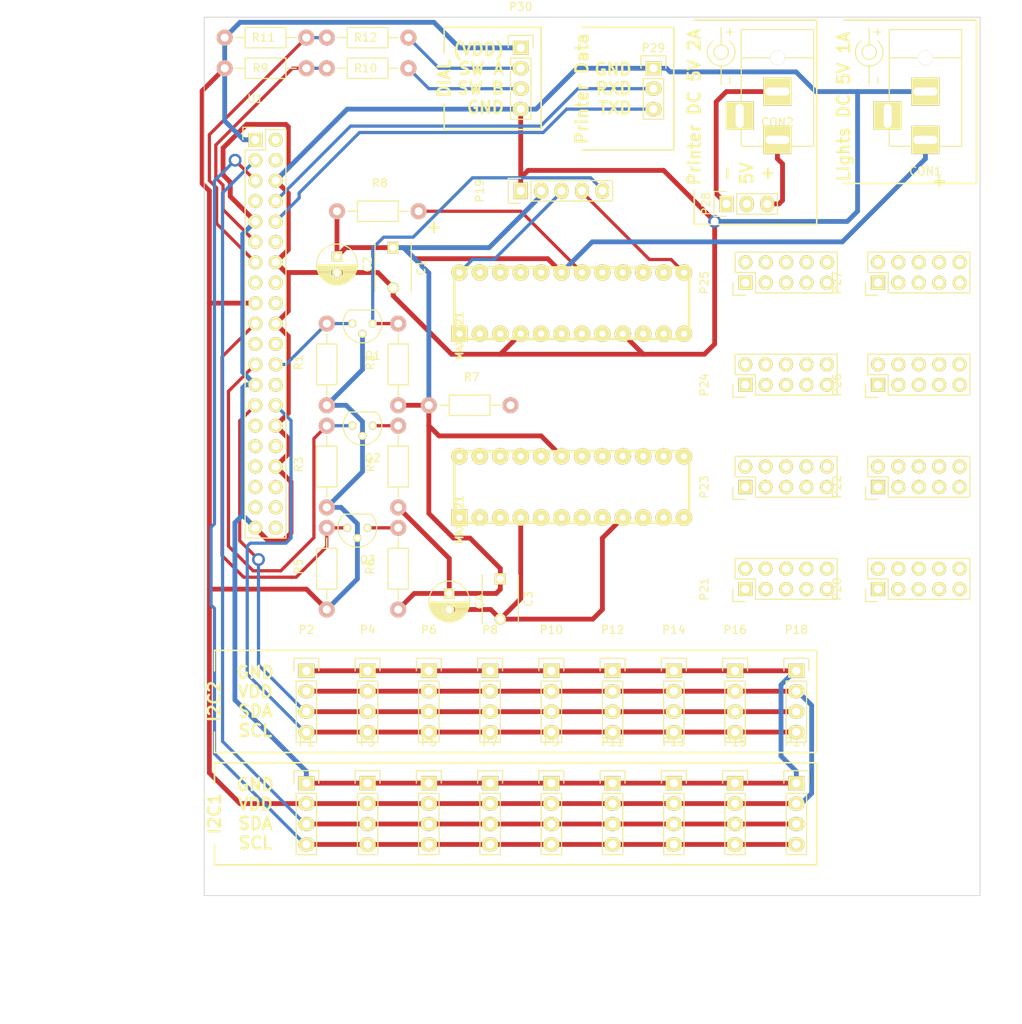
<source format=kicad_pcb>
(kicad_pcb (version 4) (host pcbnew 4.0.2-stable)

  (general
    (links 223)
    (no_connects 98)
    (area 12.649999 88.849999 101.650001 198.170001)
    (thickness 1.6)
    (drawings 47)
    (tracks 348)
    (zones 0)
    (modules 54)
    (nets 58)
  )

  (page A4)
  (layers
    (0 F.Cu signal)
    (31 B.Cu signal)
    (32 B.Adhes user)
    (33 F.Adhes user)
    (34 B.Paste user)
    (35 F.Paste user)
    (36 B.SilkS user)
    (37 F.SilkS user)
    (38 B.Mask user)
    (39 F.Mask user)
    (40 Dwgs.User user)
    (41 Cmts.User user)
    (42 Eco1.User user)
    (43 Eco2.User user hide)
    (44 Edge.Cuts user)
    (45 Margin user)
    (46 B.CrtYd user)
    (47 F.CrtYd user)
    (48 B.Fab user)
    (49 F.Fab user hide)
  )

  (setup
    (last_trace_width 0.4)
    (trace_clearance 0.4)
    (zone_clearance 0.508)
    (zone_45_only no)
    (trace_min 0.2)
    (segment_width 0.2)
    (edge_width 0.1)
    (via_size 1.6)
    (via_drill 1)
    (via_min_size 0.4)
    (via_min_drill 0.3)
    (uvia_size 0.3)
    (uvia_drill 0.1)
    (uvias_allowed no)
    (uvia_min_size 0.2)
    (uvia_min_drill 0.1)
    (pcb_text_width 0.3)
    (pcb_text_size 1.5 1.5)
    (mod_edge_width 0.15)
    (mod_text_size 1 1)
    (mod_text_width 0.15)
    (pad_size 1.5 1.5)
    (pad_drill 0.6)
    (pad_to_mask_clearance 0)
    (aux_axis_origin 0 0)
    (visible_elements FFFFFF7F)
    (pcbplotparams
      (layerselection 0x00030_80000001)
      (usegerberextensions false)
      (excludeedgelayer true)
      (linewidth 0.100000)
      (plotframeref false)
      (viasonmask false)
      (mode 1)
      (useauxorigin false)
      (hpglpennumber 1)
      (hpglpenspeed 20)
      (hpglpendiameter 15)
      (hpglpenoverlay 2)
      (psnegative false)
      (psa4output false)
      (plotreference true)
      (plotvalue true)
      (plotinvisibletext false)
      (padsonsilk false)
      (subtractmaskfromsilk false)
      (outputformat 1)
      (mirror false)
      (drillshape 1)
      (scaleselection 1)
      (outputdirectory ""))
  )

  (net 0 "")
  (net 1 VCC)
  (net 2 GND)
  (net 3 /VCC_PRINTER)
  (net 4 VDD)
  (net 5 /I2C1_SDA)
  (net 6 /I2C1_SCL)
  (net 7 /I2C2_SDA)
  (net 8 /I2C2_SCL)
  (net 9 /DOUT2_5V)
  (net 10 /CLK_5V)
  (net 11 /CS_5V)
  (net 12 /A_SEGA)
  (net 13 /A_SEGDP)
  (net 14 /A_SEGB)
  (net 15 /A_DIG0)
  (net 16 /A_SEGC)
  (net 17 /A_DIG1)
  (net 18 /A_SEGD)
  (net 19 /A_SEGF)
  (net 20 /A_SEGE)
  (net 21 /A_SEGG)
  (net 22 /A_DIG2)
  (net 23 /A_DIG3)
  (net 24 /A_DIG4)
  (net 25 /A_DIG5)
  (net 26 /A_DIG6)
  (net 27 /A_DIG7)
  (net 28 /B_SEGA)
  (net 29 /B_SEGDP)
  (net 30 /B_SEGB)
  (net 31 /B_DIG0)
  (net 32 /B_SEGC)
  (net 33 /B_DIG1)
  (net 34 /B_SEGD)
  (net 35 /B_SEGF)
  (net 36 /B_SEGE)
  (net 37 /B_SEGG)
  (net 38 /B_DIG2)
  (net 39 /B_DIG3)
  (net 40 /B_DIG4)
  (net 41 /B_DIG5)
  (net 42 /B_DIG6)
  (net 43 /B_DIG7)
  (net 44 /RXD)
  (net 45 /TXD)
  (net 46 "Net-(P30-Pad2)")
  (net 47 "Net-(P30-Pad3)")
  (net 48 /SPI0_CE0)
  (net 49 /SPI0_SCLK)
  (net 50 /SPI0_MOSI)
  (net 51 /DIN_5V)
  (net 52 "Net-(R7-Pad2)")
  (net 53 "Net-(R8-Pad2)")
  (net 54 /GPIO_BCM17)
  (net 55 /GPIO_BCM27)
  (net 56 /DOUT1_5V)
  (net 57 /PRINTER_GND)

  (net_class Default "This is the default net class."
    (clearance 0.4)
    (trace_width 0.4)
    (via_dia 1.6)
    (via_drill 1)
    (uvia_dia 0.3)
    (uvia_drill 0.1)
    (add_net /A_DIG0)
    (add_net /A_DIG1)
    (add_net /A_DIG2)
    (add_net /A_DIG3)
    (add_net /A_DIG4)
    (add_net /A_DIG5)
    (add_net /A_DIG6)
    (add_net /A_DIG7)
    (add_net /A_SEGA)
    (add_net /A_SEGB)
    (add_net /A_SEGC)
    (add_net /A_SEGD)
    (add_net /A_SEGDP)
    (add_net /A_SEGE)
    (add_net /A_SEGF)
    (add_net /A_SEGG)
    (add_net /B_DIG0)
    (add_net /B_DIG1)
    (add_net /B_DIG2)
    (add_net /B_DIG3)
    (add_net /B_DIG4)
    (add_net /B_DIG5)
    (add_net /B_DIG6)
    (add_net /B_DIG7)
    (add_net /B_SEGA)
    (add_net /B_SEGB)
    (add_net /B_SEGC)
    (add_net /B_SEGD)
    (add_net /B_SEGDP)
    (add_net /B_SEGE)
    (add_net /B_SEGF)
    (add_net /B_SEGG)
    (add_net /CLK_5V)
    (add_net /CS_5V)
    (add_net /DIN_5V)
    (add_net /DOUT1_5V)
    (add_net /DOUT2_5V)
    (add_net /GPIO_BCM17)
    (add_net /GPIO_BCM27)
    (add_net /I2C1_SCL)
    (add_net /I2C1_SDA)
    (add_net /I2C2_SCL)
    (add_net /I2C2_SDA)
    (add_net /PRINTER_GND)
    (add_net /RXD)
    (add_net /SPI0_CE0)
    (add_net /SPI0_MOSI)
    (add_net /SPI0_SCLK)
    (add_net /TXD)
    (add_net "Net-(P30-Pad2)")
    (add_net "Net-(P30-Pad3)")
    (add_net "Net-(R7-Pad2)")
    (add_net "Net-(R8-Pad2)")
  )

  (net_class power ""
    (clearance 0.4)
    (trace_width 0.6)
    (via_dia 1.6)
    (via_drill 1)
    (uvia_dia 0.3)
    (uvia_drill 0.1)
    (add_net /VCC_PRINTER)
    (add_net GND)
    (add_net VCC)
    (add_net VDD)
  )

  (module Capacitors_ThroughHole:C_Radial_D5_L11_P2 (layer F.Cu) (tedit 0) (tstamp 57ADAF6D)
    (at 29.21 118.65 270)
    (descr "Radial Electrolytic Capacitor 5mm x Length 11mm, Pitch 2mm")
    (tags "Electrolytic Capacitor")
    (path /57A5CF2B/57A358C3)
    (fp_text reference C2 (at 1 -3.8 270) (layer F.SilkS)
      (effects (font (size 1 1) (thickness 0.15)))
    )
    (fp_text value CP (at 1 3.8 270) (layer F.Fab)
      (effects (font (size 1 1) (thickness 0.15)))
    )
    (fp_line (start 1.075 -2.499) (end 1.075 2.499) (layer F.SilkS) (width 0.15))
    (fp_line (start 1.215 -2.491) (end 1.215 -0.154) (layer F.SilkS) (width 0.15))
    (fp_line (start 1.215 0.154) (end 1.215 2.491) (layer F.SilkS) (width 0.15))
    (fp_line (start 1.355 -2.475) (end 1.355 -0.473) (layer F.SilkS) (width 0.15))
    (fp_line (start 1.355 0.473) (end 1.355 2.475) (layer F.SilkS) (width 0.15))
    (fp_line (start 1.495 -2.451) (end 1.495 -0.62) (layer F.SilkS) (width 0.15))
    (fp_line (start 1.495 0.62) (end 1.495 2.451) (layer F.SilkS) (width 0.15))
    (fp_line (start 1.635 -2.418) (end 1.635 -0.712) (layer F.SilkS) (width 0.15))
    (fp_line (start 1.635 0.712) (end 1.635 2.418) (layer F.SilkS) (width 0.15))
    (fp_line (start 1.775 -2.377) (end 1.775 -0.768) (layer F.SilkS) (width 0.15))
    (fp_line (start 1.775 0.768) (end 1.775 2.377) (layer F.SilkS) (width 0.15))
    (fp_line (start 1.915 -2.327) (end 1.915 -0.795) (layer F.SilkS) (width 0.15))
    (fp_line (start 1.915 0.795) (end 1.915 2.327) (layer F.SilkS) (width 0.15))
    (fp_line (start 2.055 -2.266) (end 2.055 -0.798) (layer F.SilkS) (width 0.15))
    (fp_line (start 2.055 0.798) (end 2.055 2.266) (layer F.SilkS) (width 0.15))
    (fp_line (start 2.195 -2.196) (end 2.195 -0.776) (layer F.SilkS) (width 0.15))
    (fp_line (start 2.195 0.776) (end 2.195 2.196) (layer F.SilkS) (width 0.15))
    (fp_line (start 2.335 -2.114) (end 2.335 -0.726) (layer F.SilkS) (width 0.15))
    (fp_line (start 2.335 0.726) (end 2.335 2.114) (layer F.SilkS) (width 0.15))
    (fp_line (start 2.475 -2.019) (end 2.475 -0.644) (layer F.SilkS) (width 0.15))
    (fp_line (start 2.475 0.644) (end 2.475 2.019) (layer F.SilkS) (width 0.15))
    (fp_line (start 2.615 -1.908) (end 2.615 -0.512) (layer F.SilkS) (width 0.15))
    (fp_line (start 2.615 0.512) (end 2.615 1.908) (layer F.SilkS) (width 0.15))
    (fp_line (start 2.755 -1.78) (end 2.755 -0.265) (layer F.SilkS) (width 0.15))
    (fp_line (start 2.755 0.265) (end 2.755 1.78) (layer F.SilkS) (width 0.15))
    (fp_line (start 2.895 -1.631) (end 2.895 1.631) (layer F.SilkS) (width 0.15))
    (fp_line (start 3.035 -1.452) (end 3.035 1.452) (layer F.SilkS) (width 0.15))
    (fp_line (start 3.175 -1.233) (end 3.175 1.233) (layer F.SilkS) (width 0.15))
    (fp_line (start 3.315 -0.944) (end 3.315 0.944) (layer F.SilkS) (width 0.15))
    (fp_line (start 3.455 -0.472) (end 3.455 0.472) (layer F.SilkS) (width 0.15))
    (fp_circle (center 2 0) (end 2 -0.8) (layer F.SilkS) (width 0.15))
    (fp_circle (center 1 0) (end 1 -2.5375) (layer F.SilkS) (width 0.15))
    (fp_circle (center 1 0) (end 1 -2.8) (layer F.CrtYd) (width 0.05))
    (pad 1 thru_hole rect (at 0 0 270) (size 1.3 1.3) (drill 0.8) (layers *.Cu *.Mask F.SilkS)
      (net 1 VCC))
    (pad 2 thru_hole circle (at 2 0 270) (size 1.3 1.3) (drill 0.8) (layers *.Cu *.Mask F.SilkS)
      (net 2 GND))
    (model Capacitors_ThroughHole.3dshapes/C_Radial_D5_L11_P2.wrl
      (at (xyz 0 0 0))
      (scale (xyz 1 1 1))
      (rotate (xyz 0 0 0))
    )
  )

  (module Capacitors_ThroughHole:C_Disc_D6_P5 (layer F.Cu) (tedit 0) (tstamp 57ADAC63)
    (at 36.195 117.555 270)
    (descr "Capacitor 6mm Disc, Pitch 5mm")
    (tags Capacitor)
    (path /57A5CF2B/57A3585E)
    (fp_text reference C1 (at 2.5 -3.5 270) (layer F.SilkS)
      (effects (font (size 1 1) (thickness 0.15)))
    )
    (fp_text value C (at 2.5 3.5 270) (layer F.Fab)
      (effects (font (size 1 1) (thickness 0.15)))
    )
    (fp_line (start -0.95 -2.5) (end 5.95 -2.5) (layer F.CrtYd) (width 0.05))
    (fp_line (start 5.95 -2.5) (end 5.95 2.5) (layer F.CrtYd) (width 0.05))
    (fp_line (start 5.95 2.5) (end -0.95 2.5) (layer F.CrtYd) (width 0.05))
    (fp_line (start -0.95 2.5) (end -0.95 -2.5) (layer F.CrtYd) (width 0.05))
    (fp_line (start -0.5 -2.25) (end 5.5 -2.25) (layer F.SilkS) (width 0.15))
    (fp_line (start 5.5 2.25) (end -0.5 2.25) (layer F.SilkS) (width 0.15))
    (pad 1 thru_hole rect (at 0 0 270) (size 1.4 1.4) (drill 0.9) (layers *.Cu *.Mask F.SilkS)
      (net 1 VCC))
    (pad 2 thru_hole circle (at 5 0 270) (size 1.4 1.4) (drill 0.9) (layers *.Cu *.Mask F.SilkS)
      (net 2 GND))
    (model Capacitors_ThroughHole.3dshapes/C_Disc_D6_P5.wrl
      (at (xyz 0.0984252 0 0))
      (scale (xyz 1 1 1))
      (rotate (xyz 0 0 0))
    )
  )

  (module Capacitors_ThroughHole:C_Disc_D6_P5 (layer F.Cu) (tedit 0) (tstamp 57ADAC6F)
    (at 49.53 158.75 270)
    (descr "Capacitor 6mm Disc, Pitch 5mm")
    (tags Capacitor)
    (path /57A5D8B0/57A3585E)
    (fp_text reference C3 (at 2.5 -3.5 270) (layer F.SilkS)
      (effects (font (size 1 1) (thickness 0.15)))
    )
    (fp_text value C (at 2.5 3.5 270) (layer F.Fab)
      (effects (font (size 1 1) (thickness 0.15)))
    )
    (fp_line (start -0.95 -2.5) (end 5.95 -2.5) (layer F.CrtYd) (width 0.05))
    (fp_line (start 5.95 -2.5) (end 5.95 2.5) (layer F.CrtYd) (width 0.05))
    (fp_line (start 5.95 2.5) (end -0.95 2.5) (layer F.CrtYd) (width 0.05))
    (fp_line (start -0.95 2.5) (end -0.95 -2.5) (layer F.CrtYd) (width 0.05))
    (fp_line (start -0.5 -2.25) (end 5.5 -2.25) (layer F.SilkS) (width 0.15))
    (fp_line (start 5.5 2.25) (end -0.5 2.25) (layer F.SilkS) (width 0.15))
    (pad 1 thru_hole rect (at 0 0 270) (size 1.4 1.4) (drill 0.9) (layers *.Cu *.Mask F.SilkS)
      (net 1 VCC))
    (pad 2 thru_hole circle (at 5 0 270) (size 1.4 1.4) (drill 0.9) (layers *.Cu *.Mask F.SilkS)
      (net 2 GND))
    (model Capacitors_ThroughHole.3dshapes/C_Disc_D6_P5.wrl
      (at (xyz 0.0984252 0 0))
      (scale (xyz 1 1 1))
      (rotate (xyz 0 0 0))
    )
  )

  (module myparts:BARREL_JACK-custom (layer F.Cu) (tedit 57ADA211) (tstamp 57ADAC88)
    (at 102.422966 101.148326 270)
    (descr "DC Barrel Jack")
    (tags "Power Jack Centre Positive pj-050ah")
    (path /57A5975A)
    (fp_text reference CON1 (at 6.89904 0 360) (layer F.SilkS)
      (effects (font (size 1 1) (thickness 0.15)))
    )
    (fp_text value BARREL_JACK (at -3.2 -5.99948 270) (layer F.Fab)
      (effects (font (size 1 1) (thickness 0.15)))
    )
    (fp_text user - (at -4.4 6 270) (layer F.SilkS)
      (effects (font (size 1 1) (thickness 0.15)))
    )
    (fp_text user + (at -10.4 6 270) (layer F.SilkS)
      (effects (font (size 1 1) (thickness 0.15)))
    )
    (fp_line (start -8.9 7) (end -10.9 7) (layer F.SilkS) (width 0.15))
    (fp_line (start -6.2 7) (end -3.9 7) (layer F.SilkS) (width 0.15))
    (fp_arc (start -7.9 7) (end -9.3 6) (angle 288.9246444) (layer F.SilkS) (width 0.15))
    (fp_circle (center -7.9 7) (end -7 7) (layer F.SilkS) (width 0.15))
    (fp_line (start -7.2005 -4.50088) (end -7.2005 4.50088) (layer F.SilkS) (width 0.15))
    (fp_line (start -10.70062 -4.50088) (end -10.70062 4.50088) (layer F.SilkS) (width 0.15))
    (fp_line (start -10.70062 4.50088) (end 3.80024 4.50088) (layer F.SilkS) (width 0.15))
    (fp_line (start 3.80024 4.50088) (end 3.80024 -4.50088) (layer F.SilkS) (width 0.15))
    (fp_line (start 3.80024 -4.50088) (end -10.70062 -4.50088) (layer F.SilkS) (width 0.15))
    (pad 1 thru_hole rect (at 3.00014 0 270) (size 3.50012 3.50012) (drill oval 1.00076 2.99974) (layers *.Cu *.Mask F.SilkS)
      (net 1 VCC))
    (pad 2 thru_hole rect (at -2.99934 0 270) (size 3.50012 3.50012) (drill oval 1.00076 2.99974) (layers *.Cu *.Mask F.SilkS)
      (net 2 GND))
    (pad 3 thru_hole rect (at 0.0004 4.699 270) (size 3.50012 3.50012) (drill oval 2.99974 1.00076) (layers *.Cu *.Mask F.SilkS))
    (pad 4 thru_hole circle (at -7.2 0 270) (size 1.8 1.8) (drill 1.8) (layers *.Cu *.Mask F.SilkS))
  )

  (module myparts:BARREL_JACK-custom (layer F.Cu) (tedit 57ADA211) (tstamp 57ADAC9B)
    (at 84.007966 101.148326 270)
    (descr "DC Barrel Jack")
    (tags "Power Jack Centre Positive pj-050ah")
    (path /57ADBBF3)
    (fp_text reference CON2 (at 0.81066 0 360) (layer F.SilkS)
      (effects (font (size 1 1) (thickness 0.15)))
    )
    (fp_text value BARREL_JACK (at -3.2 -5.99948 270) (layer F.Fab)
      (effects (font (size 1 1) (thickness 0.15)))
    )
    (fp_text user - (at -4.4 6 270) (layer F.SilkS)
      (effects (font (size 1 1) (thickness 0.15)))
    )
    (fp_text user + (at -10.4 6 270) (layer F.SilkS)
      (effects (font (size 1 1) (thickness 0.15)))
    )
    (fp_line (start -8.9 7) (end -10.9 7) (layer F.SilkS) (width 0.15))
    (fp_line (start -6.2 7) (end -3.9 7) (layer F.SilkS) (width 0.15))
    (fp_arc (start -7.9 7) (end -9.3 6) (angle 288.9246444) (layer F.SilkS) (width 0.15))
    (fp_circle (center -7.9 7) (end -7 7) (layer F.SilkS) (width 0.15))
    (fp_line (start -7.2005 -4.50088) (end -7.2005 4.50088) (layer F.SilkS) (width 0.15))
    (fp_line (start -10.70062 -4.50088) (end -10.70062 4.50088) (layer F.SilkS) (width 0.15))
    (fp_line (start -10.70062 4.50088) (end 3.80024 4.50088) (layer F.SilkS) (width 0.15))
    (fp_line (start 3.80024 4.50088) (end 3.80024 -4.50088) (layer F.SilkS) (width 0.15))
    (fp_line (start 3.80024 -4.50088) (end -10.70062 -4.50088) (layer F.SilkS) (width 0.15))
    (pad 1 thru_hole rect (at 3.00014 0 270) (size 3.50012 3.50012) (drill oval 1.00076 2.99974) (layers *.Cu *.Mask F.SilkS)
      (net 3 /VCC_PRINTER))
    (pad 2 thru_hole rect (at -2.99934 0 270) (size 3.50012 3.50012) (drill oval 1.00076 2.99974) (layers *.Cu *.Mask F.SilkS)
      (net 57 /PRINTER_GND))
    (pad 3 thru_hole rect (at 0.0004 4.699 270) (size 3.50012 3.50012) (drill oval 2.99974 1.00076) (layers *.Cu *.Mask F.SilkS))
    (pad 4 thru_hole circle (at -7.2 0 270) (size 1.8 1.8) (drill 1.8) (layers *.Cu *.Mask F.SilkS))
  )

  (module Pin_Headers:Pin_Header_Straight_1x04 (layer F.Cu) (tedit 0) (tstamp 57ADACA3)
    (at 25.4 184.15)
    (descr "Through hole pin header")
    (tags "pin header")
    (path /57A9D44C)
    (fp_text reference P1 (at 0 -5.1) (layer F.SilkS)
      (effects (font (size 1 1) (thickness 0.15)))
    )
    (fp_text value CONN_01X04 (at 0 -3.1) (layer F.Fab)
      (effects (font (size 1 1) (thickness 0.15)))
    )
    (fp_line (start -1.75 -1.75) (end -1.75 9.4) (layer F.CrtYd) (width 0.05))
    (fp_line (start 1.75 -1.75) (end 1.75 9.4) (layer F.CrtYd) (width 0.05))
    (fp_line (start -1.75 -1.75) (end 1.75 -1.75) (layer F.CrtYd) (width 0.05))
    (fp_line (start -1.75 9.4) (end 1.75 9.4) (layer F.CrtYd) (width 0.05))
    (fp_line (start -1.27 1.27) (end -1.27 8.89) (layer F.SilkS) (width 0.15))
    (fp_line (start 1.27 1.27) (end 1.27 8.89) (layer F.SilkS) (width 0.15))
    (fp_line (start 1.55 -1.55) (end 1.55 0) (layer F.SilkS) (width 0.15))
    (fp_line (start -1.27 8.89) (end 1.27 8.89) (layer F.SilkS) (width 0.15))
    (fp_line (start 1.27 1.27) (end -1.27 1.27) (layer F.SilkS) (width 0.15))
    (fp_line (start -1.55 0) (end -1.55 -1.55) (layer F.SilkS) (width 0.15))
    (fp_line (start -1.55 -1.55) (end 1.55 -1.55) (layer F.SilkS) (width 0.15))
    (pad 1 thru_hole rect (at 0 0) (size 2.032 1.7272) (drill 1.016) (layers *.Cu *.Mask F.SilkS)
      (net 2 GND))
    (pad 2 thru_hole oval (at 0 2.54) (size 2.032 1.7272) (drill 1.016) (layers *.Cu *.Mask F.SilkS)
      (net 4 VDD))
    (pad 3 thru_hole oval (at 0 5.08) (size 2.032 1.7272) (drill 1.016) (layers *.Cu *.Mask F.SilkS)
      (net 5 /I2C1_SDA))
    (pad 4 thru_hole oval (at 0 7.62) (size 2.032 1.7272) (drill 1.016) (layers *.Cu *.Mask F.SilkS)
      (net 6 /I2C1_SCL))
    (model Pin_Headers.3dshapes/Pin_Header_Straight_1x04.wrl
      (at (xyz 0 -0.15 0))
      (scale (xyz 1 1 1))
      (rotate (xyz 0 0 90))
    )
  )

  (module Pin_Headers:Pin_Header_Straight_1x04 (layer F.Cu) (tedit 0) (tstamp 57ADACAB)
    (at 25.4 170.18)
    (descr "Through hole pin header")
    (tags "pin header")
    (path /57AA1B87)
    (fp_text reference P2 (at 0 -5.1) (layer F.SilkS)
      (effects (font (size 1 1) (thickness 0.15)))
    )
    (fp_text value CONN_01X04 (at 0 -3.1) (layer F.Fab)
      (effects (font (size 1 1) (thickness 0.15)))
    )
    (fp_line (start -1.75 -1.75) (end -1.75 9.4) (layer F.CrtYd) (width 0.05))
    (fp_line (start 1.75 -1.75) (end 1.75 9.4) (layer F.CrtYd) (width 0.05))
    (fp_line (start -1.75 -1.75) (end 1.75 -1.75) (layer F.CrtYd) (width 0.05))
    (fp_line (start -1.75 9.4) (end 1.75 9.4) (layer F.CrtYd) (width 0.05))
    (fp_line (start -1.27 1.27) (end -1.27 8.89) (layer F.SilkS) (width 0.15))
    (fp_line (start 1.27 1.27) (end 1.27 8.89) (layer F.SilkS) (width 0.15))
    (fp_line (start 1.55 -1.55) (end 1.55 0) (layer F.SilkS) (width 0.15))
    (fp_line (start -1.27 8.89) (end 1.27 8.89) (layer F.SilkS) (width 0.15))
    (fp_line (start 1.27 1.27) (end -1.27 1.27) (layer F.SilkS) (width 0.15))
    (fp_line (start -1.55 0) (end -1.55 -1.55) (layer F.SilkS) (width 0.15))
    (fp_line (start -1.55 -1.55) (end 1.55 -1.55) (layer F.SilkS) (width 0.15))
    (pad 1 thru_hole rect (at 0 0) (size 2.032 1.7272) (drill 1.016) (layers *.Cu *.Mask F.SilkS)
      (net 2 GND))
    (pad 2 thru_hole oval (at 0 2.54) (size 2.032 1.7272) (drill 1.016) (layers *.Cu *.Mask F.SilkS)
      (net 4 VDD))
    (pad 3 thru_hole oval (at 0 5.08) (size 2.032 1.7272) (drill 1.016) (layers *.Cu *.Mask F.SilkS)
      (net 7 /I2C2_SDA))
    (pad 4 thru_hole oval (at 0 7.62) (size 2.032 1.7272) (drill 1.016) (layers *.Cu *.Mask F.SilkS)
      (net 8 /I2C2_SCL))
    (model Pin_Headers.3dshapes/Pin_Header_Straight_1x04.wrl
      (at (xyz 0 -0.15 0))
      (scale (xyz 1 1 1))
      (rotate (xyz 0 0 90))
    )
  )

  (module Pin_Headers:Pin_Header_Straight_1x04 (layer F.Cu) (tedit 0) (tstamp 57ADACB3)
    (at 33.02 184.15)
    (descr "Through hole pin header")
    (tags "pin header")
    (path /57AA06F6)
    (fp_text reference P3 (at 0 -5.1) (layer F.SilkS)
      (effects (font (size 1 1) (thickness 0.15)))
    )
    (fp_text value CONN_01X04 (at 0 -3.1) (layer F.Fab)
      (effects (font (size 1 1) (thickness 0.15)))
    )
    (fp_line (start -1.75 -1.75) (end -1.75 9.4) (layer F.CrtYd) (width 0.05))
    (fp_line (start 1.75 -1.75) (end 1.75 9.4) (layer F.CrtYd) (width 0.05))
    (fp_line (start -1.75 -1.75) (end 1.75 -1.75) (layer F.CrtYd) (width 0.05))
    (fp_line (start -1.75 9.4) (end 1.75 9.4) (layer F.CrtYd) (width 0.05))
    (fp_line (start -1.27 1.27) (end -1.27 8.89) (layer F.SilkS) (width 0.15))
    (fp_line (start 1.27 1.27) (end 1.27 8.89) (layer F.SilkS) (width 0.15))
    (fp_line (start 1.55 -1.55) (end 1.55 0) (layer F.SilkS) (width 0.15))
    (fp_line (start -1.27 8.89) (end 1.27 8.89) (layer F.SilkS) (width 0.15))
    (fp_line (start 1.27 1.27) (end -1.27 1.27) (layer F.SilkS) (width 0.15))
    (fp_line (start -1.55 0) (end -1.55 -1.55) (layer F.SilkS) (width 0.15))
    (fp_line (start -1.55 -1.55) (end 1.55 -1.55) (layer F.SilkS) (width 0.15))
    (pad 1 thru_hole rect (at 0 0) (size 2.032 1.7272) (drill 1.016) (layers *.Cu *.Mask F.SilkS)
      (net 2 GND))
    (pad 2 thru_hole oval (at 0 2.54) (size 2.032 1.7272) (drill 1.016) (layers *.Cu *.Mask F.SilkS)
      (net 4 VDD))
    (pad 3 thru_hole oval (at 0 5.08) (size 2.032 1.7272) (drill 1.016) (layers *.Cu *.Mask F.SilkS)
      (net 5 /I2C1_SDA))
    (pad 4 thru_hole oval (at 0 7.62) (size 2.032 1.7272) (drill 1.016) (layers *.Cu *.Mask F.SilkS)
      (net 6 /I2C1_SCL))
    (model Pin_Headers.3dshapes/Pin_Header_Straight_1x04.wrl
      (at (xyz 0 -0.15 0))
      (scale (xyz 1 1 1))
      (rotate (xyz 0 0 90))
    )
  )

  (module Pin_Headers:Pin_Header_Straight_1x04 (layer F.Cu) (tedit 0) (tstamp 57ADACBB)
    (at 33.02 170.18)
    (descr "Through hole pin header")
    (tags "pin header")
    (path /57AA1B98)
    (fp_text reference P4 (at 0 -5.1) (layer F.SilkS)
      (effects (font (size 1 1) (thickness 0.15)))
    )
    (fp_text value CONN_01X04 (at 0 -3.1) (layer F.Fab)
      (effects (font (size 1 1) (thickness 0.15)))
    )
    (fp_line (start -1.75 -1.75) (end -1.75 9.4) (layer F.CrtYd) (width 0.05))
    (fp_line (start 1.75 -1.75) (end 1.75 9.4) (layer F.CrtYd) (width 0.05))
    (fp_line (start -1.75 -1.75) (end 1.75 -1.75) (layer F.CrtYd) (width 0.05))
    (fp_line (start -1.75 9.4) (end 1.75 9.4) (layer F.CrtYd) (width 0.05))
    (fp_line (start -1.27 1.27) (end -1.27 8.89) (layer F.SilkS) (width 0.15))
    (fp_line (start 1.27 1.27) (end 1.27 8.89) (layer F.SilkS) (width 0.15))
    (fp_line (start 1.55 -1.55) (end 1.55 0) (layer F.SilkS) (width 0.15))
    (fp_line (start -1.27 8.89) (end 1.27 8.89) (layer F.SilkS) (width 0.15))
    (fp_line (start 1.27 1.27) (end -1.27 1.27) (layer F.SilkS) (width 0.15))
    (fp_line (start -1.55 0) (end -1.55 -1.55) (layer F.SilkS) (width 0.15))
    (fp_line (start -1.55 -1.55) (end 1.55 -1.55) (layer F.SilkS) (width 0.15))
    (pad 1 thru_hole rect (at 0 0) (size 2.032 1.7272) (drill 1.016) (layers *.Cu *.Mask F.SilkS)
      (net 2 GND))
    (pad 2 thru_hole oval (at 0 2.54) (size 2.032 1.7272) (drill 1.016) (layers *.Cu *.Mask F.SilkS)
      (net 4 VDD))
    (pad 3 thru_hole oval (at 0 5.08) (size 2.032 1.7272) (drill 1.016) (layers *.Cu *.Mask F.SilkS)
      (net 7 /I2C2_SDA))
    (pad 4 thru_hole oval (at 0 7.62) (size 2.032 1.7272) (drill 1.016) (layers *.Cu *.Mask F.SilkS)
      (net 8 /I2C2_SCL))
    (model Pin_Headers.3dshapes/Pin_Header_Straight_1x04.wrl
      (at (xyz 0 -0.15 0))
      (scale (xyz 1 1 1))
      (rotate (xyz 0 0 90))
    )
  )

  (module Pin_Headers:Pin_Header_Straight_1x04 (layer F.Cu) (tedit 0) (tstamp 57ADACC3)
    (at 40.64 184.15)
    (descr "Through hole pin header")
    (tags "pin header")
    (path /57AA0A11)
    (fp_text reference P5 (at 0 -5.1) (layer F.SilkS)
      (effects (font (size 1 1) (thickness 0.15)))
    )
    (fp_text value CONN_01X04 (at 0 -3.1) (layer F.Fab)
      (effects (font (size 1 1) (thickness 0.15)))
    )
    (fp_line (start -1.75 -1.75) (end -1.75 9.4) (layer F.CrtYd) (width 0.05))
    (fp_line (start 1.75 -1.75) (end 1.75 9.4) (layer F.CrtYd) (width 0.05))
    (fp_line (start -1.75 -1.75) (end 1.75 -1.75) (layer F.CrtYd) (width 0.05))
    (fp_line (start -1.75 9.4) (end 1.75 9.4) (layer F.CrtYd) (width 0.05))
    (fp_line (start -1.27 1.27) (end -1.27 8.89) (layer F.SilkS) (width 0.15))
    (fp_line (start 1.27 1.27) (end 1.27 8.89) (layer F.SilkS) (width 0.15))
    (fp_line (start 1.55 -1.55) (end 1.55 0) (layer F.SilkS) (width 0.15))
    (fp_line (start -1.27 8.89) (end 1.27 8.89) (layer F.SilkS) (width 0.15))
    (fp_line (start 1.27 1.27) (end -1.27 1.27) (layer F.SilkS) (width 0.15))
    (fp_line (start -1.55 0) (end -1.55 -1.55) (layer F.SilkS) (width 0.15))
    (fp_line (start -1.55 -1.55) (end 1.55 -1.55) (layer F.SilkS) (width 0.15))
    (pad 1 thru_hole rect (at 0 0) (size 2.032 1.7272) (drill 1.016) (layers *.Cu *.Mask F.SilkS)
      (net 2 GND))
    (pad 2 thru_hole oval (at 0 2.54) (size 2.032 1.7272) (drill 1.016) (layers *.Cu *.Mask F.SilkS)
      (net 4 VDD))
    (pad 3 thru_hole oval (at 0 5.08) (size 2.032 1.7272) (drill 1.016) (layers *.Cu *.Mask F.SilkS)
      (net 5 /I2C1_SDA))
    (pad 4 thru_hole oval (at 0 7.62) (size 2.032 1.7272) (drill 1.016) (layers *.Cu *.Mask F.SilkS)
      (net 6 /I2C1_SCL))
    (model Pin_Headers.3dshapes/Pin_Header_Straight_1x04.wrl
      (at (xyz 0 -0.15 0))
      (scale (xyz 1 1 1))
      (rotate (xyz 0 0 90))
    )
  )

  (module Pin_Headers:Pin_Header_Straight_1x04 (layer F.Cu) (tedit 0) (tstamp 57ADACCB)
    (at 40.64 170.18)
    (descr "Through hole pin header")
    (tags "pin header")
    (path /57AA1BA2)
    (fp_text reference P6 (at 0 -5.1) (layer F.SilkS)
      (effects (font (size 1 1) (thickness 0.15)))
    )
    (fp_text value CONN_01X04 (at 0 -3.1) (layer F.Fab)
      (effects (font (size 1 1) (thickness 0.15)))
    )
    (fp_line (start -1.75 -1.75) (end -1.75 9.4) (layer F.CrtYd) (width 0.05))
    (fp_line (start 1.75 -1.75) (end 1.75 9.4) (layer F.CrtYd) (width 0.05))
    (fp_line (start -1.75 -1.75) (end 1.75 -1.75) (layer F.CrtYd) (width 0.05))
    (fp_line (start -1.75 9.4) (end 1.75 9.4) (layer F.CrtYd) (width 0.05))
    (fp_line (start -1.27 1.27) (end -1.27 8.89) (layer F.SilkS) (width 0.15))
    (fp_line (start 1.27 1.27) (end 1.27 8.89) (layer F.SilkS) (width 0.15))
    (fp_line (start 1.55 -1.55) (end 1.55 0) (layer F.SilkS) (width 0.15))
    (fp_line (start -1.27 8.89) (end 1.27 8.89) (layer F.SilkS) (width 0.15))
    (fp_line (start 1.27 1.27) (end -1.27 1.27) (layer F.SilkS) (width 0.15))
    (fp_line (start -1.55 0) (end -1.55 -1.55) (layer F.SilkS) (width 0.15))
    (fp_line (start -1.55 -1.55) (end 1.55 -1.55) (layer F.SilkS) (width 0.15))
    (pad 1 thru_hole rect (at 0 0) (size 2.032 1.7272) (drill 1.016) (layers *.Cu *.Mask F.SilkS)
      (net 2 GND))
    (pad 2 thru_hole oval (at 0 2.54) (size 2.032 1.7272) (drill 1.016) (layers *.Cu *.Mask F.SilkS)
      (net 4 VDD))
    (pad 3 thru_hole oval (at 0 5.08) (size 2.032 1.7272) (drill 1.016) (layers *.Cu *.Mask F.SilkS)
      (net 7 /I2C2_SDA))
    (pad 4 thru_hole oval (at 0 7.62) (size 2.032 1.7272) (drill 1.016) (layers *.Cu *.Mask F.SilkS)
      (net 8 /I2C2_SCL))
    (model Pin_Headers.3dshapes/Pin_Header_Straight_1x04.wrl
      (at (xyz 0 -0.15 0))
      (scale (xyz 1 1 1))
      (rotate (xyz 0 0 90))
    )
  )

  (module Pin_Headers:Pin_Header_Straight_1x04 (layer F.Cu) (tedit 0) (tstamp 57ADACD3)
    (at 48.26 184.15)
    (descr "Through hole pin header")
    (tags "pin header")
    (path /57AA0A1F)
    (fp_text reference P7 (at 0 -5.1) (layer F.SilkS)
      (effects (font (size 1 1) (thickness 0.15)))
    )
    (fp_text value CONN_01X04 (at 0 -3.1) (layer F.Fab)
      (effects (font (size 1 1) (thickness 0.15)))
    )
    (fp_line (start -1.75 -1.75) (end -1.75 9.4) (layer F.CrtYd) (width 0.05))
    (fp_line (start 1.75 -1.75) (end 1.75 9.4) (layer F.CrtYd) (width 0.05))
    (fp_line (start -1.75 -1.75) (end 1.75 -1.75) (layer F.CrtYd) (width 0.05))
    (fp_line (start -1.75 9.4) (end 1.75 9.4) (layer F.CrtYd) (width 0.05))
    (fp_line (start -1.27 1.27) (end -1.27 8.89) (layer F.SilkS) (width 0.15))
    (fp_line (start 1.27 1.27) (end 1.27 8.89) (layer F.SilkS) (width 0.15))
    (fp_line (start 1.55 -1.55) (end 1.55 0) (layer F.SilkS) (width 0.15))
    (fp_line (start -1.27 8.89) (end 1.27 8.89) (layer F.SilkS) (width 0.15))
    (fp_line (start 1.27 1.27) (end -1.27 1.27) (layer F.SilkS) (width 0.15))
    (fp_line (start -1.55 0) (end -1.55 -1.55) (layer F.SilkS) (width 0.15))
    (fp_line (start -1.55 -1.55) (end 1.55 -1.55) (layer F.SilkS) (width 0.15))
    (pad 1 thru_hole rect (at 0 0) (size 2.032 1.7272) (drill 1.016) (layers *.Cu *.Mask F.SilkS)
      (net 2 GND))
    (pad 2 thru_hole oval (at 0 2.54) (size 2.032 1.7272) (drill 1.016) (layers *.Cu *.Mask F.SilkS)
      (net 4 VDD))
    (pad 3 thru_hole oval (at 0 5.08) (size 2.032 1.7272) (drill 1.016) (layers *.Cu *.Mask F.SilkS)
      (net 5 /I2C1_SDA))
    (pad 4 thru_hole oval (at 0 7.62) (size 2.032 1.7272) (drill 1.016) (layers *.Cu *.Mask F.SilkS)
      (net 6 /I2C1_SCL))
    (model Pin_Headers.3dshapes/Pin_Header_Straight_1x04.wrl
      (at (xyz 0 -0.15 0))
      (scale (xyz 1 1 1))
      (rotate (xyz 0 0 90))
    )
  )

  (module Pin_Headers:Pin_Header_Straight_1x04 (layer F.Cu) (tedit 0) (tstamp 57ADACDB)
    (at 48.26 170.18)
    (descr "Through hole pin header")
    (tags "pin header")
    (path /57AA1BAC)
    (fp_text reference P8 (at 0 -5.1) (layer F.SilkS)
      (effects (font (size 1 1) (thickness 0.15)))
    )
    (fp_text value CONN_01X04 (at 0 -3.1) (layer F.Fab)
      (effects (font (size 1 1) (thickness 0.15)))
    )
    (fp_line (start -1.75 -1.75) (end -1.75 9.4) (layer F.CrtYd) (width 0.05))
    (fp_line (start 1.75 -1.75) (end 1.75 9.4) (layer F.CrtYd) (width 0.05))
    (fp_line (start -1.75 -1.75) (end 1.75 -1.75) (layer F.CrtYd) (width 0.05))
    (fp_line (start -1.75 9.4) (end 1.75 9.4) (layer F.CrtYd) (width 0.05))
    (fp_line (start -1.27 1.27) (end -1.27 8.89) (layer F.SilkS) (width 0.15))
    (fp_line (start 1.27 1.27) (end 1.27 8.89) (layer F.SilkS) (width 0.15))
    (fp_line (start 1.55 -1.55) (end 1.55 0) (layer F.SilkS) (width 0.15))
    (fp_line (start -1.27 8.89) (end 1.27 8.89) (layer F.SilkS) (width 0.15))
    (fp_line (start 1.27 1.27) (end -1.27 1.27) (layer F.SilkS) (width 0.15))
    (fp_line (start -1.55 0) (end -1.55 -1.55) (layer F.SilkS) (width 0.15))
    (fp_line (start -1.55 -1.55) (end 1.55 -1.55) (layer F.SilkS) (width 0.15))
    (pad 1 thru_hole rect (at 0 0) (size 2.032 1.7272) (drill 1.016) (layers *.Cu *.Mask F.SilkS)
      (net 2 GND))
    (pad 2 thru_hole oval (at 0 2.54) (size 2.032 1.7272) (drill 1.016) (layers *.Cu *.Mask F.SilkS)
      (net 4 VDD))
    (pad 3 thru_hole oval (at 0 5.08) (size 2.032 1.7272) (drill 1.016) (layers *.Cu *.Mask F.SilkS)
      (net 7 /I2C2_SDA))
    (pad 4 thru_hole oval (at 0 7.62) (size 2.032 1.7272) (drill 1.016) (layers *.Cu *.Mask F.SilkS)
      (net 8 /I2C2_SCL))
    (model Pin_Headers.3dshapes/Pin_Header_Straight_1x04.wrl
      (at (xyz 0 -0.15 0))
      (scale (xyz 1 1 1))
      (rotate (xyz 0 0 90))
    )
  )

  (module Pin_Headers:Pin_Header_Straight_1x04 (layer F.Cu) (tedit 0) (tstamp 57ADACE3)
    (at 55.88 184.15)
    (descr "Through hole pin header")
    (tags "pin header")
    (path /57AA0C2D)
    (fp_text reference P9 (at 0 -5.1) (layer F.SilkS)
      (effects (font (size 1 1) (thickness 0.15)))
    )
    (fp_text value CONN_01X04 (at 0 -3.1) (layer F.Fab)
      (effects (font (size 1 1) (thickness 0.15)))
    )
    (fp_line (start -1.75 -1.75) (end -1.75 9.4) (layer F.CrtYd) (width 0.05))
    (fp_line (start 1.75 -1.75) (end 1.75 9.4) (layer F.CrtYd) (width 0.05))
    (fp_line (start -1.75 -1.75) (end 1.75 -1.75) (layer F.CrtYd) (width 0.05))
    (fp_line (start -1.75 9.4) (end 1.75 9.4) (layer F.CrtYd) (width 0.05))
    (fp_line (start -1.27 1.27) (end -1.27 8.89) (layer F.SilkS) (width 0.15))
    (fp_line (start 1.27 1.27) (end 1.27 8.89) (layer F.SilkS) (width 0.15))
    (fp_line (start 1.55 -1.55) (end 1.55 0) (layer F.SilkS) (width 0.15))
    (fp_line (start -1.27 8.89) (end 1.27 8.89) (layer F.SilkS) (width 0.15))
    (fp_line (start 1.27 1.27) (end -1.27 1.27) (layer F.SilkS) (width 0.15))
    (fp_line (start -1.55 0) (end -1.55 -1.55) (layer F.SilkS) (width 0.15))
    (fp_line (start -1.55 -1.55) (end 1.55 -1.55) (layer F.SilkS) (width 0.15))
    (pad 1 thru_hole rect (at 0 0) (size 2.032 1.7272) (drill 1.016) (layers *.Cu *.Mask F.SilkS)
      (net 2 GND))
    (pad 2 thru_hole oval (at 0 2.54) (size 2.032 1.7272) (drill 1.016) (layers *.Cu *.Mask F.SilkS)
      (net 4 VDD))
    (pad 3 thru_hole oval (at 0 5.08) (size 2.032 1.7272) (drill 1.016) (layers *.Cu *.Mask F.SilkS)
      (net 5 /I2C1_SDA))
    (pad 4 thru_hole oval (at 0 7.62) (size 2.032 1.7272) (drill 1.016) (layers *.Cu *.Mask F.SilkS)
      (net 6 /I2C1_SCL))
    (model Pin_Headers.3dshapes/Pin_Header_Straight_1x04.wrl
      (at (xyz 0 -0.15 0))
      (scale (xyz 1 1 1))
      (rotate (xyz 0 0 90))
    )
  )

  (module Pin_Headers:Pin_Header_Straight_1x04 (layer F.Cu) (tedit 0) (tstamp 57ADACEB)
    (at 55.88 170.18)
    (descr "Through hole pin header")
    (tags "pin header")
    (path /57AE57AD)
    (fp_text reference P10 (at 0 -5.1) (layer F.SilkS)
      (effects (font (size 1 1) (thickness 0.15)))
    )
    (fp_text value CONN_01X04 (at 0 -3.1) (layer F.Fab)
      (effects (font (size 1 1) (thickness 0.15)))
    )
    (fp_line (start -1.75 -1.75) (end -1.75 9.4) (layer F.CrtYd) (width 0.05))
    (fp_line (start 1.75 -1.75) (end 1.75 9.4) (layer F.CrtYd) (width 0.05))
    (fp_line (start -1.75 -1.75) (end 1.75 -1.75) (layer F.CrtYd) (width 0.05))
    (fp_line (start -1.75 9.4) (end 1.75 9.4) (layer F.CrtYd) (width 0.05))
    (fp_line (start -1.27 1.27) (end -1.27 8.89) (layer F.SilkS) (width 0.15))
    (fp_line (start 1.27 1.27) (end 1.27 8.89) (layer F.SilkS) (width 0.15))
    (fp_line (start 1.55 -1.55) (end 1.55 0) (layer F.SilkS) (width 0.15))
    (fp_line (start -1.27 8.89) (end 1.27 8.89) (layer F.SilkS) (width 0.15))
    (fp_line (start 1.27 1.27) (end -1.27 1.27) (layer F.SilkS) (width 0.15))
    (fp_line (start -1.55 0) (end -1.55 -1.55) (layer F.SilkS) (width 0.15))
    (fp_line (start -1.55 -1.55) (end 1.55 -1.55) (layer F.SilkS) (width 0.15))
    (pad 1 thru_hole rect (at 0 0) (size 2.032 1.7272) (drill 1.016) (layers *.Cu *.Mask F.SilkS)
      (net 2 GND))
    (pad 2 thru_hole oval (at 0 2.54) (size 2.032 1.7272) (drill 1.016) (layers *.Cu *.Mask F.SilkS)
      (net 4 VDD))
    (pad 3 thru_hole oval (at 0 5.08) (size 2.032 1.7272) (drill 1.016) (layers *.Cu *.Mask F.SilkS)
      (net 7 /I2C2_SDA))
    (pad 4 thru_hole oval (at 0 7.62) (size 2.032 1.7272) (drill 1.016) (layers *.Cu *.Mask F.SilkS)
      (net 8 /I2C2_SCL))
    (model Pin_Headers.3dshapes/Pin_Header_Straight_1x04.wrl
      (at (xyz 0 -0.15 0))
      (scale (xyz 1 1 1))
      (rotate (xyz 0 0 90))
    )
  )

  (module Pin_Headers:Pin_Header_Straight_1x04 (layer F.Cu) (tedit 0) (tstamp 57ADACF3)
    (at 63.5 184.15)
    (descr "Through hole pin header")
    (tags "pin header")
    (path /57AA0C3B)
    (fp_text reference P11 (at 0 -5.1) (layer F.SilkS)
      (effects (font (size 1 1) (thickness 0.15)))
    )
    (fp_text value CONN_01X04 (at 0 -3.1) (layer F.Fab)
      (effects (font (size 1 1) (thickness 0.15)))
    )
    (fp_line (start -1.75 -1.75) (end -1.75 9.4) (layer F.CrtYd) (width 0.05))
    (fp_line (start 1.75 -1.75) (end 1.75 9.4) (layer F.CrtYd) (width 0.05))
    (fp_line (start -1.75 -1.75) (end 1.75 -1.75) (layer F.CrtYd) (width 0.05))
    (fp_line (start -1.75 9.4) (end 1.75 9.4) (layer F.CrtYd) (width 0.05))
    (fp_line (start -1.27 1.27) (end -1.27 8.89) (layer F.SilkS) (width 0.15))
    (fp_line (start 1.27 1.27) (end 1.27 8.89) (layer F.SilkS) (width 0.15))
    (fp_line (start 1.55 -1.55) (end 1.55 0) (layer F.SilkS) (width 0.15))
    (fp_line (start -1.27 8.89) (end 1.27 8.89) (layer F.SilkS) (width 0.15))
    (fp_line (start 1.27 1.27) (end -1.27 1.27) (layer F.SilkS) (width 0.15))
    (fp_line (start -1.55 0) (end -1.55 -1.55) (layer F.SilkS) (width 0.15))
    (fp_line (start -1.55 -1.55) (end 1.55 -1.55) (layer F.SilkS) (width 0.15))
    (pad 1 thru_hole rect (at 0 0) (size 2.032 1.7272) (drill 1.016) (layers *.Cu *.Mask F.SilkS)
      (net 2 GND))
    (pad 2 thru_hole oval (at 0 2.54) (size 2.032 1.7272) (drill 1.016) (layers *.Cu *.Mask F.SilkS)
      (net 4 VDD))
    (pad 3 thru_hole oval (at 0 5.08) (size 2.032 1.7272) (drill 1.016) (layers *.Cu *.Mask F.SilkS)
      (net 5 /I2C1_SDA))
    (pad 4 thru_hole oval (at 0 7.62) (size 2.032 1.7272) (drill 1.016) (layers *.Cu *.Mask F.SilkS)
      (net 6 /I2C1_SCL))
    (model Pin_Headers.3dshapes/Pin_Header_Straight_1x04.wrl
      (at (xyz 0 -0.15 0))
      (scale (xyz 1 1 1))
      (rotate (xyz 0 0 90))
    )
  )

  (module Pin_Headers:Pin_Header_Straight_1x04 (layer F.Cu) (tedit 0) (tstamp 57ADACFB)
    (at 63.5 170.18)
    (descr "Through hole pin header")
    (tags "pin header")
    (path /57AE57B3)
    (fp_text reference P12 (at 0 -5.1) (layer F.SilkS)
      (effects (font (size 1 1) (thickness 0.15)))
    )
    (fp_text value CONN_01X04 (at 0 -3.1) (layer F.Fab)
      (effects (font (size 1 1) (thickness 0.15)))
    )
    (fp_line (start -1.75 -1.75) (end -1.75 9.4) (layer F.CrtYd) (width 0.05))
    (fp_line (start 1.75 -1.75) (end 1.75 9.4) (layer F.CrtYd) (width 0.05))
    (fp_line (start -1.75 -1.75) (end 1.75 -1.75) (layer F.CrtYd) (width 0.05))
    (fp_line (start -1.75 9.4) (end 1.75 9.4) (layer F.CrtYd) (width 0.05))
    (fp_line (start -1.27 1.27) (end -1.27 8.89) (layer F.SilkS) (width 0.15))
    (fp_line (start 1.27 1.27) (end 1.27 8.89) (layer F.SilkS) (width 0.15))
    (fp_line (start 1.55 -1.55) (end 1.55 0) (layer F.SilkS) (width 0.15))
    (fp_line (start -1.27 8.89) (end 1.27 8.89) (layer F.SilkS) (width 0.15))
    (fp_line (start 1.27 1.27) (end -1.27 1.27) (layer F.SilkS) (width 0.15))
    (fp_line (start -1.55 0) (end -1.55 -1.55) (layer F.SilkS) (width 0.15))
    (fp_line (start -1.55 -1.55) (end 1.55 -1.55) (layer F.SilkS) (width 0.15))
    (pad 1 thru_hole rect (at 0 0) (size 2.032 1.7272) (drill 1.016) (layers *.Cu *.Mask F.SilkS)
      (net 2 GND))
    (pad 2 thru_hole oval (at 0 2.54) (size 2.032 1.7272) (drill 1.016) (layers *.Cu *.Mask F.SilkS)
      (net 4 VDD))
    (pad 3 thru_hole oval (at 0 5.08) (size 2.032 1.7272) (drill 1.016) (layers *.Cu *.Mask F.SilkS)
      (net 7 /I2C2_SDA))
    (pad 4 thru_hole oval (at 0 7.62) (size 2.032 1.7272) (drill 1.016) (layers *.Cu *.Mask F.SilkS)
      (net 8 /I2C2_SCL))
    (model Pin_Headers.3dshapes/Pin_Header_Straight_1x04.wrl
      (at (xyz 0 -0.15 0))
      (scale (xyz 1 1 1))
      (rotate (xyz 0 0 90))
    )
  )

  (module Pin_Headers:Pin_Header_Straight_1x04 (layer F.Cu) (tedit 0) (tstamp 57ADAD03)
    (at 71.12 184.15)
    (descr "Through hole pin header")
    (tags "pin header")
    (path /57AA0C49)
    (fp_text reference P13 (at 0 -5.1) (layer F.SilkS)
      (effects (font (size 1 1) (thickness 0.15)))
    )
    (fp_text value CONN_01X04 (at 0 -3.1) (layer F.Fab)
      (effects (font (size 1 1) (thickness 0.15)))
    )
    (fp_line (start -1.75 -1.75) (end -1.75 9.4) (layer F.CrtYd) (width 0.05))
    (fp_line (start 1.75 -1.75) (end 1.75 9.4) (layer F.CrtYd) (width 0.05))
    (fp_line (start -1.75 -1.75) (end 1.75 -1.75) (layer F.CrtYd) (width 0.05))
    (fp_line (start -1.75 9.4) (end 1.75 9.4) (layer F.CrtYd) (width 0.05))
    (fp_line (start -1.27 1.27) (end -1.27 8.89) (layer F.SilkS) (width 0.15))
    (fp_line (start 1.27 1.27) (end 1.27 8.89) (layer F.SilkS) (width 0.15))
    (fp_line (start 1.55 -1.55) (end 1.55 0) (layer F.SilkS) (width 0.15))
    (fp_line (start -1.27 8.89) (end 1.27 8.89) (layer F.SilkS) (width 0.15))
    (fp_line (start 1.27 1.27) (end -1.27 1.27) (layer F.SilkS) (width 0.15))
    (fp_line (start -1.55 0) (end -1.55 -1.55) (layer F.SilkS) (width 0.15))
    (fp_line (start -1.55 -1.55) (end 1.55 -1.55) (layer F.SilkS) (width 0.15))
    (pad 1 thru_hole rect (at 0 0) (size 2.032 1.7272) (drill 1.016) (layers *.Cu *.Mask F.SilkS)
      (net 2 GND))
    (pad 2 thru_hole oval (at 0 2.54) (size 2.032 1.7272) (drill 1.016) (layers *.Cu *.Mask F.SilkS)
      (net 4 VDD))
    (pad 3 thru_hole oval (at 0 5.08) (size 2.032 1.7272) (drill 1.016) (layers *.Cu *.Mask F.SilkS)
      (net 5 /I2C1_SDA))
    (pad 4 thru_hole oval (at 0 7.62) (size 2.032 1.7272) (drill 1.016) (layers *.Cu *.Mask F.SilkS)
      (net 6 /I2C1_SCL))
    (model Pin_Headers.3dshapes/Pin_Header_Straight_1x04.wrl
      (at (xyz 0 -0.15 0))
      (scale (xyz 1 1 1))
      (rotate (xyz 0 0 90))
    )
  )

  (module Pin_Headers:Pin_Header_Straight_1x04 (layer F.Cu) (tedit 0) (tstamp 57ADAD0B)
    (at 71.12 170.18)
    (descr "Through hole pin header")
    (tags "pin header")
    (path /57AE57B9)
    (fp_text reference P14 (at 0 -5.1) (layer F.SilkS)
      (effects (font (size 1 1) (thickness 0.15)))
    )
    (fp_text value CONN_01X04 (at 0 -3.1) (layer F.Fab)
      (effects (font (size 1 1) (thickness 0.15)))
    )
    (fp_line (start -1.75 -1.75) (end -1.75 9.4) (layer F.CrtYd) (width 0.05))
    (fp_line (start 1.75 -1.75) (end 1.75 9.4) (layer F.CrtYd) (width 0.05))
    (fp_line (start -1.75 -1.75) (end 1.75 -1.75) (layer F.CrtYd) (width 0.05))
    (fp_line (start -1.75 9.4) (end 1.75 9.4) (layer F.CrtYd) (width 0.05))
    (fp_line (start -1.27 1.27) (end -1.27 8.89) (layer F.SilkS) (width 0.15))
    (fp_line (start 1.27 1.27) (end 1.27 8.89) (layer F.SilkS) (width 0.15))
    (fp_line (start 1.55 -1.55) (end 1.55 0) (layer F.SilkS) (width 0.15))
    (fp_line (start -1.27 8.89) (end 1.27 8.89) (layer F.SilkS) (width 0.15))
    (fp_line (start 1.27 1.27) (end -1.27 1.27) (layer F.SilkS) (width 0.15))
    (fp_line (start -1.55 0) (end -1.55 -1.55) (layer F.SilkS) (width 0.15))
    (fp_line (start -1.55 -1.55) (end 1.55 -1.55) (layer F.SilkS) (width 0.15))
    (pad 1 thru_hole rect (at 0 0) (size 2.032 1.7272) (drill 1.016) (layers *.Cu *.Mask F.SilkS)
      (net 2 GND))
    (pad 2 thru_hole oval (at 0 2.54) (size 2.032 1.7272) (drill 1.016) (layers *.Cu *.Mask F.SilkS)
      (net 4 VDD))
    (pad 3 thru_hole oval (at 0 5.08) (size 2.032 1.7272) (drill 1.016) (layers *.Cu *.Mask F.SilkS)
      (net 7 /I2C2_SDA))
    (pad 4 thru_hole oval (at 0 7.62) (size 2.032 1.7272) (drill 1.016) (layers *.Cu *.Mask F.SilkS)
      (net 8 /I2C2_SCL))
    (model Pin_Headers.3dshapes/Pin_Header_Straight_1x04.wrl
      (at (xyz 0 -0.15 0))
      (scale (xyz 1 1 1))
      (rotate (xyz 0 0 90))
    )
  )

  (module Pin_Headers:Pin_Header_Straight_1x04 (layer F.Cu) (tedit 0) (tstamp 57ADAD13)
    (at 78.74 184.15)
    (descr "Through hole pin header")
    (tags "pin header")
    (path /57AA0C57)
    (fp_text reference P15 (at 0 -5.1) (layer F.SilkS)
      (effects (font (size 1 1) (thickness 0.15)))
    )
    (fp_text value CONN_01X04 (at 0 -3.1) (layer F.Fab)
      (effects (font (size 1 1) (thickness 0.15)))
    )
    (fp_line (start -1.75 -1.75) (end -1.75 9.4) (layer F.CrtYd) (width 0.05))
    (fp_line (start 1.75 -1.75) (end 1.75 9.4) (layer F.CrtYd) (width 0.05))
    (fp_line (start -1.75 -1.75) (end 1.75 -1.75) (layer F.CrtYd) (width 0.05))
    (fp_line (start -1.75 9.4) (end 1.75 9.4) (layer F.CrtYd) (width 0.05))
    (fp_line (start -1.27 1.27) (end -1.27 8.89) (layer F.SilkS) (width 0.15))
    (fp_line (start 1.27 1.27) (end 1.27 8.89) (layer F.SilkS) (width 0.15))
    (fp_line (start 1.55 -1.55) (end 1.55 0) (layer F.SilkS) (width 0.15))
    (fp_line (start -1.27 8.89) (end 1.27 8.89) (layer F.SilkS) (width 0.15))
    (fp_line (start 1.27 1.27) (end -1.27 1.27) (layer F.SilkS) (width 0.15))
    (fp_line (start -1.55 0) (end -1.55 -1.55) (layer F.SilkS) (width 0.15))
    (fp_line (start -1.55 -1.55) (end 1.55 -1.55) (layer F.SilkS) (width 0.15))
    (pad 1 thru_hole rect (at 0 0) (size 2.032 1.7272) (drill 1.016) (layers *.Cu *.Mask F.SilkS)
      (net 2 GND))
    (pad 2 thru_hole oval (at 0 2.54) (size 2.032 1.7272) (drill 1.016) (layers *.Cu *.Mask F.SilkS)
      (net 4 VDD))
    (pad 3 thru_hole oval (at 0 5.08) (size 2.032 1.7272) (drill 1.016) (layers *.Cu *.Mask F.SilkS)
      (net 5 /I2C1_SDA))
    (pad 4 thru_hole oval (at 0 7.62) (size 2.032 1.7272) (drill 1.016) (layers *.Cu *.Mask F.SilkS)
      (net 6 /I2C1_SCL))
    (model Pin_Headers.3dshapes/Pin_Header_Straight_1x04.wrl
      (at (xyz 0 -0.15 0))
      (scale (xyz 1 1 1))
      (rotate (xyz 0 0 90))
    )
  )

  (module Pin_Headers:Pin_Header_Straight_1x04 (layer F.Cu) (tedit 0) (tstamp 57ADAD1B)
    (at 78.74 170.18)
    (descr "Through hole pin header")
    (tags "pin header")
    (path /57AE57BF)
    (fp_text reference P16 (at 0 -5.1) (layer F.SilkS)
      (effects (font (size 1 1) (thickness 0.15)))
    )
    (fp_text value CONN_01X04 (at 0 -3.1) (layer F.Fab)
      (effects (font (size 1 1) (thickness 0.15)))
    )
    (fp_line (start -1.75 -1.75) (end -1.75 9.4) (layer F.CrtYd) (width 0.05))
    (fp_line (start 1.75 -1.75) (end 1.75 9.4) (layer F.CrtYd) (width 0.05))
    (fp_line (start -1.75 -1.75) (end 1.75 -1.75) (layer F.CrtYd) (width 0.05))
    (fp_line (start -1.75 9.4) (end 1.75 9.4) (layer F.CrtYd) (width 0.05))
    (fp_line (start -1.27 1.27) (end -1.27 8.89) (layer F.SilkS) (width 0.15))
    (fp_line (start 1.27 1.27) (end 1.27 8.89) (layer F.SilkS) (width 0.15))
    (fp_line (start 1.55 -1.55) (end 1.55 0) (layer F.SilkS) (width 0.15))
    (fp_line (start -1.27 8.89) (end 1.27 8.89) (layer F.SilkS) (width 0.15))
    (fp_line (start 1.27 1.27) (end -1.27 1.27) (layer F.SilkS) (width 0.15))
    (fp_line (start -1.55 0) (end -1.55 -1.55) (layer F.SilkS) (width 0.15))
    (fp_line (start -1.55 -1.55) (end 1.55 -1.55) (layer F.SilkS) (width 0.15))
    (pad 1 thru_hole rect (at 0 0) (size 2.032 1.7272) (drill 1.016) (layers *.Cu *.Mask F.SilkS)
      (net 2 GND))
    (pad 2 thru_hole oval (at 0 2.54) (size 2.032 1.7272) (drill 1.016) (layers *.Cu *.Mask F.SilkS)
      (net 4 VDD))
    (pad 3 thru_hole oval (at 0 5.08) (size 2.032 1.7272) (drill 1.016) (layers *.Cu *.Mask F.SilkS)
      (net 7 /I2C2_SDA))
    (pad 4 thru_hole oval (at 0 7.62) (size 2.032 1.7272) (drill 1.016) (layers *.Cu *.Mask F.SilkS)
      (net 8 /I2C2_SCL))
    (model Pin_Headers.3dshapes/Pin_Header_Straight_1x04.wrl
      (at (xyz 0 -0.15 0))
      (scale (xyz 1 1 1))
      (rotate (xyz 0 0 90))
    )
  )

  (module Pin_Headers:Pin_Header_Straight_1x04 (layer F.Cu) (tedit 0) (tstamp 57ADAD23)
    (at 86.36 184.15)
    (descr "Through hole pin header")
    (tags "pin header")
    (path /57AE60A1)
    (fp_text reference P17 (at 0 -5.1) (layer F.SilkS)
      (effects (font (size 1 1) (thickness 0.15)))
    )
    (fp_text value CONN_01X04 (at 0 -3.1) (layer F.Fab)
      (effects (font (size 1 1) (thickness 0.15)))
    )
    (fp_line (start -1.75 -1.75) (end -1.75 9.4) (layer F.CrtYd) (width 0.05))
    (fp_line (start 1.75 -1.75) (end 1.75 9.4) (layer F.CrtYd) (width 0.05))
    (fp_line (start -1.75 -1.75) (end 1.75 -1.75) (layer F.CrtYd) (width 0.05))
    (fp_line (start -1.75 9.4) (end 1.75 9.4) (layer F.CrtYd) (width 0.05))
    (fp_line (start -1.27 1.27) (end -1.27 8.89) (layer F.SilkS) (width 0.15))
    (fp_line (start 1.27 1.27) (end 1.27 8.89) (layer F.SilkS) (width 0.15))
    (fp_line (start 1.55 -1.55) (end 1.55 0) (layer F.SilkS) (width 0.15))
    (fp_line (start -1.27 8.89) (end 1.27 8.89) (layer F.SilkS) (width 0.15))
    (fp_line (start 1.27 1.27) (end -1.27 1.27) (layer F.SilkS) (width 0.15))
    (fp_line (start -1.55 0) (end -1.55 -1.55) (layer F.SilkS) (width 0.15))
    (fp_line (start -1.55 -1.55) (end 1.55 -1.55) (layer F.SilkS) (width 0.15))
    (pad 1 thru_hole rect (at 0 0) (size 2.032 1.7272) (drill 1.016) (layers *.Cu *.Mask F.SilkS)
      (net 2 GND))
    (pad 2 thru_hole oval (at 0 2.54) (size 2.032 1.7272) (drill 1.016) (layers *.Cu *.Mask F.SilkS)
      (net 4 VDD))
    (pad 3 thru_hole oval (at 0 5.08) (size 2.032 1.7272) (drill 1.016) (layers *.Cu *.Mask F.SilkS)
      (net 5 /I2C1_SDA))
    (pad 4 thru_hole oval (at 0 7.62) (size 2.032 1.7272) (drill 1.016) (layers *.Cu *.Mask F.SilkS)
      (net 6 /I2C1_SCL))
    (model Pin_Headers.3dshapes/Pin_Header_Straight_1x04.wrl
      (at (xyz 0 -0.15 0))
      (scale (xyz 1 1 1))
      (rotate (xyz 0 0 90))
    )
  )

  (module Pin_Headers:Pin_Header_Straight_1x04 (layer F.Cu) (tedit 0) (tstamp 57ADAD2B)
    (at 86.36 170.18)
    (descr "Through hole pin header")
    (tags "pin header")
    (path /57AE641D)
    (fp_text reference P18 (at 0 -5.1) (layer F.SilkS)
      (effects (font (size 1 1) (thickness 0.15)))
    )
    (fp_text value CONN_01X04 (at 0 -3.1) (layer F.Fab)
      (effects (font (size 1 1) (thickness 0.15)))
    )
    (fp_line (start -1.75 -1.75) (end -1.75 9.4) (layer F.CrtYd) (width 0.05))
    (fp_line (start 1.75 -1.75) (end 1.75 9.4) (layer F.CrtYd) (width 0.05))
    (fp_line (start -1.75 -1.75) (end 1.75 -1.75) (layer F.CrtYd) (width 0.05))
    (fp_line (start -1.75 9.4) (end 1.75 9.4) (layer F.CrtYd) (width 0.05))
    (fp_line (start -1.27 1.27) (end -1.27 8.89) (layer F.SilkS) (width 0.15))
    (fp_line (start 1.27 1.27) (end 1.27 8.89) (layer F.SilkS) (width 0.15))
    (fp_line (start 1.55 -1.55) (end 1.55 0) (layer F.SilkS) (width 0.15))
    (fp_line (start -1.27 8.89) (end 1.27 8.89) (layer F.SilkS) (width 0.15))
    (fp_line (start 1.27 1.27) (end -1.27 1.27) (layer F.SilkS) (width 0.15))
    (fp_line (start -1.55 0) (end -1.55 -1.55) (layer F.SilkS) (width 0.15))
    (fp_line (start -1.55 -1.55) (end 1.55 -1.55) (layer F.SilkS) (width 0.15))
    (pad 1 thru_hole rect (at 0 0) (size 2.032 1.7272) (drill 1.016) (layers *.Cu *.Mask F.SilkS)
      (net 2 GND))
    (pad 2 thru_hole oval (at 0 2.54) (size 2.032 1.7272) (drill 1.016) (layers *.Cu *.Mask F.SilkS)
      (net 4 VDD))
    (pad 3 thru_hole oval (at 0 5.08) (size 2.032 1.7272) (drill 1.016) (layers *.Cu *.Mask F.SilkS)
      (net 7 /I2C2_SDA))
    (pad 4 thru_hole oval (at 0 7.62) (size 2.032 1.7272) (drill 1.016) (layers *.Cu *.Mask F.SilkS)
      (net 8 /I2C2_SCL))
    (model Pin_Headers.3dshapes/Pin_Header_Straight_1x04.wrl
      (at (xyz 0 -0.15 0))
      (scale (xyz 1 1 1))
      (rotate (xyz 0 0 90))
    )
  )

  (module Pin_Headers:Pin_Header_Straight_1x05 (layer F.Cu) (tedit 54EA0684) (tstamp 57ADAD34)
    (at 52.07 110.49 90)
    (descr "Through hole pin header")
    (tags "pin header")
    (path /57ADEE2D)
    (fp_text reference P19 (at 0 -5.1 90) (layer F.SilkS)
      (effects (font (size 1 1) (thickness 0.15)))
    )
    (fp_text value CONN_01X05 (at 0 -3.1 90) (layer F.Fab)
      (effects (font (size 1 1) (thickness 0.15)))
    )
    (fp_line (start -1.55 0) (end -1.55 -1.55) (layer F.SilkS) (width 0.15))
    (fp_line (start -1.55 -1.55) (end 1.55 -1.55) (layer F.SilkS) (width 0.15))
    (fp_line (start 1.55 -1.55) (end 1.55 0) (layer F.SilkS) (width 0.15))
    (fp_line (start -1.75 -1.75) (end -1.75 11.95) (layer F.CrtYd) (width 0.05))
    (fp_line (start 1.75 -1.75) (end 1.75 11.95) (layer F.CrtYd) (width 0.05))
    (fp_line (start -1.75 -1.75) (end 1.75 -1.75) (layer F.CrtYd) (width 0.05))
    (fp_line (start -1.75 11.95) (end 1.75 11.95) (layer F.CrtYd) (width 0.05))
    (fp_line (start 1.27 1.27) (end 1.27 11.43) (layer F.SilkS) (width 0.15))
    (fp_line (start 1.27 11.43) (end -1.27 11.43) (layer F.SilkS) (width 0.15))
    (fp_line (start -1.27 11.43) (end -1.27 1.27) (layer F.SilkS) (width 0.15))
    (fp_line (start 1.27 1.27) (end -1.27 1.27) (layer F.SilkS) (width 0.15))
    (pad 1 thru_hole rect (at 0 0 90) (size 2.032 1.7272) (drill 1.016) (layers *.Cu *.Mask F.SilkS)
      (net 2 GND))
    (pad 2 thru_hole oval (at 0 2.54 90) (size 2.032 1.7272) (drill 1.016) (layers *.Cu *.Mask F.SilkS)
      (net 1 VCC))
    (pad 3 thru_hole oval (at 0 5.08 90) (size 2.032 1.7272) (drill 1.016) (layers *.Cu *.Mask F.SilkS)
      (net 9 /DOUT2_5V))
    (pad 4 thru_hole oval (at 0 7.62 90) (size 2.032 1.7272) (drill 1.016) (layers *.Cu *.Mask F.SilkS)
      (net 10 /CLK_5V))
    (pad 5 thru_hole oval (at 0 10.16 90) (size 2.032 1.7272) (drill 1.016) (layers *.Cu *.Mask F.SilkS)
      (net 11 /CS_5V))
    (model Pin_Headers.3dshapes/Pin_Header_Straight_1x05.wrl
      (at (xyz 0 -0.2 0))
      (scale (xyz 1 1 1))
      (rotate (xyz 0 0 90))
    )
  )

  (module Pin_Headers:Pin_Header_Straight_2x05 (layer F.Cu) (tedit 0) (tstamp 57ADAD42)
    (at 96.52 160.02 90)
    (descr "Through hole pin header")
    (tags "pin header")
    (path /57A6EF47)
    (fp_text reference P20 (at 0 -5.1 90) (layer F.SilkS)
      (effects (font (size 1 1) (thickness 0.15)))
    )
    (fp_text value CONN_02X05 (at 0 -3.1 90) (layer F.Fab)
      (effects (font (size 1 1) (thickness 0.15)))
    )
    (fp_line (start -1.75 -1.75) (end -1.75 11.95) (layer F.CrtYd) (width 0.05))
    (fp_line (start 4.3 -1.75) (end 4.3 11.95) (layer F.CrtYd) (width 0.05))
    (fp_line (start -1.75 -1.75) (end 4.3 -1.75) (layer F.CrtYd) (width 0.05))
    (fp_line (start -1.75 11.95) (end 4.3 11.95) (layer F.CrtYd) (width 0.05))
    (fp_line (start 3.81 -1.27) (end 3.81 11.43) (layer F.SilkS) (width 0.15))
    (fp_line (start 3.81 11.43) (end -1.27 11.43) (layer F.SilkS) (width 0.15))
    (fp_line (start -1.27 11.43) (end -1.27 1.27) (layer F.SilkS) (width 0.15))
    (fp_line (start 3.81 -1.27) (end 1.27 -1.27) (layer F.SilkS) (width 0.15))
    (fp_line (start 0 -1.55) (end -1.55 -1.55) (layer F.SilkS) (width 0.15))
    (fp_line (start 1.27 -1.27) (end 1.27 1.27) (layer F.SilkS) (width 0.15))
    (fp_line (start 1.27 1.27) (end -1.27 1.27) (layer F.SilkS) (width 0.15))
    (fp_line (start -1.55 -1.55) (end -1.55 0) (layer F.SilkS) (width 0.15))
    (pad 1 thru_hole rect (at 0 0 90) (size 1.7272 1.7272) (drill 1.016) (layers *.Cu *.Mask F.SilkS)
      (net 12 /A_SEGA))
    (pad 2 thru_hole oval (at 2.54 0 90) (size 1.7272 1.7272) (drill 1.016) (layers *.Cu *.Mask F.SilkS)
      (net 13 /A_SEGDP))
    (pad 3 thru_hole oval (at 0 2.54 90) (size 1.7272 1.7272) (drill 1.016) (layers *.Cu *.Mask F.SilkS)
      (net 14 /A_SEGB))
    (pad 4 thru_hole oval (at 2.54 2.54 90) (size 1.7272 1.7272) (drill 1.016) (layers *.Cu *.Mask F.SilkS)
      (net 15 /A_DIG0))
    (pad 5 thru_hole oval (at 0 5.08 90) (size 1.7272 1.7272) (drill 1.016) (layers *.Cu *.Mask F.SilkS)
      (net 16 /A_SEGC))
    (pad 6 thru_hole oval (at 2.54 5.08 90) (size 1.7272 1.7272) (drill 1.016) (layers *.Cu *.Mask F.SilkS)
      (net 17 /A_DIG1))
    (pad 7 thru_hole oval (at 0 7.62 90) (size 1.7272 1.7272) (drill 1.016) (layers *.Cu *.Mask F.SilkS)
      (net 18 /A_SEGD))
    (pad 8 thru_hole oval (at 2.54 7.62 90) (size 1.7272 1.7272) (drill 1.016) (layers *.Cu *.Mask F.SilkS)
      (net 19 /A_SEGF))
    (pad 9 thru_hole oval (at 0 10.16 90) (size 1.7272 1.7272) (drill 1.016) (layers *.Cu *.Mask F.SilkS)
      (net 20 /A_SEGE))
    (pad 10 thru_hole oval (at 2.54 10.16 90) (size 1.7272 1.7272) (drill 1.016) (layers *.Cu *.Mask F.SilkS)
      (net 21 /A_SEGG))
    (model Pin_Headers.3dshapes/Pin_Header_Straight_2x05.wrl
      (at (xyz 0.05 -0.2 0))
      (scale (xyz 1 1 1))
      (rotate (xyz 0 0 90))
    )
  )

  (module Pin_Headers:Pin_Header_Straight_2x05 (layer F.Cu) (tedit 0) (tstamp 57ADAD50)
    (at 80.01 160.02 90)
    (descr "Through hole pin header")
    (tags "pin header")
    (path /57A4A694)
    (fp_text reference P21 (at 0 -5.1 90) (layer F.SilkS)
      (effects (font (size 1 1) (thickness 0.15)))
    )
    (fp_text value CONN_02X05 (at 0 -3.1 90) (layer F.Fab)
      (effects (font (size 1 1) (thickness 0.15)))
    )
    (fp_line (start -1.75 -1.75) (end -1.75 11.95) (layer F.CrtYd) (width 0.05))
    (fp_line (start 4.3 -1.75) (end 4.3 11.95) (layer F.CrtYd) (width 0.05))
    (fp_line (start -1.75 -1.75) (end 4.3 -1.75) (layer F.CrtYd) (width 0.05))
    (fp_line (start -1.75 11.95) (end 4.3 11.95) (layer F.CrtYd) (width 0.05))
    (fp_line (start 3.81 -1.27) (end 3.81 11.43) (layer F.SilkS) (width 0.15))
    (fp_line (start 3.81 11.43) (end -1.27 11.43) (layer F.SilkS) (width 0.15))
    (fp_line (start -1.27 11.43) (end -1.27 1.27) (layer F.SilkS) (width 0.15))
    (fp_line (start 3.81 -1.27) (end 1.27 -1.27) (layer F.SilkS) (width 0.15))
    (fp_line (start 0 -1.55) (end -1.55 -1.55) (layer F.SilkS) (width 0.15))
    (fp_line (start 1.27 -1.27) (end 1.27 1.27) (layer F.SilkS) (width 0.15))
    (fp_line (start 1.27 1.27) (end -1.27 1.27) (layer F.SilkS) (width 0.15))
    (fp_line (start -1.55 -1.55) (end -1.55 0) (layer F.SilkS) (width 0.15))
    (pad 1 thru_hole rect (at 0 0 90) (size 1.7272 1.7272) (drill 1.016) (layers *.Cu *.Mask F.SilkS)
      (net 12 /A_SEGA))
    (pad 2 thru_hole oval (at 2.54 0 90) (size 1.7272 1.7272) (drill 1.016) (layers *.Cu *.Mask F.SilkS)
      (net 13 /A_SEGDP))
    (pad 3 thru_hole oval (at 0 2.54 90) (size 1.7272 1.7272) (drill 1.016) (layers *.Cu *.Mask F.SilkS)
      (net 14 /A_SEGB))
    (pad 4 thru_hole oval (at 2.54 2.54 90) (size 1.7272 1.7272) (drill 1.016) (layers *.Cu *.Mask F.SilkS)
      (net 22 /A_DIG2))
    (pad 5 thru_hole oval (at 0 5.08 90) (size 1.7272 1.7272) (drill 1.016) (layers *.Cu *.Mask F.SilkS)
      (net 16 /A_SEGC))
    (pad 6 thru_hole oval (at 2.54 5.08 90) (size 1.7272 1.7272) (drill 1.016) (layers *.Cu *.Mask F.SilkS)
      (net 23 /A_DIG3))
    (pad 7 thru_hole oval (at 0 7.62 90) (size 1.7272 1.7272) (drill 1.016) (layers *.Cu *.Mask F.SilkS)
      (net 18 /A_SEGD))
    (pad 8 thru_hole oval (at 2.54 7.62 90) (size 1.7272 1.7272) (drill 1.016) (layers *.Cu *.Mask F.SilkS)
      (net 19 /A_SEGF))
    (pad 9 thru_hole oval (at 0 10.16 90) (size 1.7272 1.7272) (drill 1.016) (layers *.Cu *.Mask F.SilkS)
      (net 20 /A_SEGE))
    (pad 10 thru_hole oval (at 2.54 10.16 90) (size 1.7272 1.7272) (drill 1.016) (layers *.Cu *.Mask F.SilkS)
      (net 21 /A_SEGG))
    (model Pin_Headers.3dshapes/Pin_Header_Straight_2x05.wrl
      (at (xyz 0.05 -0.2 0))
      (scale (xyz 1 1 1))
      (rotate (xyz 0 0 90))
    )
  )

  (module Pin_Headers:Pin_Header_Straight_2x05 (layer F.Cu) (tedit 0) (tstamp 57ADAD5E)
    (at 96.52 147.32 90)
    (descr "Through hole pin header")
    (tags "pin header")
    (path /57A4AC92)
    (fp_text reference P22 (at 0 -5.1 90) (layer F.SilkS)
      (effects (font (size 1 1) (thickness 0.15)))
    )
    (fp_text value CONN_02X05 (at 0 -3.1 90) (layer F.Fab)
      (effects (font (size 1 1) (thickness 0.15)))
    )
    (fp_line (start -1.75 -1.75) (end -1.75 11.95) (layer F.CrtYd) (width 0.05))
    (fp_line (start 4.3 -1.75) (end 4.3 11.95) (layer F.CrtYd) (width 0.05))
    (fp_line (start -1.75 -1.75) (end 4.3 -1.75) (layer F.CrtYd) (width 0.05))
    (fp_line (start -1.75 11.95) (end 4.3 11.95) (layer F.CrtYd) (width 0.05))
    (fp_line (start 3.81 -1.27) (end 3.81 11.43) (layer F.SilkS) (width 0.15))
    (fp_line (start 3.81 11.43) (end -1.27 11.43) (layer F.SilkS) (width 0.15))
    (fp_line (start -1.27 11.43) (end -1.27 1.27) (layer F.SilkS) (width 0.15))
    (fp_line (start 3.81 -1.27) (end 1.27 -1.27) (layer F.SilkS) (width 0.15))
    (fp_line (start 0 -1.55) (end -1.55 -1.55) (layer F.SilkS) (width 0.15))
    (fp_line (start 1.27 -1.27) (end 1.27 1.27) (layer F.SilkS) (width 0.15))
    (fp_line (start 1.27 1.27) (end -1.27 1.27) (layer F.SilkS) (width 0.15))
    (fp_line (start -1.55 -1.55) (end -1.55 0) (layer F.SilkS) (width 0.15))
    (pad 1 thru_hole rect (at 0 0 90) (size 1.7272 1.7272) (drill 1.016) (layers *.Cu *.Mask F.SilkS)
      (net 12 /A_SEGA))
    (pad 2 thru_hole oval (at 2.54 0 90) (size 1.7272 1.7272) (drill 1.016) (layers *.Cu *.Mask F.SilkS)
      (net 13 /A_SEGDP))
    (pad 3 thru_hole oval (at 0 2.54 90) (size 1.7272 1.7272) (drill 1.016) (layers *.Cu *.Mask F.SilkS)
      (net 14 /A_SEGB))
    (pad 4 thru_hole oval (at 2.54 2.54 90) (size 1.7272 1.7272) (drill 1.016) (layers *.Cu *.Mask F.SilkS)
      (net 24 /A_DIG4))
    (pad 5 thru_hole oval (at 0 5.08 90) (size 1.7272 1.7272) (drill 1.016) (layers *.Cu *.Mask F.SilkS)
      (net 16 /A_SEGC))
    (pad 6 thru_hole oval (at 2.54 5.08 90) (size 1.7272 1.7272) (drill 1.016) (layers *.Cu *.Mask F.SilkS)
      (net 25 /A_DIG5))
    (pad 7 thru_hole oval (at 0 7.62 90) (size 1.7272 1.7272) (drill 1.016) (layers *.Cu *.Mask F.SilkS)
      (net 18 /A_SEGD))
    (pad 8 thru_hole oval (at 2.54 7.62 90) (size 1.7272 1.7272) (drill 1.016) (layers *.Cu *.Mask F.SilkS)
      (net 19 /A_SEGF))
    (pad 9 thru_hole oval (at 0 10.16 90) (size 1.7272 1.7272) (drill 1.016) (layers *.Cu *.Mask F.SilkS)
      (net 20 /A_SEGE))
    (pad 10 thru_hole oval (at 2.54 10.16 90) (size 1.7272 1.7272) (drill 1.016) (layers *.Cu *.Mask F.SilkS)
      (net 21 /A_SEGG))
    (model Pin_Headers.3dshapes/Pin_Header_Straight_2x05.wrl
      (at (xyz 0.05 -0.2 0))
      (scale (xyz 1 1 1))
      (rotate (xyz 0 0 90))
    )
  )

  (module Pin_Headers:Pin_Header_Straight_2x05 (layer F.Cu) (tedit 0) (tstamp 57ADAD6C)
    (at 80.01 147.32 90)
    (descr "Through hole pin header")
    (tags "pin header")
    (path /57A4ACA2)
    (fp_text reference P23 (at 0 -5.1 90) (layer F.SilkS)
      (effects (font (size 1 1) (thickness 0.15)))
    )
    (fp_text value CONN_02X05 (at 0 -3.1 90) (layer F.Fab)
      (effects (font (size 1 1) (thickness 0.15)))
    )
    (fp_line (start -1.75 -1.75) (end -1.75 11.95) (layer F.CrtYd) (width 0.05))
    (fp_line (start 4.3 -1.75) (end 4.3 11.95) (layer F.CrtYd) (width 0.05))
    (fp_line (start -1.75 -1.75) (end 4.3 -1.75) (layer F.CrtYd) (width 0.05))
    (fp_line (start -1.75 11.95) (end 4.3 11.95) (layer F.CrtYd) (width 0.05))
    (fp_line (start 3.81 -1.27) (end 3.81 11.43) (layer F.SilkS) (width 0.15))
    (fp_line (start 3.81 11.43) (end -1.27 11.43) (layer F.SilkS) (width 0.15))
    (fp_line (start -1.27 11.43) (end -1.27 1.27) (layer F.SilkS) (width 0.15))
    (fp_line (start 3.81 -1.27) (end 1.27 -1.27) (layer F.SilkS) (width 0.15))
    (fp_line (start 0 -1.55) (end -1.55 -1.55) (layer F.SilkS) (width 0.15))
    (fp_line (start 1.27 -1.27) (end 1.27 1.27) (layer F.SilkS) (width 0.15))
    (fp_line (start 1.27 1.27) (end -1.27 1.27) (layer F.SilkS) (width 0.15))
    (fp_line (start -1.55 -1.55) (end -1.55 0) (layer F.SilkS) (width 0.15))
    (pad 1 thru_hole rect (at 0 0 90) (size 1.7272 1.7272) (drill 1.016) (layers *.Cu *.Mask F.SilkS)
      (net 12 /A_SEGA))
    (pad 2 thru_hole oval (at 2.54 0 90) (size 1.7272 1.7272) (drill 1.016) (layers *.Cu *.Mask F.SilkS)
      (net 13 /A_SEGDP))
    (pad 3 thru_hole oval (at 0 2.54 90) (size 1.7272 1.7272) (drill 1.016) (layers *.Cu *.Mask F.SilkS)
      (net 14 /A_SEGB))
    (pad 4 thru_hole oval (at 2.54 2.54 90) (size 1.7272 1.7272) (drill 1.016) (layers *.Cu *.Mask F.SilkS)
      (net 26 /A_DIG6))
    (pad 5 thru_hole oval (at 0 5.08 90) (size 1.7272 1.7272) (drill 1.016) (layers *.Cu *.Mask F.SilkS)
      (net 16 /A_SEGC))
    (pad 6 thru_hole oval (at 2.54 5.08 90) (size 1.7272 1.7272) (drill 1.016) (layers *.Cu *.Mask F.SilkS)
      (net 27 /A_DIG7))
    (pad 7 thru_hole oval (at 0 7.62 90) (size 1.7272 1.7272) (drill 1.016) (layers *.Cu *.Mask F.SilkS)
      (net 18 /A_SEGD))
    (pad 8 thru_hole oval (at 2.54 7.62 90) (size 1.7272 1.7272) (drill 1.016) (layers *.Cu *.Mask F.SilkS)
      (net 19 /A_SEGF))
    (pad 9 thru_hole oval (at 0 10.16 90) (size 1.7272 1.7272) (drill 1.016) (layers *.Cu *.Mask F.SilkS)
      (net 20 /A_SEGE))
    (pad 10 thru_hole oval (at 2.54 10.16 90) (size 1.7272 1.7272) (drill 1.016) (layers *.Cu *.Mask F.SilkS)
      (net 21 /A_SEGG))
    (model Pin_Headers.3dshapes/Pin_Header_Straight_2x05.wrl
      (at (xyz 0.05 -0.2 0))
      (scale (xyz 1 1 1))
      (rotate (xyz 0 0 90))
    )
  )

  (module Pin_Headers:Pin_Header_Straight_2x05 (layer F.Cu) (tedit 0) (tstamp 57ADAD7A)
    (at 80.01 134.62 90)
    (descr "Through hole pin header")
    (tags "pin header")
    (path /57A4AE68)
    (fp_text reference P24 (at 0 -5.1 90) (layer F.SilkS)
      (effects (font (size 1 1) (thickness 0.15)))
    )
    (fp_text value CONN_02X05 (at 0 -3.1 90) (layer F.Fab)
      (effects (font (size 1 1) (thickness 0.15)))
    )
    (fp_line (start -1.75 -1.75) (end -1.75 11.95) (layer F.CrtYd) (width 0.05))
    (fp_line (start 4.3 -1.75) (end 4.3 11.95) (layer F.CrtYd) (width 0.05))
    (fp_line (start -1.75 -1.75) (end 4.3 -1.75) (layer F.CrtYd) (width 0.05))
    (fp_line (start -1.75 11.95) (end 4.3 11.95) (layer F.CrtYd) (width 0.05))
    (fp_line (start 3.81 -1.27) (end 3.81 11.43) (layer F.SilkS) (width 0.15))
    (fp_line (start 3.81 11.43) (end -1.27 11.43) (layer F.SilkS) (width 0.15))
    (fp_line (start -1.27 11.43) (end -1.27 1.27) (layer F.SilkS) (width 0.15))
    (fp_line (start 3.81 -1.27) (end 1.27 -1.27) (layer F.SilkS) (width 0.15))
    (fp_line (start 0 -1.55) (end -1.55 -1.55) (layer F.SilkS) (width 0.15))
    (fp_line (start 1.27 -1.27) (end 1.27 1.27) (layer F.SilkS) (width 0.15))
    (fp_line (start 1.27 1.27) (end -1.27 1.27) (layer F.SilkS) (width 0.15))
    (fp_line (start -1.55 -1.55) (end -1.55 0) (layer F.SilkS) (width 0.15))
    (pad 1 thru_hole rect (at 0 0 90) (size 1.7272 1.7272) (drill 1.016) (layers *.Cu *.Mask F.SilkS)
      (net 28 /B_SEGA))
    (pad 2 thru_hole oval (at 2.54 0 90) (size 1.7272 1.7272) (drill 1.016) (layers *.Cu *.Mask F.SilkS)
      (net 29 /B_SEGDP))
    (pad 3 thru_hole oval (at 0 2.54 90) (size 1.7272 1.7272) (drill 1.016) (layers *.Cu *.Mask F.SilkS)
      (net 30 /B_SEGB))
    (pad 4 thru_hole oval (at 2.54 2.54 90) (size 1.7272 1.7272) (drill 1.016) (layers *.Cu *.Mask F.SilkS)
      (net 31 /B_DIG0))
    (pad 5 thru_hole oval (at 0 5.08 90) (size 1.7272 1.7272) (drill 1.016) (layers *.Cu *.Mask F.SilkS)
      (net 32 /B_SEGC))
    (pad 6 thru_hole oval (at 2.54 5.08 90) (size 1.7272 1.7272) (drill 1.016) (layers *.Cu *.Mask F.SilkS)
      (net 33 /B_DIG1))
    (pad 7 thru_hole oval (at 0 7.62 90) (size 1.7272 1.7272) (drill 1.016) (layers *.Cu *.Mask F.SilkS)
      (net 34 /B_SEGD))
    (pad 8 thru_hole oval (at 2.54 7.62 90) (size 1.7272 1.7272) (drill 1.016) (layers *.Cu *.Mask F.SilkS)
      (net 35 /B_SEGF))
    (pad 9 thru_hole oval (at 0 10.16 90) (size 1.7272 1.7272) (drill 1.016) (layers *.Cu *.Mask F.SilkS)
      (net 36 /B_SEGE))
    (pad 10 thru_hole oval (at 2.54 10.16 90) (size 1.7272 1.7272) (drill 1.016) (layers *.Cu *.Mask F.SilkS)
      (net 37 /B_SEGG))
    (model Pin_Headers.3dshapes/Pin_Header_Straight_2x05.wrl
      (at (xyz 0.05 -0.2 0))
      (scale (xyz 1 1 1))
      (rotate (xyz 0 0 90))
    )
  )

  (module Pin_Headers:Pin_Header_Straight_2x05 (layer F.Cu) (tedit 0) (tstamp 57ADAD88)
    (at 80.022406 121.92 90)
    (descr "Through hole pin header")
    (tags "pin header")
    (path /57A4AE78)
    (fp_text reference P25 (at 0 -5.1 90) (layer F.SilkS)
      (effects (font (size 1 1) (thickness 0.15)))
    )
    (fp_text value CONN_02X05 (at 0 -3.1 90) (layer F.Fab)
      (effects (font (size 1 1) (thickness 0.15)))
    )
    (fp_line (start -1.75 -1.75) (end -1.75 11.95) (layer F.CrtYd) (width 0.05))
    (fp_line (start 4.3 -1.75) (end 4.3 11.95) (layer F.CrtYd) (width 0.05))
    (fp_line (start -1.75 -1.75) (end 4.3 -1.75) (layer F.CrtYd) (width 0.05))
    (fp_line (start -1.75 11.95) (end 4.3 11.95) (layer F.CrtYd) (width 0.05))
    (fp_line (start 3.81 -1.27) (end 3.81 11.43) (layer F.SilkS) (width 0.15))
    (fp_line (start 3.81 11.43) (end -1.27 11.43) (layer F.SilkS) (width 0.15))
    (fp_line (start -1.27 11.43) (end -1.27 1.27) (layer F.SilkS) (width 0.15))
    (fp_line (start 3.81 -1.27) (end 1.27 -1.27) (layer F.SilkS) (width 0.15))
    (fp_line (start 0 -1.55) (end -1.55 -1.55) (layer F.SilkS) (width 0.15))
    (fp_line (start 1.27 -1.27) (end 1.27 1.27) (layer F.SilkS) (width 0.15))
    (fp_line (start 1.27 1.27) (end -1.27 1.27) (layer F.SilkS) (width 0.15))
    (fp_line (start -1.55 -1.55) (end -1.55 0) (layer F.SilkS) (width 0.15))
    (pad 1 thru_hole rect (at 0 0 90) (size 1.7272 1.7272) (drill 1.016) (layers *.Cu *.Mask F.SilkS)
      (net 28 /B_SEGA))
    (pad 2 thru_hole oval (at 2.54 0 90) (size 1.7272 1.7272) (drill 1.016) (layers *.Cu *.Mask F.SilkS)
      (net 29 /B_SEGDP))
    (pad 3 thru_hole oval (at 0 2.54 90) (size 1.7272 1.7272) (drill 1.016) (layers *.Cu *.Mask F.SilkS)
      (net 30 /B_SEGB))
    (pad 4 thru_hole oval (at 2.54 2.54 90) (size 1.7272 1.7272) (drill 1.016) (layers *.Cu *.Mask F.SilkS)
      (net 38 /B_DIG2))
    (pad 5 thru_hole oval (at 0 5.08 90) (size 1.7272 1.7272) (drill 1.016) (layers *.Cu *.Mask F.SilkS)
      (net 32 /B_SEGC))
    (pad 6 thru_hole oval (at 2.54 5.08 90) (size 1.7272 1.7272) (drill 1.016) (layers *.Cu *.Mask F.SilkS)
      (net 39 /B_DIG3))
    (pad 7 thru_hole oval (at 0 7.62 90) (size 1.7272 1.7272) (drill 1.016) (layers *.Cu *.Mask F.SilkS)
      (net 34 /B_SEGD))
    (pad 8 thru_hole oval (at 2.54 7.62 90) (size 1.7272 1.7272) (drill 1.016) (layers *.Cu *.Mask F.SilkS)
      (net 35 /B_SEGF))
    (pad 9 thru_hole oval (at 0 10.16 90) (size 1.7272 1.7272) (drill 1.016) (layers *.Cu *.Mask F.SilkS)
      (net 36 /B_SEGE))
    (pad 10 thru_hole oval (at 2.54 10.16 90) (size 1.7272 1.7272) (drill 1.016) (layers *.Cu *.Mask F.SilkS)
      (net 37 /B_SEGG))
    (model Pin_Headers.3dshapes/Pin_Header_Straight_2x05.wrl
      (at (xyz 0.05 -0.2 0))
      (scale (xyz 1 1 1))
      (rotate (xyz 0 0 90))
    )
  )

  (module Pin_Headers:Pin_Header_Straight_2x05 (layer F.Cu) (tedit 0) (tstamp 57ADAD96)
    (at 96.52 134.62 90)
    (descr "Through hole pin header")
    (tags "pin header")
    (path /57ADBE9A)
    (fp_text reference P26 (at 0 -5.1 90) (layer F.SilkS)
      (effects (font (size 1 1) (thickness 0.15)))
    )
    (fp_text value CONN_02X05 (at 0 -3.1 90) (layer F.Fab)
      (effects (font (size 1 1) (thickness 0.15)))
    )
    (fp_line (start -1.75 -1.75) (end -1.75 11.95) (layer F.CrtYd) (width 0.05))
    (fp_line (start 4.3 -1.75) (end 4.3 11.95) (layer F.CrtYd) (width 0.05))
    (fp_line (start -1.75 -1.75) (end 4.3 -1.75) (layer F.CrtYd) (width 0.05))
    (fp_line (start -1.75 11.95) (end 4.3 11.95) (layer F.CrtYd) (width 0.05))
    (fp_line (start 3.81 -1.27) (end 3.81 11.43) (layer F.SilkS) (width 0.15))
    (fp_line (start 3.81 11.43) (end -1.27 11.43) (layer F.SilkS) (width 0.15))
    (fp_line (start -1.27 11.43) (end -1.27 1.27) (layer F.SilkS) (width 0.15))
    (fp_line (start 3.81 -1.27) (end 1.27 -1.27) (layer F.SilkS) (width 0.15))
    (fp_line (start 0 -1.55) (end -1.55 -1.55) (layer F.SilkS) (width 0.15))
    (fp_line (start 1.27 -1.27) (end 1.27 1.27) (layer F.SilkS) (width 0.15))
    (fp_line (start 1.27 1.27) (end -1.27 1.27) (layer F.SilkS) (width 0.15))
    (fp_line (start -1.55 -1.55) (end -1.55 0) (layer F.SilkS) (width 0.15))
    (pad 1 thru_hole rect (at 0 0 90) (size 1.7272 1.7272) (drill 1.016) (layers *.Cu *.Mask F.SilkS)
      (net 28 /B_SEGA))
    (pad 2 thru_hole oval (at 2.54 0 90) (size 1.7272 1.7272) (drill 1.016) (layers *.Cu *.Mask F.SilkS)
      (net 29 /B_SEGDP))
    (pad 3 thru_hole oval (at 0 2.54 90) (size 1.7272 1.7272) (drill 1.016) (layers *.Cu *.Mask F.SilkS)
      (net 30 /B_SEGB))
    (pad 4 thru_hole oval (at 2.54 2.54 90) (size 1.7272 1.7272) (drill 1.016) (layers *.Cu *.Mask F.SilkS)
      (net 40 /B_DIG4))
    (pad 5 thru_hole oval (at 0 5.08 90) (size 1.7272 1.7272) (drill 1.016) (layers *.Cu *.Mask F.SilkS)
      (net 32 /B_SEGC))
    (pad 6 thru_hole oval (at 2.54 5.08 90) (size 1.7272 1.7272) (drill 1.016) (layers *.Cu *.Mask F.SilkS)
      (net 41 /B_DIG5))
    (pad 7 thru_hole oval (at 0 7.62 90) (size 1.7272 1.7272) (drill 1.016) (layers *.Cu *.Mask F.SilkS)
      (net 34 /B_SEGD))
    (pad 8 thru_hole oval (at 2.54 7.62 90) (size 1.7272 1.7272) (drill 1.016) (layers *.Cu *.Mask F.SilkS)
      (net 35 /B_SEGF))
    (pad 9 thru_hole oval (at 0 10.16 90) (size 1.7272 1.7272) (drill 1.016) (layers *.Cu *.Mask F.SilkS)
      (net 36 /B_SEGE))
    (pad 10 thru_hole oval (at 2.54 10.16 90) (size 1.7272 1.7272) (drill 1.016) (layers *.Cu *.Mask F.SilkS)
      (net 37 /B_SEGG))
    (model Pin_Headers.3dshapes/Pin_Header_Straight_2x05.wrl
      (at (xyz 0.05 -0.2 0))
      (scale (xyz 1 1 1))
      (rotate (xyz 0 0 90))
    )
  )

  (module Pin_Headers:Pin_Header_Straight_2x05 (layer F.Cu) (tedit 0) (tstamp 57ADADA4)
    (at 96.52 121.92 90)
    (descr "Through hole pin header")
    (tags "pin header")
    (path /57ADBEAA)
    (fp_text reference P27 (at 0 -5.1 90) (layer F.SilkS)
      (effects (font (size 1 1) (thickness 0.15)))
    )
    (fp_text value CONN_02X05 (at 0 -3.1 90) (layer F.Fab)
      (effects (font (size 1 1) (thickness 0.15)))
    )
    (fp_line (start -1.75 -1.75) (end -1.75 11.95) (layer F.CrtYd) (width 0.05))
    (fp_line (start 4.3 -1.75) (end 4.3 11.95) (layer F.CrtYd) (width 0.05))
    (fp_line (start -1.75 -1.75) (end 4.3 -1.75) (layer F.CrtYd) (width 0.05))
    (fp_line (start -1.75 11.95) (end 4.3 11.95) (layer F.CrtYd) (width 0.05))
    (fp_line (start 3.81 -1.27) (end 3.81 11.43) (layer F.SilkS) (width 0.15))
    (fp_line (start 3.81 11.43) (end -1.27 11.43) (layer F.SilkS) (width 0.15))
    (fp_line (start -1.27 11.43) (end -1.27 1.27) (layer F.SilkS) (width 0.15))
    (fp_line (start 3.81 -1.27) (end 1.27 -1.27) (layer F.SilkS) (width 0.15))
    (fp_line (start 0 -1.55) (end -1.55 -1.55) (layer F.SilkS) (width 0.15))
    (fp_line (start 1.27 -1.27) (end 1.27 1.27) (layer F.SilkS) (width 0.15))
    (fp_line (start 1.27 1.27) (end -1.27 1.27) (layer F.SilkS) (width 0.15))
    (fp_line (start -1.55 -1.55) (end -1.55 0) (layer F.SilkS) (width 0.15))
    (pad 1 thru_hole rect (at 0 0 90) (size 1.7272 1.7272) (drill 1.016) (layers *.Cu *.Mask F.SilkS)
      (net 28 /B_SEGA))
    (pad 2 thru_hole oval (at 2.54 0 90) (size 1.7272 1.7272) (drill 1.016) (layers *.Cu *.Mask F.SilkS)
      (net 29 /B_SEGDP))
    (pad 3 thru_hole oval (at 0 2.54 90) (size 1.7272 1.7272) (drill 1.016) (layers *.Cu *.Mask F.SilkS)
      (net 30 /B_SEGB))
    (pad 4 thru_hole oval (at 2.54 2.54 90) (size 1.7272 1.7272) (drill 1.016) (layers *.Cu *.Mask F.SilkS)
      (net 42 /B_DIG6))
    (pad 5 thru_hole oval (at 0 5.08 90) (size 1.7272 1.7272) (drill 1.016) (layers *.Cu *.Mask F.SilkS)
      (net 32 /B_SEGC))
    (pad 6 thru_hole oval (at 2.54 5.08 90) (size 1.7272 1.7272) (drill 1.016) (layers *.Cu *.Mask F.SilkS)
      (net 43 /B_DIG7))
    (pad 7 thru_hole oval (at 0 7.62 90) (size 1.7272 1.7272) (drill 1.016) (layers *.Cu *.Mask F.SilkS)
      (net 34 /B_SEGD))
    (pad 8 thru_hole oval (at 2.54 7.62 90) (size 1.7272 1.7272) (drill 1.016) (layers *.Cu *.Mask F.SilkS)
      (net 35 /B_SEGF))
    (pad 9 thru_hole oval (at 0 10.16 90) (size 1.7272 1.7272) (drill 1.016) (layers *.Cu *.Mask F.SilkS)
      (net 36 /B_SEGE))
    (pad 10 thru_hole oval (at 2.54 10.16 90) (size 1.7272 1.7272) (drill 1.016) (layers *.Cu *.Mask F.SilkS)
      (net 37 /B_SEGG))
    (model Pin_Headers.3dshapes/Pin_Header_Straight_2x05.wrl
      (at (xyz 0.05 -0.2 0))
      (scale (xyz 1 1 1))
      (rotate (xyz 0 0 90))
    )
  )

  (module Pin_Headers:Pin_Header_Straight_1x03 (layer F.Cu) (tedit 0) (tstamp 57ADADAB)
    (at 77.657966 112.118986 90)
    (descr "Through hole pin header")
    (tags "pin header")
    (path /57ADBFA4)
    (fp_text reference P28 (at 0 -2.54 90) (layer F.SilkS)
      (effects (font (size 1 1) (thickness 0.15)))
    )
    (fp_text value CONN_01X03 (at 0 -3.1 90) (layer F.Fab)
      (effects (font (size 1 1) (thickness 0.15)))
    )
    (fp_line (start -1.75 -1.75) (end -1.75 6.85) (layer F.CrtYd) (width 0.05))
    (fp_line (start 1.75 -1.75) (end 1.75 6.85) (layer F.CrtYd) (width 0.05))
    (fp_line (start -1.75 -1.75) (end 1.75 -1.75) (layer F.CrtYd) (width 0.05))
    (fp_line (start -1.75 6.85) (end 1.75 6.85) (layer F.CrtYd) (width 0.05))
    (fp_line (start -1.27 1.27) (end -1.27 6.35) (layer F.SilkS) (width 0.15))
    (fp_line (start -1.27 6.35) (end 1.27 6.35) (layer F.SilkS) (width 0.15))
    (fp_line (start 1.27 6.35) (end 1.27 1.27) (layer F.SilkS) (width 0.15))
    (fp_line (start 1.55 -1.55) (end 1.55 0) (layer F.SilkS) (width 0.15))
    (fp_line (start 1.27 1.27) (end -1.27 1.27) (layer F.SilkS) (width 0.15))
    (fp_line (start -1.55 0) (end -1.55 -1.55) (layer F.SilkS) (width 0.15))
    (fp_line (start -1.55 -1.55) (end 1.55 -1.55) (layer F.SilkS) (width 0.15))
    (pad 1 thru_hole rect (at 0 0 90) (size 2.032 1.7272) (drill 1.016) (layers *.Cu *.Mask F.SilkS)
      (net 57 /PRINTER_GND))
    (pad 2 thru_hole oval (at 0 2.54 90) (size 2.032 1.7272) (drill 1.016) (layers *.Cu *.Mask F.SilkS))
    (pad 3 thru_hole oval (at 0 5.08 90) (size 2.032 1.7272) (drill 1.016) (layers *.Cu *.Mask F.SilkS)
      (net 3 /VCC_PRINTER))
    (model Pin_Headers.3dshapes/Pin_Header_Straight_1x03.wrl
      (at (xyz 0 -0.1 0))
      (scale (xyz 1 1 1))
      (rotate (xyz 0 0 90))
    )
  )

  (module Pin_Headers:Pin_Header_Straight_1x03 (layer F.Cu) (tedit 0) (tstamp 57ADADB2)
    (at 68.58 95.25)
    (descr "Through hole pin header")
    (tags "pin header")
    (path /57ADC191)
    (fp_text reference P29 (at 0 -2.54) (layer F.SilkS)
      (effects (font (size 1 1) (thickness 0.15)))
    )
    (fp_text value CONN_01X03 (at 0 -3.1) (layer F.Fab)
      (effects (font (size 1 1) (thickness 0.15)))
    )
    (fp_line (start -1.75 -1.75) (end -1.75 6.85) (layer F.CrtYd) (width 0.05))
    (fp_line (start 1.75 -1.75) (end 1.75 6.85) (layer F.CrtYd) (width 0.05))
    (fp_line (start -1.75 -1.75) (end 1.75 -1.75) (layer F.CrtYd) (width 0.05))
    (fp_line (start -1.75 6.85) (end 1.75 6.85) (layer F.CrtYd) (width 0.05))
    (fp_line (start -1.27 1.27) (end -1.27 6.35) (layer F.SilkS) (width 0.15))
    (fp_line (start -1.27 6.35) (end 1.27 6.35) (layer F.SilkS) (width 0.15))
    (fp_line (start 1.27 6.35) (end 1.27 1.27) (layer F.SilkS) (width 0.15))
    (fp_line (start 1.55 -1.55) (end 1.55 0) (layer F.SilkS) (width 0.15))
    (fp_line (start 1.27 1.27) (end -1.27 1.27) (layer F.SilkS) (width 0.15))
    (fp_line (start -1.55 0) (end -1.55 -1.55) (layer F.SilkS) (width 0.15))
    (fp_line (start -1.55 -1.55) (end 1.55 -1.55) (layer F.SilkS) (width 0.15))
    (pad 1 thru_hole rect (at 0 0) (size 2.032 1.7272) (drill 1.016) (layers *.Cu *.Mask F.SilkS)
      (net 2 GND))
    (pad 2 thru_hole oval (at 0 2.54) (size 2.032 1.7272) (drill 1.016) (layers *.Cu *.Mask F.SilkS)
      (net 45 /TXD))
    (pad 3 thru_hole oval (at 0 5.08) (size 2.032 1.7272) (drill 1.016) (layers *.Cu *.Mask F.SilkS)
      (net 44 /RXD))
    (model Pin_Headers.3dshapes/Pin_Header_Straight_1x03.wrl
      (at (xyz 0 -0.1 0))
      (scale (xyz 1 1 1))
      (rotate (xyz 0 0 90))
    )
  )

  (module Pin_Headers:Pin_Header_Straight_1x04 (layer F.Cu) (tedit 0) (tstamp 57ADADBA)
    (at 52.07 92.71)
    (descr "Through hole pin header")
    (tags "pin header")
    (path /57AE4644)
    (fp_text reference P30 (at 0 -5.1) (layer F.SilkS)
      (effects (font (size 1 1) (thickness 0.15)))
    )
    (fp_text value CONN_01X04 (at 0 -3.1) (layer F.Fab)
      (effects (font (size 1 1) (thickness 0.15)))
    )
    (fp_line (start -1.75 -1.75) (end -1.75 9.4) (layer F.CrtYd) (width 0.05))
    (fp_line (start 1.75 -1.75) (end 1.75 9.4) (layer F.CrtYd) (width 0.05))
    (fp_line (start -1.75 -1.75) (end 1.75 -1.75) (layer F.CrtYd) (width 0.05))
    (fp_line (start -1.75 9.4) (end 1.75 9.4) (layer F.CrtYd) (width 0.05))
    (fp_line (start -1.27 1.27) (end -1.27 8.89) (layer F.SilkS) (width 0.15))
    (fp_line (start 1.27 1.27) (end 1.27 8.89) (layer F.SilkS) (width 0.15))
    (fp_line (start 1.55 -1.55) (end 1.55 0) (layer F.SilkS) (width 0.15))
    (fp_line (start -1.27 8.89) (end 1.27 8.89) (layer F.SilkS) (width 0.15))
    (fp_line (start 1.27 1.27) (end -1.27 1.27) (layer F.SilkS) (width 0.15))
    (fp_line (start -1.55 0) (end -1.55 -1.55) (layer F.SilkS) (width 0.15))
    (fp_line (start -1.55 -1.55) (end 1.55 -1.55) (layer F.SilkS) (width 0.15))
    (pad 1 thru_hole rect (at 0 0) (size 2.032 1.7272) (drill 1.016) (layers *.Cu *.Mask F.SilkS)
      (net 4 VDD))
    (pad 2 thru_hole oval (at 0 2.54) (size 2.032 1.7272) (drill 1.016) (layers *.Cu *.Mask F.SilkS)
      (net 46 "Net-(P30-Pad2)"))
    (pad 3 thru_hole oval (at 0 5.08) (size 2.032 1.7272) (drill 1.016) (layers *.Cu *.Mask F.SilkS)
      (net 47 "Net-(P30-Pad3)"))
    (pad 4 thru_hole oval (at 0 7.62) (size 2.032 1.7272) (drill 1.016) (layers *.Cu *.Mask F.SilkS)
      (net 2 GND))
    (model Pin_Headers.3dshapes/Pin_Header_Straight_1x04.wrl
      (at (xyz 0 -0.15 0))
      (scale (xyz 1 1 1))
      (rotate (xyz 0 0 90))
    )
  )

  (module TO_SOT_Packages_THT:TO-92_Molded_Narrow (layer F.Cu) (tedit 54F242E1) (tstamp 57ADADC1)
    (at 33.655 127 180)
    (descr "TO-92 leads molded, narrow, drill 0.6mm (see NXP sot054_po.pdf)")
    (tags "to-92 sc-43 sc-43a sot54 PA33 transistor")
    (path /57A33FAE/5798C66E)
    (fp_text reference Q1 (at 0 -4 180) (layer F.SilkS)
      (effects (font (size 1 1) (thickness 0.15)))
    )
    (fp_text value 2N7000 (at 0 3 180) (layer F.Fab)
      (effects (font (size 1 1) (thickness 0.15)))
    )
    (fp_line (start -1.4 1.95) (end -1.4 -2.65) (layer F.CrtYd) (width 0.05))
    (fp_line (start -1.4 1.95) (end 3.9 1.95) (layer F.CrtYd) (width 0.05))
    (fp_line (start -0.43 1.7) (end 2.97 1.7) (layer F.SilkS) (width 0.15))
    (fp_arc (start 1.27 0) (end 1.27 -2.4) (angle -135) (layer F.SilkS) (width 0.15))
    (fp_arc (start 1.27 0) (end 1.27 -2.4) (angle 135) (layer F.SilkS) (width 0.15))
    (fp_line (start -1.4 -2.65) (end 3.9 -2.65) (layer F.CrtYd) (width 0.05))
    (fp_line (start 3.9 1.95) (end 3.9 -2.65) (layer F.CrtYd) (width 0.05))
    (pad 2 thru_hole circle (at 1.27 -1.27 270) (size 1.00076 1.00076) (drill 0.6) (layers *.Cu *.Mask F.SilkS)
      (net 4 VDD))
    (pad 3 thru_hole circle (at 2.54 0 270) (size 1.00076 1.00076) (drill 0.6) (layers *.Cu *.Mask F.SilkS)
      (net 48 /SPI0_CE0))
    (pad 1 thru_hole circle (at 0 0 270) (size 1.00076 1.00076) (drill 0.6) (layers *.Cu *.Mask F.SilkS)
      (net 11 /CS_5V))
    (model TO_SOT_Packages_THT.3dshapes/TO-92_Molded_Narrow.wrl
      (at (xyz 0.05 0 0))
      (scale (xyz 1 1 1))
      (rotate (xyz 0 0 -90))
    )
  )

  (module TO_SOT_Packages_THT:TO-92_Molded_Narrow (layer F.Cu) (tedit 54F242E1) (tstamp 57ADADC8)
    (at 33.655 139.7 180)
    (descr "TO-92 leads molded, narrow, drill 0.6mm (see NXP sot054_po.pdf)")
    (tags "to-92 sc-43 sc-43a sot54 PA33 transistor")
    (path /57A33FC0/5798C66E)
    (fp_text reference Q2 (at 0 -4 180) (layer F.SilkS)
      (effects (font (size 1 1) (thickness 0.15)))
    )
    (fp_text value 2N7000 (at 0 3 180) (layer F.Fab)
      (effects (font (size 1 1) (thickness 0.15)))
    )
    (fp_line (start -1.4 1.95) (end -1.4 -2.65) (layer F.CrtYd) (width 0.05))
    (fp_line (start -1.4 1.95) (end 3.9 1.95) (layer F.CrtYd) (width 0.05))
    (fp_line (start -0.43 1.7) (end 2.97 1.7) (layer F.SilkS) (width 0.15))
    (fp_arc (start 1.27 0) (end 1.27 -2.4) (angle -135) (layer F.SilkS) (width 0.15))
    (fp_arc (start 1.27 0) (end 1.27 -2.4) (angle 135) (layer F.SilkS) (width 0.15))
    (fp_line (start -1.4 -2.65) (end 3.9 -2.65) (layer F.CrtYd) (width 0.05))
    (fp_line (start 3.9 1.95) (end 3.9 -2.65) (layer F.CrtYd) (width 0.05))
    (pad 2 thru_hole circle (at 1.27 -1.27 270) (size 1.00076 1.00076) (drill 0.6) (layers *.Cu *.Mask F.SilkS)
      (net 4 VDD))
    (pad 3 thru_hole circle (at 2.54 0 270) (size 1.00076 1.00076) (drill 0.6) (layers *.Cu *.Mask F.SilkS)
      (net 49 /SPI0_SCLK))
    (pad 1 thru_hole circle (at 0 0 270) (size 1.00076 1.00076) (drill 0.6) (layers *.Cu *.Mask F.SilkS)
      (net 10 /CLK_5V))
    (model TO_SOT_Packages_THT.3dshapes/TO-92_Molded_Narrow.wrl
      (at (xyz 0.05 0 0))
      (scale (xyz 1 1 1))
      (rotate (xyz 0 0 -90))
    )
  )

  (module TO_SOT_Packages_THT:TO-92_Molded_Narrow (layer F.Cu) (tedit 54F242E1) (tstamp 57ADADCF)
    (at 33.02 152.4 180)
    (descr "TO-92 leads molded, narrow, drill 0.6mm (see NXP sot054_po.pdf)")
    (tags "to-92 sc-43 sc-43a sot54 PA33 transistor")
    (path /57A33FD2/5798C66E)
    (fp_text reference Q3 (at 0 -4 180) (layer F.SilkS)
      (effects (font (size 1 1) (thickness 0.15)))
    )
    (fp_text value 2N7000 (at 0 3 180) (layer F.Fab)
      (effects (font (size 1 1) (thickness 0.15)))
    )
    (fp_line (start -1.4 1.95) (end -1.4 -2.65) (layer F.CrtYd) (width 0.05))
    (fp_line (start -1.4 1.95) (end 3.9 1.95) (layer F.CrtYd) (width 0.05))
    (fp_line (start -0.43 1.7) (end 2.97 1.7) (layer F.SilkS) (width 0.15))
    (fp_arc (start 1.27 0) (end 1.27 -2.4) (angle -135) (layer F.SilkS) (width 0.15))
    (fp_arc (start 1.27 0) (end 1.27 -2.4) (angle 135) (layer F.SilkS) (width 0.15))
    (fp_line (start -1.4 -2.65) (end 3.9 -2.65) (layer F.CrtYd) (width 0.05))
    (fp_line (start 3.9 1.95) (end 3.9 -2.65) (layer F.CrtYd) (width 0.05))
    (pad 2 thru_hole circle (at 1.27 -1.27 270) (size 1.00076 1.00076) (drill 0.6) (layers *.Cu *.Mask F.SilkS)
      (net 4 VDD))
    (pad 3 thru_hole circle (at 2.54 0 270) (size 1.00076 1.00076) (drill 0.6) (layers *.Cu *.Mask F.SilkS)
      (net 50 /SPI0_MOSI))
    (pad 1 thru_hole circle (at 0 0 270) (size 1.00076 1.00076) (drill 0.6) (layers *.Cu *.Mask F.SilkS)
      (net 51 /DIN_5V))
    (model TO_SOT_Packages_THT.3dshapes/TO-92_Molded_Narrow.wrl
      (at (xyz 0.05 0 0))
      (scale (xyz 1 1 1))
      (rotate (xyz 0 0 -90))
    )
  )

  (module Resistors_ThroughHole:Resistor_Horizontal_RM10mm (layer F.Cu) (tedit 56648415) (tstamp 57ADADD5)
    (at 27.94 137.16 90)
    (descr "Resistor, Axial,  RM 10mm, 1/3W")
    (tags "Resistor Axial RM 10mm 1/3W")
    (path /57A33FAE/5798C5FD)
    (fp_text reference R1 (at 5.32892 -3.50012 90) (layer F.SilkS)
      (effects (font (size 1 1) (thickness 0.15)))
    )
    (fp_text value 10K (at 5.08 3.81 90) (layer F.Fab)
      (effects (font (size 1 1) (thickness 0.15)))
    )
    (fp_line (start -1.25 -1.5) (end 11.4 -1.5) (layer F.CrtYd) (width 0.05))
    (fp_line (start -1.25 1.5) (end -1.25 -1.5) (layer F.CrtYd) (width 0.05))
    (fp_line (start 11.4 -1.5) (end 11.4 1.5) (layer F.CrtYd) (width 0.05))
    (fp_line (start -1.25 1.5) (end 11.4 1.5) (layer F.CrtYd) (width 0.05))
    (fp_line (start 2.54 -1.27) (end 7.62 -1.27) (layer F.SilkS) (width 0.15))
    (fp_line (start 7.62 -1.27) (end 7.62 1.27) (layer F.SilkS) (width 0.15))
    (fp_line (start 7.62 1.27) (end 2.54 1.27) (layer F.SilkS) (width 0.15))
    (fp_line (start 2.54 1.27) (end 2.54 -1.27) (layer F.SilkS) (width 0.15))
    (fp_line (start 2.54 0) (end 1.27 0) (layer F.SilkS) (width 0.15))
    (fp_line (start 7.62 0) (end 8.89 0) (layer F.SilkS) (width 0.15))
    (pad 1 thru_hole circle (at 0 0 90) (size 1.99898 1.99898) (drill 1.00076) (layers *.Cu *.SilkS *.Mask)
      (net 4 VDD))
    (pad 2 thru_hole circle (at 10.16 0 90) (size 1.99898 1.99898) (drill 1.00076) (layers *.Cu *.SilkS *.Mask)
      (net 48 /SPI0_CE0))
    (model Resistors_ThroughHole.3dshapes/Resistor_Horizontal_RM10mm.wrl
      (at (xyz 0 0 0))
      (scale (xyz 0.4 0.4 0.4))
      (rotate (xyz 0 0 0))
    )
  )

  (module Resistors_ThroughHole:Resistor_Horizontal_RM10mm (layer F.Cu) (tedit 56648415) (tstamp 57ADADDB)
    (at 36.83 137.16 90)
    (descr "Resistor, Axial,  RM 10mm, 1/3W")
    (tags "Resistor Axial RM 10mm 1/3W")
    (path /57A33FAE/5798C628)
    (fp_text reference R2 (at 5.32892 -3.50012 90) (layer F.SilkS)
      (effects (font (size 1 1) (thickness 0.15)))
    )
    (fp_text value 10K (at 5.08 3.81 90) (layer F.Fab)
      (effects (font (size 1 1) (thickness 0.15)))
    )
    (fp_line (start -1.25 -1.5) (end 11.4 -1.5) (layer F.CrtYd) (width 0.05))
    (fp_line (start -1.25 1.5) (end -1.25 -1.5) (layer F.CrtYd) (width 0.05))
    (fp_line (start 11.4 -1.5) (end 11.4 1.5) (layer F.CrtYd) (width 0.05))
    (fp_line (start -1.25 1.5) (end 11.4 1.5) (layer F.CrtYd) (width 0.05))
    (fp_line (start 2.54 -1.27) (end 7.62 -1.27) (layer F.SilkS) (width 0.15))
    (fp_line (start 7.62 -1.27) (end 7.62 1.27) (layer F.SilkS) (width 0.15))
    (fp_line (start 7.62 1.27) (end 2.54 1.27) (layer F.SilkS) (width 0.15))
    (fp_line (start 2.54 1.27) (end 2.54 -1.27) (layer F.SilkS) (width 0.15))
    (fp_line (start 2.54 0) (end 1.27 0) (layer F.SilkS) (width 0.15))
    (fp_line (start 7.62 0) (end 8.89 0) (layer F.SilkS) (width 0.15))
    (pad 1 thru_hole circle (at 0 0 90) (size 1.99898 1.99898) (drill 1.00076) (layers *.Cu *.SilkS *.Mask)
      (net 1 VCC))
    (pad 2 thru_hole circle (at 10.16 0 90) (size 1.99898 1.99898) (drill 1.00076) (layers *.Cu *.SilkS *.Mask)
      (net 11 /CS_5V))
    (model Resistors_ThroughHole.3dshapes/Resistor_Horizontal_RM10mm.wrl
      (at (xyz 0 0 0))
      (scale (xyz 0.4 0.4 0.4))
      (rotate (xyz 0 0 0))
    )
  )

  (module Resistors_ThroughHole:Resistor_Horizontal_RM10mm (layer F.Cu) (tedit 56648415) (tstamp 57ADADE1)
    (at 27.94 149.86 90)
    (descr "Resistor, Axial,  RM 10mm, 1/3W")
    (tags "Resistor Axial RM 10mm 1/3W")
    (path /57A33FC0/5798C5FD)
    (fp_text reference R3 (at 5.32892 -3.50012 90) (layer F.SilkS)
      (effects (font (size 1 1) (thickness 0.15)))
    )
    (fp_text value 10K (at 5.08 3.81 90) (layer F.Fab)
      (effects (font (size 1 1) (thickness 0.15)))
    )
    (fp_line (start -1.25 -1.5) (end 11.4 -1.5) (layer F.CrtYd) (width 0.05))
    (fp_line (start -1.25 1.5) (end -1.25 -1.5) (layer F.CrtYd) (width 0.05))
    (fp_line (start 11.4 -1.5) (end 11.4 1.5) (layer F.CrtYd) (width 0.05))
    (fp_line (start -1.25 1.5) (end 11.4 1.5) (layer F.CrtYd) (width 0.05))
    (fp_line (start 2.54 -1.27) (end 7.62 -1.27) (layer F.SilkS) (width 0.15))
    (fp_line (start 7.62 -1.27) (end 7.62 1.27) (layer F.SilkS) (width 0.15))
    (fp_line (start 7.62 1.27) (end 2.54 1.27) (layer F.SilkS) (width 0.15))
    (fp_line (start 2.54 1.27) (end 2.54 -1.27) (layer F.SilkS) (width 0.15))
    (fp_line (start 2.54 0) (end 1.27 0) (layer F.SilkS) (width 0.15))
    (fp_line (start 7.62 0) (end 8.89 0) (layer F.SilkS) (width 0.15))
    (pad 1 thru_hole circle (at 0 0 90) (size 1.99898 1.99898) (drill 1.00076) (layers *.Cu *.SilkS *.Mask)
      (net 4 VDD))
    (pad 2 thru_hole circle (at 10.16 0 90) (size 1.99898 1.99898) (drill 1.00076) (layers *.Cu *.SilkS *.Mask)
      (net 49 /SPI0_SCLK))
    (model Resistors_ThroughHole.3dshapes/Resistor_Horizontal_RM10mm.wrl
      (at (xyz 0 0 0))
      (scale (xyz 0.4 0.4 0.4))
      (rotate (xyz 0 0 0))
    )
  )

  (module Resistors_ThroughHole:Resistor_Horizontal_RM10mm (layer F.Cu) (tedit 56648415) (tstamp 57ADADE7)
    (at 36.83 149.86 90)
    (descr "Resistor, Axial,  RM 10mm, 1/3W")
    (tags "Resistor Axial RM 10mm 1/3W")
    (path /57A33FC0/5798C628)
    (fp_text reference R4 (at 5.32892 -3.50012 90) (layer F.SilkS)
      (effects (font (size 1 1) (thickness 0.15)))
    )
    (fp_text value 10K (at 5.08 3.81 90) (layer F.Fab)
      (effects (font (size 1 1) (thickness 0.15)))
    )
    (fp_line (start -1.25 -1.5) (end 11.4 -1.5) (layer F.CrtYd) (width 0.05))
    (fp_line (start -1.25 1.5) (end -1.25 -1.5) (layer F.CrtYd) (width 0.05))
    (fp_line (start 11.4 -1.5) (end 11.4 1.5) (layer F.CrtYd) (width 0.05))
    (fp_line (start -1.25 1.5) (end 11.4 1.5) (layer F.CrtYd) (width 0.05))
    (fp_line (start 2.54 -1.27) (end 7.62 -1.27) (layer F.SilkS) (width 0.15))
    (fp_line (start 7.62 -1.27) (end 7.62 1.27) (layer F.SilkS) (width 0.15))
    (fp_line (start 7.62 1.27) (end 2.54 1.27) (layer F.SilkS) (width 0.15))
    (fp_line (start 2.54 1.27) (end 2.54 -1.27) (layer F.SilkS) (width 0.15))
    (fp_line (start 2.54 0) (end 1.27 0) (layer F.SilkS) (width 0.15))
    (fp_line (start 7.62 0) (end 8.89 0) (layer F.SilkS) (width 0.15))
    (pad 1 thru_hole circle (at 0 0 90) (size 1.99898 1.99898) (drill 1.00076) (layers *.Cu *.SilkS *.Mask)
      (net 1 VCC))
    (pad 2 thru_hole circle (at 10.16 0 90) (size 1.99898 1.99898) (drill 1.00076) (layers *.Cu *.SilkS *.Mask)
      (net 10 /CLK_5V))
    (model Resistors_ThroughHole.3dshapes/Resistor_Horizontal_RM10mm.wrl
      (at (xyz 0 0 0))
      (scale (xyz 0.4 0.4 0.4))
      (rotate (xyz 0 0 0))
    )
  )

  (module Resistors_ThroughHole:Resistor_Horizontal_RM10mm (layer F.Cu) (tedit 56648415) (tstamp 57ADADED)
    (at 27.94 162.56 90)
    (descr "Resistor, Axial,  RM 10mm, 1/3W")
    (tags "Resistor Axial RM 10mm 1/3W")
    (path /57A33FD2/5798C5FD)
    (fp_text reference R5 (at 5.32892 -3.50012 90) (layer F.SilkS)
      (effects (font (size 1 1) (thickness 0.15)))
    )
    (fp_text value 10K (at 5.08 3.81 90) (layer F.Fab)
      (effects (font (size 1 1) (thickness 0.15)))
    )
    (fp_line (start -1.25 -1.5) (end 11.4 -1.5) (layer F.CrtYd) (width 0.05))
    (fp_line (start -1.25 1.5) (end -1.25 -1.5) (layer F.CrtYd) (width 0.05))
    (fp_line (start 11.4 -1.5) (end 11.4 1.5) (layer F.CrtYd) (width 0.05))
    (fp_line (start -1.25 1.5) (end 11.4 1.5) (layer F.CrtYd) (width 0.05))
    (fp_line (start 2.54 -1.27) (end 7.62 -1.27) (layer F.SilkS) (width 0.15))
    (fp_line (start 7.62 -1.27) (end 7.62 1.27) (layer F.SilkS) (width 0.15))
    (fp_line (start 7.62 1.27) (end 2.54 1.27) (layer F.SilkS) (width 0.15))
    (fp_line (start 2.54 1.27) (end 2.54 -1.27) (layer F.SilkS) (width 0.15))
    (fp_line (start 2.54 0) (end 1.27 0) (layer F.SilkS) (width 0.15))
    (fp_line (start 7.62 0) (end 8.89 0) (layer F.SilkS) (width 0.15))
    (pad 1 thru_hole circle (at 0 0 90) (size 1.99898 1.99898) (drill 1.00076) (layers *.Cu *.SilkS *.Mask)
      (net 4 VDD))
    (pad 2 thru_hole circle (at 10.16 0 90) (size 1.99898 1.99898) (drill 1.00076) (layers *.Cu *.SilkS *.Mask)
      (net 50 /SPI0_MOSI))
    (model Resistors_ThroughHole.3dshapes/Resistor_Horizontal_RM10mm.wrl
      (at (xyz 0 0 0))
      (scale (xyz 0.4 0.4 0.4))
      (rotate (xyz 0 0 0))
    )
  )

  (module Resistors_ThroughHole:Resistor_Horizontal_RM10mm (layer F.Cu) (tedit 56648415) (tstamp 57ADADF3)
    (at 36.83 162.56 90)
    (descr "Resistor, Axial,  RM 10mm, 1/3W")
    (tags "Resistor Axial RM 10mm 1/3W")
    (path /57A33FD2/5798C628)
    (fp_text reference R6 (at 5.32892 -3.50012 90) (layer F.SilkS)
      (effects (font (size 1 1) (thickness 0.15)))
    )
    (fp_text value 10K (at 5.08 3.81 90) (layer F.Fab)
      (effects (font (size 1 1) (thickness 0.15)))
    )
    (fp_line (start -1.25 -1.5) (end 11.4 -1.5) (layer F.CrtYd) (width 0.05))
    (fp_line (start -1.25 1.5) (end -1.25 -1.5) (layer F.CrtYd) (width 0.05))
    (fp_line (start 11.4 -1.5) (end 11.4 1.5) (layer F.CrtYd) (width 0.05))
    (fp_line (start -1.25 1.5) (end 11.4 1.5) (layer F.CrtYd) (width 0.05))
    (fp_line (start 2.54 -1.27) (end 7.62 -1.27) (layer F.SilkS) (width 0.15))
    (fp_line (start 7.62 -1.27) (end 7.62 1.27) (layer F.SilkS) (width 0.15))
    (fp_line (start 7.62 1.27) (end 2.54 1.27) (layer F.SilkS) (width 0.15))
    (fp_line (start 2.54 1.27) (end 2.54 -1.27) (layer F.SilkS) (width 0.15))
    (fp_line (start 2.54 0) (end 1.27 0) (layer F.SilkS) (width 0.15))
    (fp_line (start 7.62 0) (end 8.89 0) (layer F.SilkS) (width 0.15))
    (pad 1 thru_hole circle (at 0 0 90) (size 1.99898 1.99898) (drill 1.00076) (layers *.Cu *.SilkS *.Mask)
      (net 1 VCC))
    (pad 2 thru_hole circle (at 10.16 0 90) (size 1.99898 1.99898) (drill 1.00076) (layers *.Cu *.SilkS *.Mask)
      (net 51 /DIN_5V))
    (model Resistors_ThroughHole.3dshapes/Resistor_Horizontal_RM10mm.wrl
      (at (xyz 0 0 0))
      (scale (xyz 0.4 0.4 0.4))
      (rotate (xyz 0 0 0))
    )
  )

  (module Resistors_ThroughHole:Resistor_Horizontal_RM10mm (layer F.Cu) (tedit 56648415) (tstamp 57ADADF9)
    (at 40.64 137.16)
    (descr "Resistor, Axial,  RM 10mm, 1/3W")
    (tags "Resistor Axial RM 10mm 1/3W")
    (path /57A5CF2B/57A343D9)
    (fp_text reference R7 (at 5.32892 -3.50012) (layer F.SilkS)
      (effects (font (size 1 1) (thickness 0.15)))
    )
    (fp_text value R_SET (at 5.08 3.81) (layer F.Fab)
      (effects (font (size 1 1) (thickness 0.15)))
    )
    (fp_line (start -1.25 -1.5) (end 11.4 -1.5) (layer F.CrtYd) (width 0.05))
    (fp_line (start -1.25 1.5) (end -1.25 -1.5) (layer F.CrtYd) (width 0.05))
    (fp_line (start 11.4 -1.5) (end 11.4 1.5) (layer F.CrtYd) (width 0.05))
    (fp_line (start -1.25 1.5) (end 11.4 1.5) (layer F.CrtYd) (width 0.05))
    (fp_line (start 2.54 -1.27) (end 7.62 -1.27) (layer F.SilkS) (width 0.15))
    (fp_line (start 7.62 -1.27) (end 7.62 1.27) (layer F.SilkS) (width 0.15))
    (fp_line (start 7.62 1.27) (end 2.54 1.27) (layer F.SilkS) (width 0.15))
    (fp_line (start 2.54 1.27) (end 2.54 -1.27) (layer F.SilkS) (width 0.15))
    (fp_line (start 2.54 0) (end 1.27 0) (layer F.SilkS) (width 0.15))
    (fp_line (start 7.62 0) (end 8.89 0) (layer F.SilkS) (width 0.15))
    (pad 1 thru_hole circle (at 0 0) (size 1.99898 1.99898) (drill 1.00076) (layers *.Cu *.SilkS *.Mask)
      (net 1 VCC))
    (pad 2 thru_hole circle (at 10.16 0) (size 1.99898 1.99898) (drill 1.00076) (layers *.Cu *.SilkS *.Mask)
      (net 52 "Net-(R7-Pad2)"))
    (model Resistors_ThroughHole.3dshapes/Resistor_Horizontal_RM10mm.wrl
      (at (xyz 0 0 0))
      (scale (xyz 0.4 0.4 0.4))
      (rotate (xyz 0 0 0))
    )
  )

  (module Resistors_ThroughHole:Resistor_Horizontal_RM10mm (layer F.Cu) (tedit 56648415) (tstamp 57ADADFF)
    (at 29.21 113.03)
    (descr "Resistor, Axial,  RM 10mm, 1/3W")
    (tags "Resistor Axial RM 10mm 1/3W")
    (path /57A5D8B0/57A343D9)
    (fp_text reference R8 (at 5.32892 -3.50012) (layer F.SilkS)
      (effects (font (size 1 1) (thickness 0.15)))
    )
    (fp_text value R_SET (at 5.08 3.81) (layer F.Fab)
      (effects (font (size 1 1) (thickness 0.15)))
    )
    (fp_line (start -1.25 -1.5) (end 11.4 -1.5) (layer F.CrtYd) (width 0.05))
    (fp_line (start -1.25 1.5) (end -1.25 -1.5) (layer F.CrtYd) (width 0.05))
    (fp_line (start 11.4 -1.5) (end 11.4 1.5) (layer F.CrtYd) (width 0.05))
    (fp_line (start -1.25 1.5) (end 11.4 1.5) (layer F.CrtYd) (width 0.05))
    (fp_line (start 2.54 -1.27) (end 7.62 -1.27) (layer F.SilkS) (width 0.15))
    (fp_line (start 7.62 -1.27) (end 7.62 1.27) (layer F.SilkS) (width 0.15))
    (fp_line (start 7.62 1.27) (end 2.54 1.27) (layer F.SilkS) (width 0.15))
    (fp_line (start 2.54 1.27) (end 2.54 -1.27) (layer F.SilkS) (width 0.15))
    (fp_line (start 2.54 0) (end 1.27 0) (layer F.SilkS) (width 0.15))
    (fp_line (start 7.62 0) (end 8.89 0) (layer F.SilkS) (width 0.15))
    (pad 1 thru_hole circle (at 0 0) (size 1.99898 1.99898) (drill 1.00076) (layers *.Cu *.SilkS *.Mask)
      (net 1 VCC))
    (pad 2 thru_hole circle (at 10.16 0) (size 1.99898 1.99898) (drill 1.00076) (layers *.Cu *.SilkS *.Mask)
      (net 53 "Net-(R8-Pad2)"))
    (model Resistors_ThroughHole.3dshapes/Resistor_Horizontal_RM10mm.wrl
      (at (xyz 0 0 0))
      (scale (xyz 0.4 0.4 0.4))
      (rotate (xyz 0 0 0))
    )
  )

  (module Resistors_ThroughHole:Resistor_Horizontal_RM10mm (layer F.Cu) (tedit 56648415) (tstamp 57ADAE05)
    (at 25.4 95.25 180)
    (descr "Resistor, Axial,  RM 10mm, 1/3W")
    (tags "Resistor Axial RM 10mm 1/3W")
    (path /57AE644D)
    (fp_text reference R9 (at 5.715 0 180) (layer F.SilkS)
      (effects (font (size 1 1) (thickness 0.15)))
    )
    (fp_text value 47K (at 5.08 3.81 180) (layer F.Fab)
      (effects (font (size 1 1) (thickness 0.15)))
    )
    (fp_line (start -1.25 -1.5) (end 11.4 -1.5) (layer F.CrtYd) (width 0.05))
    (fp_line (start -1.25 1.5) (end -1.25 -1.5) (layer F.CrtYd) (width 0.05))
    (fp_line (start 11.4 -1.5) (end 11.4 1.5) (layer F.CrtYd) (width 0.05))
    (fp_line (start -1.25 1.5) (end 11.4 1.5) (layer F.CrtYd) (width 0.05))
    (fp_line (start 2.54 -1.27) (end 7.62 -1.27) (layer F.SilkS) (width 0.15))
    (fp_line (start 7.62 -1.27) (end 7.62 1.27) (layer F.SilkS) (width 0.15))
    (fp_line (start 7.62 1.27) (end 2.54 1.27) (layer F.SilkS) (width 0.15))
    (fp_line (start 2.54 1.27) (end 2.54 -1.27) (layer F.SilkS) (width 0.15))
    (fp_line (start 2.54 0) (end 1.27 0) (layer F.SilkS) (width 0.15))
    (fp_line (start 7.62 0) (end 8.89 0) (layer F.SilkS) (width 0.15))
    (pad 1 thru_hole circle (at 0 0 180) (size 1.99898 1.99898) (drill 1.00076) (layers *.Cu *.SilkS *.Mask)
      (net 54 /GPIO_BCM17))
    (pad 2 thru_hole circle (at 10.16 0 180) (size 1.99898 1.99898) (drill 1.00076) (layers *.Cu *.SilkS *.Mask)
      (net 4 VDD))
    (model Resistors_ThroughHole.3dshapes/Resistor_Horizontal_RM10mm.wrl
      (at (xyz 0 0 0))
      (scale (xyz 0.4 0.4 0.4))
      (rotate (xyz 0 0 0))
    )
  )

  (module Resistors_ThroughHole:Resistor_Horizontal_RM10mm (layer F.Cu) (tedit 56648415) (tstamp 57ADAE0B)
    (at 38.1 95.25 180)
    (descr "Resistor, Axial,  RM 10mm, 1/3W")
    (tags "Resistor Axial RM 10mm 1/3W")
    (path /57AE5601)
    (fp_text reference R10 (at 5.32892 0 180) (layer F.SilkS)
      (effects (font (size 1 1) (thickness 0.15)))
    )
    (fp_text value 470 (at 5.08 3.81 180) (layer F.Fab)
      (effects (font (size 1 1) (thickness 0.15)))
    )
    (fp_line (start -1.25 -1.5) (end 11.4 -1.5) (layer F.CrtYd) (width 0.05))
    (fp_line (start -1.25 1.5) (end -1.25 -1.5) (layer F.CrtYd) (width 0.05))
    (fp_line (start 11.4 -1.5) (end 11.4 1.5) (layer F.CrtYd) (width 0.05))
    (fp_line (start -1.25 1.5) (end 11.4 1.5) (layer F.CrtYd) (width 0.05))
    (fp_line (start 2.54 -1.27) (end 7.62 -1.27) (layer F.SilkS) (width 0.15))
    (fp_line (start 7.62 -1.27) (end 7.62 1.27) (layer F.SilkS) (width 0.15))
    (fp_line (start 7.62 1.27) (end 2.54 1.27) (layer F.SilkS) (width 0.15))
    (fp_line (start 2.54 1.27) (end 2.54 -1.27) (layer F.SilkS) (width 0.15))
    (fp_line (start 2.54 0) (end 1.27 0) (layer F.SilkS) (width 0.15))
    (fp_line (start 7.62 0) (end 8.89 0) (layer F.SilkS) (width 0.15))
    (pad 1 thru_hole circle (at 0 0 180) (size 1.99898 1.99898) (drill 1.00076) (layers *.Cu *.SilkS *.Mask)
      (net 47 "Net-(P30-Pad3)"))
    (pad 2 thru_hole circle (at 10.16 0 180) (size 1.99898 1.99898) (drill 1.00076) (layers *.Cu *.SilkS *.Mask)
      (net 54 /GPIO_BCM17))
    (model Resistors_ThroughHole.3dshapes/Resistor_Horizontal_RM10mm.wrl
      (at (xyz 0 0 0))
      (scale (xyz 0.4 0.4 0.4))
      (rotate (xyz 0 0 0))
    )
  )

  (module Resistors_ThroughHole:Resistor_Horizontal_RM10mm (layer F.Cu) (tedit 56648415) (tstamp 57ADAE11)
    (at 25.4 91.44 180)
    (descr "Resistor, Axial,  RM 10mm, 1/3W")
    (tags "Resistor Axial RM 10mm 1/3W")
    (path /57AE4DD6)
    (fp_text reference R11 (at 5.32892 0 180) (layer F.SilkS)
      (effects (font (size 1 1) (thickness 0.15)))
    )
    (fp_text value 47K (at 5.08 3.81 180) (layer F.Fab)
      (effects (font (size 1 1) (thickness 0.15)))
    )
    (fp_line (start -1.25 -1.5) (end 11.4 -1.5) (layer F.CrtYd) (width 0.05))
    (fp_line (start -1.25 1.5) (end -1.25 -1.5) (layer F.CrtYd) (width 0.05))
    (fp_line (start 11.4 -1.5) (end 11.4 1.5) (layer F.CrtYd) (width 0.05))
    (fp_line (start -1.25 1.5) (end 11.4 1.5) (layer F.CrtYd) (width 0.05))
    (fp_line (start 2.54 -1.27) (end 7.62 -1.27) (layer F.SilkS) (width 0.15))
    (fp_line (start 7.62 -1.27) (end 7.62 1.27) (layer F.SilkS) (width 0.15))
    (fp_line (start 7.62 1.27) (end 2.54 1.27) (layer F.SilkS) (width 0.15))
    (fp_line (start 2.54 1.27) (end 2.54 -1.27) (layer F.SilkS) (width 0.15))
    (fp_line (start 2.54 0) (end 1.27 0) (layer F.SilkS) (width 0.15))
    (fp_line (start 7.62 0) (end 8.89 0) (layer F.SilkS) (width 0.15))
    (pad 1 thru_hole circle (at 0 0 180) (size 1.99898 1.99898) (drill 1.00076) (layers *.Cu *.SilkS *.Mask)
      (net 55 /GPIO_BCM27))
    (pad 2 thru_hole circle (at 10.16 0 180) (size 1.99898 1.99898) (drill 1.00076) (layers *.Cu *.SilkS *.Mask)
      (net 4 VDD))
    (model Resistors_ThroughHole.3dshapes/Resistor_Horizontal_RM10mm.wrl
      (at (xyz 0 0 0))
      (scale (xyz 0.4 0.4 0.4))
      (rotate (xyz 0 0 0))
    )
  )

  (module Resistors_ThroughHole:Resistor_Horizontal_RM10mm (layer F.Cu) (tedit 56648415) (tstamp 57ADAE17)
    (at 38.1 91.44 180)
    (descr "Resistor, Axial,  RM 10mm, 1/3W")
    (tags "Resistor Axial RM 10mm 1/3W")
    (path /57AE52F9)
    (fp_text reference R12 (at 5.32892 0 180) (layer F.SilkS)
      (effects (font (size 1 1) (thickness 0.15)))
    )
    (fp_text value 470 (at 5.08 3.81 180) (layer F.Fab)
      (effects (font (size 1 1) (thickness 0.15)))
    )
    (fp_line (start -1.25 -1.5) (end 11.4 -1.5) (layer F.CrtYd) (width 0.05))
    (fp_line (start -1.25 1.5) (end -1.25 -1.5) (layer F.CrtYd) (width 0.05))
    (fp_line (start 11.4 -1.5) (end 11.4 1.5) (layer F.CrtYd) (width 0.05))
    (fp_line (start -1.25 1.5) (end 11.4 1.5) (layer F.CrtYd) (width 0.05))
    (fp_line (start 2.54 -1.27) (end 7.62 -1.27) (layer F.SilkS) (width 0.15))
    (fp_line (start 7.62 -1.27) (end 7.62 1.27) (layer F.SilkS) (width 0.15))
    (fp_line (start 7.62 1.27) (end 2.54 1.27) (layer F.SilkS) (width 0.15))
    (fp_line (start 2.54 1.27) (end 2.54 -1.27) (layer F.SilkS) (width 0.15))
    (fp_line (start 2.54 0) (end 1.27 0) (layer F.SilkS) (width 0.15))
    (fp_line (start 7.62 0) (end 8.89 0) (layer F.SilkS) (width 0.15))
    (pad 1 thru_hole circle (at 0 0 180) (size 1.99898 1.99898) (drill 1.00076) (layers *.Cu *.SilkS *.Mask)
      (net 46 "Net-(P30-Pad2)"))
    (pad 2 thru_hole circle (at 10.16 0 180) (size 1.99898 1.99898) (drill 1.00076) (layers *.Cu *.SilkS *.Mask)
      (net 55 /GPIO_BCM27))
    (model Resistors_ThroughHole.3dshapes/Resistor_Horizontal_RM10mm.wrl
      (at (xyz 0 0 0))
      (scale (xyz 0.4 0.4 0.4))
      (rotate (xyz 0 0 0))
    )
  )

  (module Pin_Headers:Pin_Header_Straight_2x20 (layer F.Cu) (tedit 0) (tstamp 57ADAE43)
    (at 19.05 104.14)
    (descr "Through hole pin header")
    (tags "pin header")
    (path /57A598EA)
    (fp_text reference U1 (at 0 -5.1) (layer F.SilkS)
      (effects (font (size 1 1) (thickness 0.15)))
    )
    (fp_text value Pi2_Connector (at 0 -3.1) (layer F.Fab)
      (effects (font (size 1 1) (thickness 0.15)))
    )
    (fp_line (start -1.75 -1.75) (end -1.75 50.05) (layer F.CrtYd) (width 0.05))
    (fp_line (start 4.3 -1.75) (end 4.3 50.05) (layer F.CrtYd) (width 0.05))
    (fp_line (start -1.75 -1.75) (end 4.3 -1.75) (layer F.CrtYd) (width 0.05))
    (fp_line (start -1.75 50.05) (end 4.3 50.05) (layer F.CrtYd) (width 0.05))
    (fp_line (start 3.81 49.53) (end 3.81 -1.27) (layer F.SilkS) (width 0.15))
    (fp_line (start -1.27 1.27) (end -1.27 49.53) (layer F.SilkS) (width 0.15))
    (fp_line (start 3.81 49.53) (end -1.27 49.53) (layer F.SilkS) (width 0.15))
    (fp_line (start 3.81 -1.27) (end 1.27 -1.27) (layer F.SilkS) (width 0.15))
    (fp_line (start 0 -1.55) (end -1.55 -1.55) (layer F.SilkS) (width 0.15))
    (fp_line (start 1.27 -1.27) (end 1.27 1.27) (layer F.SilkS) (width 0.15))
    (fp_line (start 1.27 1.27) (end -1.27 1.27) (layer F.SilkS) (width 0.15))
    (fp_line (start -1.55 -1.55) (end -1.55 0) (layer F.SilkS) (width 0.15))
    (pad 1 thru_hole rect (at 0 0) (size 1.7272 1.7272) (drill 1.016) (layers *.Cu *.Mask F.SilkS)
      (net 4 VDD))
    (pad 2 thru_hole oval (at 2.54 0) (size 1.7272 1.7272) (drill 1.016) (layers *.Cu *.Mask F.SilkS))
    (pad 3 thru_hole oval (at 0 2.54) (size 1.7272 1.7272) (drill 1.016) (layers *.Cu *.Mask F.SilkS)
      (net 5 /I2C1_SDA))
    (pad 4 thru_hole oval (at 2.54 2.54) (size 1.7272 1.7272) (drill 1.016) (layers *.Cu *.Mask F.SilkS))
    (pad 5 thru_hole oval (at 0 5.08) (size 1.7272 1.7272) (drill 1.016) (layers *.Cu *.Mask F.SilkS)
      (net 6 /I2C1_SCL))
    (pad 6 thru_hole oval (at 2.54 5.08) (size 1.7272 1.7272) (drill 1.016) (layers *.Cu *.Mask F.SilkS)
      (net 2 GND))
    (pad 7 thru_hole oval (at 0 7.62) (size 1.7272 1.7272) (drill 1.016) (layers *.Cu *.Mask F.SilkS))
    (pad 8 thru_hole oval (at 2.54 7.62) (size 1.7272 1.7272) (drill 1.016) (layers *.Cu *.Mask F.SilkS)
      (net 45 /TXD))
    (pad 9 thru_hole oval (at 0 10.16) (size 1.7272 1.7272) (drill 1.016) (layers *.Cu *.Mask F.SilkS)
      (net 2 GND))
    (pad 10 thru_hole oval (at 2.54 10.16) (size 1.7272 1.7272) (drill 1.016) (layers *.Cu *.Mask F.SilkS)
      (net 44 /RXD))
    (pad 11 thru_hole oval (at 0 12.7) (size 1.7272 1.7272) (drill 1.016) (layers *.Cu *.Mask F.SilkS)
      (net 54 /GPIO_BCM17))
    (pad 12 thru_hole oval (at 2.54 12.7) (size 1.7272 1.7272) (drill 1.016) (layers *.Cu *.Mask F.SilkS))
    (pad 13 thru_hole oval (at 0 15.24) (size 1.7272 1.7272) (drill 1.016) (layers *.Cu *.Mask F.SilkS)
      (net 55 /GPIO_BCM27))
    (pad 14 thru_hole oval (at 2.54 15.24) (size 1.7272 1.7272) (drill 1.016) (layers *.Cu *.Mask F.SilkS)
      (net 2 GND))
    (pad 15 thru_hole oval (at 0 17.78) (size 1.7272 1.7272) (drill 1.016) (layers *.Cu *.Mask F.SilkS))
    (pad 16 thru_hole oval (at 2.54 17.78) (size 1.7272 1.7272) (drill 1.016) (layers *.Cu *.Mask F.SilkS))
    (pad 17 thru_hole oval (at 0 20.32) (size 1.7272 1.7272) (drill 1.016) (layers *.Cu *.Mask F.SilkS)
      (net 4 VDD))
    (pad 18 thru_hole oval (at 2.54 20.32) (size 1.7272 1.7272) (drill 1.016) (layers *.Cu *.Mask F.SilkS))
    (pad 19 thru_hole oval (at 0 22.86) (size 1.7272 1.7272) (drill 1.016) (layers *.Cu *.Mask F.SilkS)
      (net 50 /SPI0_MOSI))
    (pad 20 thru_hole oval (at 2.54 22.86) (size 1.7272 1.7272) (drill 1.016) (layers *.Cu *.Mask F.SilkS)
      (net 2 GND))
    (pad 21 thru_hole oval (at 0 25.4) (size 1.7272 1.7272) (drill 1.016) (layers *.Cu *.Mask F.SilkS))
    (pad 22 thru_hole oval (at 2.54 25.4) (size 1.7272 1.7272) (drill 1.016) (layers *.Cu *.Mask F.SilkS))
    (pad 23 thru_hole oval (at 0 27.94) (size 1.7272 1.7272) (drill 1.016) (layers *.Cu *.Mask F.SilkS)
      (net 49 /SPI0_SCLK))
    (pad 24 thru_hole oval (at 2.54 27.94) (size 1.7272 1.7272) (drill 1.016) (layers *.Cu *.Mask F.SilkS)
      (net 48 /SPI0_CE0))
    (pad 25 thru_hole oval (at 0 30.48) (size 1.7272 1.7272) (drill 1.016) (layers *.Cu *.Mask F.SilkS)
      (net 2 GND))
    (pad 26 thru_hole oval (at 2.54 30.48) (size 1.7272 1.7272) (drill 1.016) (layers *.Cu *.Mask F.SilkS))
    (pad 27 thru_hole oval (at 0 33.02) (size 1.7272 1.7272) (drill 1.016) (layers *.Cu *.Mask F.SilkS)
      (net 7 /I2C2_SDA))
    (pad 28 thru_hole oval (at 2.54 33.02) (size 1.7272 1.7272) (drill 1.016) (layers *.Cu *.Mask F.SilkS)
      (net 8 /I2C2_SCL))
    (pad 29 thru_hole oval (at 0 35.56) (size 1.7272 1.7272) (drill 1.016) (layers *.Cu *.Mask F.SilkS))
    (pad 30 thru_hole oval (at 2.54 35.56) (size 1.7272 1.7272) (drill 1.016) (layers *.Cu *.Mask F.SilkS)
      (net 2 GND))
    (pad 31 thru_hole oval (at 0 38.1) (size 1.7272 1.7272) (drill 1.016) (layers *.Cu *.Mask F.SilkS))
    (pad 32 thru_hole oval (at 2.54 38.1) (size 1.7272 1.7272) (drill 1.016) (layers *.Cu *.Mask F.SilkS))
    (pad 33 thru_hole oval (at 0 40.64) (size 1.7272 1.7272) (drill 1.016) (layers *.Cu *.Mask F.SilkS))
    (pad 34 thru_hole oval (at 2.54 40.64) (size 1.7272 1.7272) (drill 1.016) (layers *.Cu *.Mask F.SilkS)
      (net 2 GND))
    (pad 35 thru_hole oval (at 0 43.18) (size 1.7272 1.7272) (drill 1.016) (layers *.Cu *.Mask F.SilkS))
    (pad 36 thru_hole oval (at 2.54 43.18) (size 1.7272 1.7272) (drill 1.016) (layers *.Cu *.Mask F.SilkS))
    (pad 37 thru_hole oval (at 0 45.72) (size 1.7272 1.7272) (drill 1.016) (layers *.Cu *.Mask F.SilkS))
    (pad 38 thru_hole oval (at 2.54 45.72) (size 1.7272 1.7272) (drill 1.016) (layers *.Cu *.Mask F.SilkS))
    (pad 39 thru_hole oval (at 0 48.26) (size 1.7272 1.7272) (drill 1.016) (layers *.Cu *.Mask F.SilkS)
      (net 2 GND))
    (pad 40 thru_hole oval (at 2.54 48.26) (size 1.7272 1.7272) (drill 1.016) (layers *.Cu *.Mask F.SilkS))
    (model Pin_Headers.3dshapes/Pin_Header_Straight_2x20.wrl
      (at (xyz 0.05 -0.95 0))
      (scale (xyz 1 1 1))
      (rotate (xyz 0 0 90))
    )
  )

  (module DIL24:DIL24 (layer F.Cu) (tedit 200000) (tstamp 57ADAE5F)
    (at 44.45 151.13)
    (descr "e.g. MAX7221")
    (path /57A5CF2B/57A34228)
    (fp_text reference U2 (at 0 -0.254 270) (layer F.SilkS)
      (effects (font (size 0.889 0.889) (thickness 0.3048)))
    )
    (fp_text value MAX7221 (at 0 0.254 270) (layer F.SilkS)
      (effects (font (size 0.889 0.889) (thickness 0.3048)))
    )
    (fp_line (start -0.635 0.635) (end 28.575 0.635) (layer F.SilkS) (width 0.3048))
    (fp_line (start 28.575 0.635) (end 28.575 -8.255) (layer F.SilkS) (width 0.3048))
    (fp_line (start 28.575 -8.255) (end -0.635 -8.255) (layer F.SilkS) (width 0.3048))
    (fp_line (start -0.635 -8.255) (end -0.635 0.635) (layer F.SilkS) (width 0.3048))
    (pad 1 thru_hole rect (at 0 0) (size 2.032 2.032) (drill 0.762) (layers *.Cu *.Mask F.SilkS)
      (net 51 /DIN_5V))
    (pad 2 thru_hole circle (at 2.54 0) (size 2.032 2.032) (drill 0.762) (layers *.Cu *.Mask F.SilkS)
      (net 15 /A_DIG0))
    (pad 3 thru_hole circle (at 5.08 0) (size 2.032 2.032) (drill 0.762) (layers *.Cu *.Mask F.SilkS)
      (net 24 /A_DIG4))
    (pad 4 thru_hole circle (at 7.62 0) (size 2.032 2.032) (drill 0.762) (layers *.Cu *.Mask F.SilkS)
      (net 2 GND))
    (pad 5 thru_hole circle (at 10.16 0) (size 2.032 2.032) (drill 0.762) (layers *.Cu *.Mask F.SilkS)
      (net 26 /A_DIG6))
    (pad 6 thru_hole circle (at 12.7 0) (size 2.032 2.032) (drill 0.762) (layers *.Cu *.Mask F.SilkS)
      (net 22 /A_DIG2))
    (pad 7 thru_hole circle (at 15.24 0) (size 2.032 2.032) (drill 0.762) (layers *.Cu *.Mask F.SilkS)
      (net 23 /A_DIG3))
    (pad 8 thru_hole circle (at 17.78 0) (size 2.032 2.032) (drill 0.762) (layers *.Cu *.Mask F.SilkS)
      (net 27 /A_DIG7))
    (pad 9 thru_hole circle (at 20.32 0) (size 2.032 2.032) (drill 0.762) (layers *.Cu *.Mask F.SilkS)
      (net 2 GND))
    (pad 10 thru_hole circle (at 22.86 0) (size 2.032 2.032) (drill 0.762) (layers *.Cu *.Mask F.SilkS)
      (net 25 /A_DIG5))
    (pad 11 thru_hole circle (at 25.4 0) (size 2.032 2.032) (drill 0.762) (layers *.Cu *.Mask F.SilkS)
      (net 17 /A_DIG1))
    (pad 12 thru_hole circle (at 27.94 0) (size 2.032 2.032) (drill 0.762) (layers *.Cu *.Mask F.SilkS)
      (net 11 /CS_5V))
    (pad 13 thru_hole circle (at 27.94 -7.62 180) (size 2.032 2.032) (drill 0.762) (layers *.Cu *.Mask F.SilkS)
      (net 10 /CLK_5V))
    (pad 14 thru_hole circle (at 25.4 -7.62 180) (size 2.032 2.032) (drill 0.762) (layers *.Cu *.Mask F.SilkS)
      (net 12 /A_SEGA))
    (pad 15 thru_hole circle (at 22.86 -7.62 180) (size 2.032 2.032) (drill 0.762) (layers *.Cu *.Mask F.SilkS)
      (net 19 /A_SEGF))
    (pad 16 thru_hole circle (at 20.32 -7.62 180) (size 2.032 2.032) (drill 0.762) (layers *.Cu *.Mask F.SilkS)
      (net 14 /A_SEGB))
    (pad 17 thru_hole circle (at 17.78 -7.62 180) (size 2.032 2.032) (drill 0.762) (layers *.Cu *.Mask F.SilkS)
      (net 21 /A_SEGG))
    (pad 18 thru_hole circle (at 15.24 -7.62 180) (size 2.032 2.032) (drill 0.762) (layers *.Cu *.Mask F.SilkS)
      (net 52 "Net-(R7-Pad2)"))
    (pad 19 thru_hole circle (at 12.7 -7.62 180) (size 2.032 2.032) (drill 0.762) (layers *.Cu *.Mask F.SilkS)
      (net 1 VCC))
    (pad 20 thru_hole circle (at 10.16 -7.62 180) (size 2.032 2.032) (drill 0.762) (layers *.Cu *.Mask F.SilkS)
      (net 16 /A_SEGC))
    (pad 21 thru_hole circle (at 7.62 -7.62 180) (size 2.032 2.032) (drill 0.762) (layers *.Cu *.Mask F.SilkS)
      (net 20 /A_SEGE))
    (pad 22 thru_hole circle (at 5.08 -7.62 180) (size 2.032 2.032) (drill 0.762) (layers *.Cu *.Mask F.SilkS)
      (net 13 /A_SEGDP))
    (pad 23 thru_hole circle (at 2.54 -7.62 180) (size 2.032 2.032) (drill 0.762) (layers *.Cu *.Mask F.SilkS)
      (net 18 /A_SEGD))
    (pad 24 thru_hole circle (at 0 -7.62 180) (size 2.032 2.032) (drill 0.762) (layers *.Cu *.Mask F.SilkS)
      (net 56 /DOUT1_5V))
  )

  (module DIL24:DIL24 (layer F.Cu) (tedit 200000) (tstamp 57ADAE7B)
    (at 44.45 128.27)
    (descr "e.g. MAX7221")
    (path /57A5D8B0/57A34228)
    (fp_text reference U3 (at 0 -0.254 270) (layer F.SilkS)
      (effects (font (size 0.889 0.889) (thickness 0.3048)))
    )
    (fp_text value MAX7221 (at 0 0.254 270) (layer F.SilkS)
      (effects (font (size 0.889 0.889) (thickness 0.3048)))
    )
    (fp_line (start -0.635 0.635) (end 28.575 0.635) (layer F.SilkS) (width 0.3048))
    (fp_line (start 28.575 0.635) (end 28.575 -8.255) (layer F.SilkS) (width 0.3048))
    (fp_line (start 28.575 -8.255) (end -0.635 -8.255) (layer F.SilkS) (width 0.3048))
    (fp_line (start -0.635 -8.255) (end -0.635 0.635) (layer F.SilkS) (width 0.3048))
    (pad 1 thru_hole rect (at 0 0) (size 2.032 2.032) (drill 0.762) (layers *.Cu *.Mask F.SilkS)
      (net 56 /DOUT1_5V))
    (pad 2 thru_hole circle (at 2.54 0) (size 2.032 2.032) (drill 0.762) (layers *.Cu *.Mask F.SilkS)
      (net 31 /B_DIG0))
    (pad 3 thru_hole circle (at 5.08 0) (size 2.032 2.032) (drill 0.762) (layers *.Cu *.Mask F.SilkS)
      (net 40 /B_DIG4))
    (pad 4 thru_hole circle (at 7.62 0) (size 2.032 2.032) (drill 0.762) (layers *.Cu *.Mask F.SilkS)
      (net 2 GND))
    (pad 5 thru_hole circle (at 10.16 0) (size 2.032 2.032) (drill 0.762) (layers *.Cu *.Mask F.SilkS)
      (net 42 /B_DIG6))
    (pad 6 thru_hole circle (at 12.7 0) (size 2.032 2.032) (drill 0.762) (layers *.Cu *.Mask F.SilkS)
      (net 38 /B_DIG2))
    (pad 7 thru_hole circle (at 15.24 0) (size 2.032 2.032) (drill 0.762) (layers *.Cu *.Mask F.SilkS)
      (net 39 /B_DIG3))
    (pad 8 thru_hole circle (at 17.78 0) (size 2.032 2.032) (drill 0.762) (layers *.Cu *.Mask F.SilkS)
      (net 43 /B_DIG7))
    (pad 9 thru_hole circle (at 20.32 0) (size 2.032 2.032) (drill 0.762) (layers *.Cu *.Mask F.SilkS)
      (net 2 GND))
    (pad 10 thru_hole circle (at 22.86 0) (size 2.032 2.032) (drill 0.762) (layers *.Cu *.Mask F.SilkS)
      (net 41 /B_DIG5))
    (pad 11 thru_hole circle (at 25.4 0) (size 2.032 2.032) (drill 0.762) (layers *.Cu *.Mask F.SilkS)
      (net 33 /B_DIG1))
    (pad 12 thru_hole circle (at 27.94 0) (size 2.032 2.032) (drill 0.762) (layers *.Cu *.Mask F.SilkS)
      (net 11 /CS_5V))
    (pad 13 thru_hole circle (at 27.94 -7.62 180) (size 2.032 2.032) (drill 0.762) (layers *.Cu *.Mask F.SilkS)
      (net 10 /CLK_5V))
    (pad 14 thru_hole circle (at 25.4 -7.62 180) (size 2.032 2.032) (drill 0.762) (layers *.Cu *.Mask F.SilkS)
      (net 28 /B_SEGA))
    (pad 15 thru_hole circle (at 22.86 -7.62 180) (size 2.032 2.032) (drill 0.762) (layers *.Cu *.Mask F.SilkS)
      (net 35 /B_SEGF))
    (pad 16 thru_hole circle (at 20.32 -7.62 180) (size 2.032 2.032) (drill 0.762) (layers *.Cu *.Mask F.SilkS)
      (net 30 /B_SEGB))
    (pad 17 thru_hole circle (at 17.78 -7.62 180) (size 2.032 2.032) (drill 0.762) (layers *.Cu *.Mask F.SilkS)
      (net 37 /B_SEGG))
    (pad 18 thru_hole circle (at 15.24 -7.62 180) (size 2.032 2.032) (drill 0.762) (layers *.Cu *.Mask F.SilkS)
      (net 53 "Net-(R8-Pad2)"))
    (pad 19 thru_hole circle (at 12.7 -7.62 180) (size 2.032 2.032) (drill 0.762) (layers *.Cu *.Mask F.SilkS)
      (net 1 VCC))
    (pad 20 thru_hole circle (at 10.16 -7.62 180) (size 2.032 2.032) (drill 0.762) (layers *.Cu *.Mask F.SilkS)
      (net 32 /B_SEGC))
    (pad 21 thru_hole circle (at 7.62 -7.62 180) (size 2.032 2.032) (drill 0.762) (layers *.Cu *.Mask F.SilkS)
      (net 36 /B_SEGE))
    (pad 22 thru_hole circle (at 5.08 -7.62 180) (size 2.032 2.032) (drill 0.762) (layers *.Cu *.Mask F.SilkS)
      (net 29 /B_SEGDP))
    (pad 23 thru_hole circle (at 2.54 -7.62 180) (size 2.032 2.032) (drill 0.762) (layers *.Cu *.Mask F.SilkS)
      (net 34 /B_SEGD))
    (pad 24 thru_hole circle (at 0 -7.62 180) (size 2.032 2.032) (drill 0.762) (layers *.Cu *.Mask F.SilkS)
      (net 9 /DOUT2_5V))
  )

  (module Capacitors_ThroughHole:C_Radial_D5_L11_P2 (layer F.Cu) (tedit 0) (tstamp 57ADAF72)
    (at 43.18 160.56 270)
    (descr "Radial Electrolytic Capacitor 5mm x Length 11mm, Pitch 2mm")
    (tags "Electrolytic Capacitor")
    (path /57A5D8B0/57A358C3)
    (fp_text reference C4 (at 1 -3.8 270) (layer F.SilkS)
      (effects (font (size 1 1) (thickness 0.15)))
    )
    (fp_text value CP (at 1 3.8 270) (layer F.Fab)
      (effects (font (size 1 1) (thickness 0.15)))
    )
    (fp_line (start 1.075 -2.499) (end 1.075 2.499) (layer F.SilkS) (width 0.15))
    (fp_line (start 1.215 -2.491) (end 1.215 -0.154) (layer F.SilkS) (width 0.15))
    (fp_line (start 1.215 0.154) (end 1.215 2.491) (layer F.SilkS) (width 0.15))
    (fp_line (start 1.355 -2.475) (end 1.355 -0.473) (layer F.SilkS) (width 0.15))
    (fp_line (start 1.355 0.473) (end 1.355 2.475) (layer F.SilkS) (width 0.15))
    (fp_line (start 1.495 -2.451) (end 1.495 -0.62) (layer F.SilkS) (width 0.15))
    (fp_line (start 1.495 0.62) (end 1.495 2.451) (layer F.SilkS) (width 0.15))
    (fp_line (start 1.635 -2.418) (end 1.635 -0.712) (layer F.SilkS) (width 0.15))
    (fp_line (start 1.635 0.712) (end 1.635 2.418) (layer F.SilkS) (width 0.15))
    (fp_line (start 1.775 -2.377) (end 1.775 -0.768) (layer F.SilkS) (width 0.15))
    (fp_line (start 1.775 0.768) (end 1.775 2.377) (layer F.SilkS) (width 0.15))
    (fp_line (start 1.915 -2.327) (end 1.915 -0.795) (layer F.SilkS) (width 0.15))
    (fp_line (start 1.915 0.795) (end 1.915 2.327) (layer F.SilkS) (width 0.15))
    (fp_line (start 2.055 -2.266) (end 2.055 -0.798) (layer F.SilkS) (width 0.15))
    (fp_line (start 2.055 0.798) (end 2.055 2.266) (layer F.SilkS) (width 0.15))
    (fp_line (start 2.195 -2.196) (end 2.195 -0.776) (layer F.SilkS) (width 0.15))
    (fp_line (start 2.195 0.776) (end 2.195 2.196) (layer F.SilkS) (width 0.15))
    (fp_line (start 2.335 -2.114) (end 2.335 -0.726) (layer F.SilkS) (width 0.15))
    (fp_line (start 2.335 0.726) (end 2.335 2.114) (layer F.SilkS) (width 0.15))
    (fp_line (start 2.475 -2.019) (end 2.475 -0.644) (layer F.SilkS) (width 0.15))
    (fp_line (start 2.475 0.644) (end 2.475 2.019) (layer F.SilkS) (width 0.15))
    (fp_line (start 2.615 -1.908) (end 2.615 -0.512) (layer F.SilkS) (width 0.15))
    (fp_line (start 2.615 0.512) (end 2.615 1.908) (layer F.SilkS) (width 0.15))
    (fp_line (start 2.755 -1.78) (end 2.755 -0.265) (layer F.SilkS) (width 0.15))
    (fp_line (start 2.755 0.265) (end 2.755 1.78) (layer F.SilkS) (width 0.15))
    (fp_line (start 2.895 -1.631) (end 2.895 1.631) (layer F.SilkS) (width 0.15))
    (fp_line (start 3.035 -1.452) (end 3.035 1.452) (layer F.SilkS) (width 0.15))
    (fp_line (start 3.175 -1.233) (end 3.175 1.233) (layer F.SilkS) (width 0.15))
    (fp_line (start 3.315 -0.944) (end 3.315 0.944) (layer F.SilkS) (width 0.15))
    (fp_line (start 3.455 -0.472) (end 3.455 0.472) (layer F.SilkS) (width 0.15))
    (fp_circle (center 2 0) (end 2 -0.8) (layer F.SilkS) (width 0.15))
    (fp_circle (center 1 0) (end 1 -2.5375) (layer F.SilkS) (width 0.15))
    (fp_circle (center 1 0) (end 1 -2.8) (layer F.CrtYd) (width 0.05))
    (pad 1 thru_hole rect (at 0 0 270) (size 1.3 1.3) (drill 0.8) (layers *.Cu *.Mask F.SilkS)
      (net 1 VCC))
    (pad 2 thru_hole circle (at 2 0 270) (size 1.3 1.3) (drill 0.8) (layers *.Cu *.Mask F.SilkS)
      (net 2 GND))
    (model Capacitors_ThroughHole.3dshapes/C_Radial_D5_L11_P2.wrl
      (at (xyz 0 0 0))
      (scale (xyz 1 1 1))
      (rotate (xyz 0 0 0))
    )
  )

  (gr_line (start 71.12 90.17) (end 71.12 105.41) (layer F.SilkS) (width 0.2))
  (gr_line (start 109.22 198.12) (end 101.6 198.12) (layer Edge.Cuts) (width 0.1))
  (gr_line (start 109.22 88.9) (end 109.22 198.12) (layer Edge.Cuts) (width 0.1))
  (gr_text + (at 41.275 114.935) (layer F.SilkS) (tstamp 57ADD44C)
    (effects (font (size 1.5 1.5) (thickness 0.3)))
  )
  (gr_text + (at 104.14 109.22) (layer F.SilkS)
    (effects (font (size 1.5 1.5) (thickness 0.3)))
  )
  (gr_line (start 42.545 102.87) (end 42.545 99.695) (layer F.SilkS) (width 0.2))
  (gr_line (start 54.61 102.87) (end 42.545 102.87) (layer F.SilkS) (width 0.2))
  (gr_line (start 54.61 90.17) (end 54.61 102.87) (layer F.SilkS) (width 0.2))
  (gr_line (start 42.545 90.17) (end 54.61 90.17) (layer F.SilkS) (width 0.2))
  (gr_line (start 42.545 93.345) (end 42.545 90.17) (layer F.SilkS) (width 0.2))
  (gr_text "(VDD)\nSW A\nSW B\nGND" (at 50.165 96.52) (layer F.SilkS)
    (effects (font (size 1.5 1.5) (thickness 0.3)) (justify right))
  )
  (gr_text DIAL (at 42.545 96.52 90) (layer F.SilkS)
    (effects (font (size 1.5 1.5) (thickness 0.3)))
  )
  (gr_line (start 71.12 90.17) (end 59.69 90.17) (layer F.SilkS) (width 0.2))
  (gr_line (start 59.69 105.41) (end 71.12 105.41) (layer F.SilkS) (width 0.2))
  (gr_line (start 108.772966 109.578986) (end 92.262966 109.578986) (layer F.SilkS) (width 0.2))
  (gr_line (start 108.772966 89.258986) (end 108.772966 109.578986) (layer F.SilkS) (width 0.2))
  (gr_line (start 92.262966 89.258986) (end 108.772966 89.258986) (layer F.SilkS) (width 0.2))
  (gr_line (start 88.9 89.258986) (end 73.66 89.258986) (layer F.SilkS) (width 0.2))
  (gr_line (start 88.9 114.658986) (end 88.9 89.258986) (layer F.SilkS) (width 0.2))
  (gr_line (start 73.66 114.658986) (end 88.9 114.658986) (layer F.SilkS) (width 0.2))
  (gr_line (start 73.66 110.49) (end 73.66 114.658986) (layer F.SilkS) (width 0.2))
  (gr_text "Printer Data" (at 59.69 97.79 90) (layer F.SilkS)
    (effects (font (size 1.5 1.5) (thickness 0.3)))
  )
  (gr_text 5V (at 80.197966 108.308986 90) (layer F.SilkS)
    (effects (font (size 1.5 1.5) (thickness 0.3)))
  )
  (gr_text "GND\nRXD\nTXD" (at 66.04 97.79) (layer F.SilkS)
    (effects (font (size 1.5 1.5) (thickness 0.3)) (justify right))
  )
  (gr_text - (at 77.657966 108.308986 90) (layer F.SilkS)
    (effects (font (size 1.5 1.5) (thickness 0.3)))
  )
  (gr_text + (at 82.737966 108.308986 90) (layer F.SilkS)
    (effects (font (size 1.5 1.5) (thickness 0.3)))
  )
  (gr_text "Lights DC 5V 1A" (at 92.262966 90.528986 90) (layer F.SilkS) (tstamp 57ADBB83)
    (effects (font (size 1.5 1.5) (thickness 0.3)) (justify right))
  )
  (gr_text "Printer DC 5V 2A" (at 73.66 90.17 90) (layer F.SilkS)
    (effects (font (size 1.5 1.5) (thickness 0.3)) (justify right))
  )
  (dimension 109.22 (width 0.3) (layer Cmts.User)
    (gr_text "109.220 mm" (at -6.43 143.51 90) (layer Cmts.User)
      (effects (font (size 1.5 1.5) (thickness 0.3)))
    )
    (feature1 (pts (xy 12.7 88.9) (xy -7.78 88.9)))
    (feature2 (pts (xy 12.7 198.12) (xy -7.78 198.12)))
    (crossbar (pts (xy -5.08 198.12) (xy -5.08 88.9)))
    (arrow1a (pts (xy -5.08 88.9) (xy -4.493579 90.026504)))
    (arrow1b (pts (xy -5.08 88.9) (xy -5.666421 90.026504)))
    (arrow2a (pts (xy -5.08 198.12) (xy -4.493579 196.993496)))
    (arrow2b (pts (xy -5.08 198.12) (xy -5.666421 196.993496)))
  )
  (dimension 101.6 (width 0.3) (layer Cmts.User)
    (gr_text "101.600 mm" (at 63.5 214.71) (layer Cmts.User)
      (effects (font (size 1.5 1.5) (thickness 0.3)))
    )
    (feature1 (pts (xy 114.3 198.12) (xy 114.3 216.06)))
    (feature2 (pts (xy 12.7 198.12) (xy 12.7 216.06)))
    (crossbar (pts (xy 12.7 213.36) (xy 114.3 213.36)))
    (arrow1a (pts (xy 114.3 213.36) (xy 113.173496 213.946421)))
    (arrow1b (pts (xy 114.3 213.36) (xy 113.173496 212.773579)))
    (arrow2a (pts (xy 12.7 213.36) (xy 13.826504 213.946421)))
    (arrow2b (pts (xy 12.7 213.36) (xy 13.826504 212.773579)))
  )
  (gr_line (start 12.7 88.9) (end 12.7 198.12) (layer Edge.Cuts) (width 0.1))
  (gr_line (start 109.22 88.9) (end 12.7 88.9) (layer Edge.Cuts) (width 0.1))
  (gr_line (start 12.7 198.12) (end 101.6 198.12) (layer Edge.Cuts) (width 0.1))
  (gr_line (start 88.9 167.64) (end 88.9 180.34) (layer F.SilkS) (width 0.2) (tstamp 57ADB9A2))
  (gr_line (start 88.9 180.34) (end 13.97 180.34) (layer F.SilkS) (width 0.2) (tstamp 57ADB9A1))
  (gr_line (start 13.97 180.34) (end 13.97 177.8) (layer F.SilkS) (width 0.2) (tstamp 57ADB9A0))
  (gr_line (start 13.97 167.64) (end 88.9 167.64) (layer F.SilkS) (width 0.2) (tstamp 57ADB99F))
  (gr_line (start 13.97 170.18) (end 13.97 167.64) (layer F.SilkS) (width 0.2) (tstamp 57ADB99E))
  (gr_text "GND\nVDD\nSDA\nSCL" (at 19.05 173.99) (layer F.SilkS) (tstamp 57ADB993)
    (effects (font (size 1.5 1.5) (thickness 0.3)))
  )
  (gr_text I2C2 (at 13.97 173.99 90) (layer F.SilkS) (tstamp 57ADB98C)
    (effects (font (size 1.5 1.5) (thickness 0.3)))
  )
  (gr_line (start 13.97 194.31) (end 13.97 191.77) (layer F.SilkS) (width 0.2))
  (gr_line (start 88.9 194.31) (end 13.97 194.31) (layer F.SilkS) (width 0.2))
  (gr_line (start 88.9 181.61) (end 88.9 194.31) (layer F.SilkS) (width 0.2))
  (gr_line (start 13.97 181.61) (end 88.9 181.61) (layer F.SilkS) (width 0.2))
  (gr_line (start 13.97 184.15) (end 13.97 181.61) (layer F.SilkS) (width 0.2))
  (gr_text I2C1 (at 13.97 187.96 90) (layer F.SilkS)
    (effects (font (size 1.5 1.5) (thickness 0.3)))
  )
  (gr_text "GND\nVDD\nSDA\nSCL" (at 19.05 187.96) (layer F.SilkS)
    (effects (font (size 1.5 1.5) (thickness 0.3)))
  )

  (segment (start 54.61 110.49) (end 54.61 111.089602) (width 0.6) (layer B.Cu) (net 1))
  (segment (start 54.61 111.089602) (end 48.144602 117.555) (width 0.6) (layer B.Cu) (net 1))
  (segment (start 48.144602 117.555) (end 37.495 117.555) (width 0.6) (layer B.Cu) (net 1))
  (segment (start 37.495 117.555) (end 36.195 117.555) (width 0.6) (layer B.Cu) (net 1))
  (segment (start 57.15 120.65) (end 55.433999 118.933999) (width 0.6) (layer F.Cu) (net 1))
  (segment (start 55.433999 118.933999) (end 38.873999 118.933999) (width 0.6) (layer F.Cu) (net 1))
  (segment (start 38.873999 118.933999) (end 37.495 117.555) (width 0.6) (layer F.Cu) (net 1))
  (segment (start 92.081492 116.84) (end 60.96 116.84) (width 0.6) (layer B.Cu) (net 1))
  (segment (start 60.96 116.84) (end 57.15 120.65) (width 0.6) (layer B.Cu) (net 1))
  (segment (start 102.422966 104.148466) (end 102.422966 106.498526) (width 0.6) (layer B.Cu) (net 1))
  (segment (start 102.422966 106.498526) (end 92.081492 116.84) (width 0.6) (layer B.Cu) (net 1))
  (segment (start 29.21 118.65) (end 29.21 113.03) (width 0.6) (layer F.Cu) (net 1))
  (segment (start 36.195 117.555) (end 30.305 117.555) (width 0.6) (layer F.Cu) (net 1))
  (segment (start 30.305 117.555) (end 29.21 118.65) (width 0.6) (layer F.Cu) (net 1))
  (segment (start 40.64 137.16) (end 40.64 120.7) (width 0.6) (layer B.Cu) (net 1))
  (segment (start 40.64 120.7) (end 37.495 117.555) (width 0.6) (layer B.Cu) (net 1))
  (segment (start 37.495 117.555) (end 36.195 117.555) (width 0.6) (layer F.Cu) (net 1))
  (segment (start 40.64 137.16) (end 36.83 137.16) (width 0.6) (layer F.Cu) (net 1))
  (segment (start 40.64 150.612002) (end 40.64 139.7) (width 0.6) (layer F.Cu) (net 1))
  (segment (start 40.64 139.7) (end 40.64 138.573492) (width 0.6) (layer F.Cu) (net 1))
  (segment (start 54.61 140.97) (end 41.91 140.97) (width 0.6) (layer F.Cu) (net 1))
  (segment (start 41.91 140.97) (end 40.64 139.7) (width 0.6) (layer F.Cu) (net 1))
  (segment (start 57.15 143.51) (end 54.61 140.97) (width 0.6) (layer F.Cu) (net 1))
  (segment (start 45.75 153.67) (end 43.697998 153.67) (width 0.6) (layer F.Cu) (net 1))
  (segment (start 43.697998 153.67) (end 40.64 150.612002) (width 0.6) (layer F.Cu) (net 1))
  (segment (start 40.64 138.573492) (end 40.64 137.16) (width 0.6) (layer F.Cu) (net 1))
  (segment (start 49.53 158.75) (end 49.53 157.45) (width 0.6) (layer F.Cu) (net 1))
  (segment (start 49.53 157.45) (end 45.75 153.67) (width 0.6) (layer F.Cu) (net 1))
  (segment (start 43.18 160.56) (end 49.02 160.56) (width 0.6) (layer F.Cu) (net 1))
  (segment (start 49.02 160.56) (end 49.53 160.05) (width 0.6) (layer F.Cu) (net 1))
  (segment (start 49.53 160.05) (end 49.53 158.75) (width 0.6) (layer F.Cu) (net 1))
  (segment (start 43.18 160.56) (end 38.83 160.56) (width 0.6) (layer F.Cu) (net 1))
  (segment (start 38.83 160.56) (end 36.83 162.56) (width 0.6) (layer F.Cu) (net 1))
  (segment (start 43.18 156.21) (end 43.18 160.56) (width 0.6) (layer F.Cu) (net 1))
  (segment (start 36.83 149.86) (end 43.18 156.21) (width 0.6) (layer F.Cu) (net 1))
  (segment (start 69.85 107.95) (end 76.2 114.3) (width 0.6) (layer F.Cu) (net 2))
  (segment (start 52.994 107.95) (end 69.85 107.95) (width 0.6) (layer F.Cu) (net 2))
  (segment (start 52.07 108.874) (end 52.994 107.95) (width 0.6) (layer F.Cu) (net 2))
  (segment (start 52.07 110.49) (end 52.07 108.874) (width 0.6) (layer F.Cu) (net 2))
  (segment (start 52.07 108.874) (end 52.07 100.33) (width 0.6) (layer F.Cu) (net 2))
  (segment (start 49.53 130.81) (end 67.31 130.81) (width 0.6) (layer F.Cu) (net 2))
  (segment (start 43.460051 130.81) (end 49.53 130.81) (width 0.6) (layer F.Cu) (net 2))
  (segment (start 49.53 130.81) (end 52.07 128.27) (width 0.6) (layer F.Cu) (net 2))
  (segment (start 36.195 122.555) (end 36.195 123.544949) (width 0.6) (layer F.Cu) (net 2))
  (segment (start 36.195 123.544949) (end 43.460051 130.81) (width 0.6) (layer F.Cu) (net 2))
  (segment (start 76.2 114.3) (end 76.2 129.54) (width 0.6) (layer F.Cu) (net 2))
  (segment (start 76.2 129.54) (end 74.93 130.81) (width 0.6) (layer F.Cu) (net 2))
  (segment (start 74.93 130.81) (end 67.31 130.81) (width 0.6) (layer F.Cu) (net 2))
  (segment (start 67.31 130.81) (end 64.77 128.27) (width 0.6) (layer F.Cu) (net 2))
  (segment (start 93.98 113.03) (end 92.71 114.3) (width 0.6) (layer B.Cu) (net 2))
  (segment (start 92.71 114.3) (end 76.2 114.3) (width 0.6) (layer B.Cu) (net 2))
  (via (at 76.2 114.3) (size 1.6) (drill 1) (layers F.Cu B.Cu) (net 2))
  (segment (start 93.98 98.148986) (end 88.768088 98.148986) (width 0.6) (layer B.Cu) (net 2))
  (segment (start 102.422966 98.148986) (end 93.98 98.148986) (width 0.6) (layer B.Cu) (net 2))
  (segment (start 93.98 98.148986) (end 93.98 113.03) (width 0.6) (layer B.Cu) (net 2))
  (segment (start 88.768088 98.148986) (end 86.318027 95.698925) (width 0.6) (layer B.Cu) (net 2))
  (segment (start 86.318027 95.698925) (end 70.644925 95.698925) (width 0.6) (layer B.Cu) (net 2))
  (segment (start 70.644925 95.698925) (end 70.196 95.25) (width 0.6) (layer B.Cu) (net 2))
  (segment (start 70.196 95.25) (end 68.58 95.25) (width 0.6) (layer B.Cu) (net 2))
  (segment (start 29.21 120.65) (end 22.86 120.65) (width 0.6) (layer F.Cu) (net 2))
  (segment (start 22.86 120.65) (end 21.59 119.38) (width 0.6) (layer F.Cu) (net 2))
  (segment (start 28.290762 120.65) (end 29.21 120.65) (width 0.6) (layer B.Cu) (net 2))
  (segment (start 29.21 120.65) (end 34.29 120.65) (width 0.6) (layer F.Cu) (net 2))
  (segment (start 34.29 120.65) (end 36.195 122.555) (width 0.6) (layer F.Cu) (net 2))
  (segment (start 62.23 162.56) (end 62.23 153.67) (width 0.6) (layer F.Cu) (net 2))
  (segment (start 62.23 153.67) (end 64.77 151.13) (width 0.6) (layer F.Cu) (net 2))
  (segment (start 49.53 163.75) (end 61.04 163.75) (width 0.6) (layer F.Cu) (net 2))
  (segment (start 61.04 163.75) (end 62.23 162.56) (width 0.6) (layer F.Cu) (net 2))
  (segment (start 49.53 163.75) (end 52.07 161.21) (width 0.6) (layer F.Cu) (net 2))
  (segment (start 52.07 161.21) (end 52.07 151.13) (width 0.6) (layer F.Cu) (net 2))
  (segment (start 43.18 162.56) (end 48.34 162.56) (width 0.6) (layer F.Cu) (net 2))
  (segment (start 48.34 162.56) (end 49.53 163.75) (width 0.6) (layer F.Cu) (net 2))
  (segment (start 21.59 144.78) (end 23.495 146.685) (width 0.6) (layer F.Cu) (net 2))
  (segment (start 23.495 146.685) (end 23.495 153.035) (width 0.6) (layer F.Cu) (net 2))
  (segment (start 23.495 153.035) (end 22.566399 153.963601) (width 0.6) (layer F.Cu) (net 2))
  (segment (start 22.566399 153.963601) (end 20.613601 153.963601) (width 0.6) (layer F.Cu) (net 2))
  (segment (start 20.613601 153.963601) (end 19.913599 153.263599) (width 0.6) (layer F.Cu) (net 2))
  (segment (start 19.913599 153.263599) (end 19.05 152.4) (width 0.6) (layer F.Cu) (net 2))
  (segment (start 59.055 95.25) (end 53.975 100.33) (width 0.6) (layer B.Cu) (net 2))
  (segment (start 53.975 100.33) (end 52.07 100.33) (width 0.6) (layer B.Cu) (net 2))
  (segment (start 68.58 95.25) (end 59.055 95.25) (width 0.6) (layer B.Cu) (net 2))
  (segment (start 16.51 151.765) (end 16.51 173.7964) (width 0.6) (layer B.Cu) (net 2))
  (segment (start 16.51 173.7964) (end 25.4 182.6864) (width 0.6) (layer B.Cu) (net 2))
  (segment (start 25.4 182.6864) (end 25.4 184.15) (width 0.6) (layer B.Cu) (net 2))
  (segment (start 17.438601 150.836399) (end 16.51 151.765) (width 0.6) (layer B.Cu) (net 2))
  (segment (start 17.486399 150.836399) (end 17.438601 150.836399) (width 0.6) (layer B.Cu) (net 2))
  (segment (start 18.186401 113.436401) (end 19.05 114.3) (width 0.6) (layer F.Cu) (net 2))
  (segment (start 15.035022 108.513022) (end 15.935033 109.413033) (width 0.6) (layer F.Cu) (net 2))
  (segment (start 15.935033 109.413033) (end 15.935033 111.185033) (width 0.6) (layer F.Cu) (net 2))
  (segment (start 22.86 102.235) (end 17.967798 102.235) (width 0.6) (layer F.Cu) (net 2))
  (segment (start 23.153601 102.528601) (end 22.86 102.235) (width 0.6) (layer F.Cu) (net 2))
  (segment (start 23.153601 107.656399) (end 23.153601 102.528601) (width 0.6) (layer F.Cu) (net 2))
  (segment (start 17.967798 102.235) (end 15.035022 105.167776) (width 0.6) (layer F.Cu) (net 2))
  (segment (start 15.035022 105.167776) (end 15.035022 108.513022) (width 0.6) (layer F.Cu) (net 2))
  (segment (start 15.935033 111.185033) (end 18.186401 113.436401) (width 0.6) (layer F.Cu) (net 2))
  (segment (start 21.59 109.22) (end 23.153601 107.656399) (width 0.6) (layer F.Cu) (net 2))
  (segment (start 19.05 134.62) (end 17.828686 134.62) (width 0.6) (layer B.Cu) (net 2))
  (segment (start 17.828686 134.62) (end 17.486399 134.962287) (width 0.6) (layer B.Cu) (net 2))
  (segment (start 17.486399 134.962287) (end 17.486399 150.836399) (width 0.6) (layer B.Cu) (net 2))
  (segment (start 17.486399 150.836399) (end 18.186401 151.536401) (width 0.6) (layer B.Cu) (net 2))
  (segment (start 18.186401 151.536401) (end 19.05 152.4) (width 0.6) (layer B.Cu) (net 2))
  (segment (start 19.05 134.62) (end 17.486399 133.056399) (width 0.6) (layer B.Cu) (net 2))
  (segment (start 17.486399 133.056399) (end 17.486399 115.863601) (width 0.6) (layer B.Cu) (net 2))
  (segment (start 17.486399 115.863601) (end 18.186401 115.163599) (width 0.6) (layer B.Cu) (net 2))
  (segment (start 18.186401 115.163599) (end 19.05 114.3) (width 0.6) (layer B.Cu) (net 2))
  (segment (start 21.59 139.7) (end 23.153601 141.263601) (width 0.6) (layer F.Cu) (net 2))
  (segment (start 23.153601 141.263601) (end 23.153601 143.216399) (width 0.6) (layer F.Cu) (net 2))
  (segment (start 23.153601 143.216399) (end 22.453599 143.916401) (width 0.6) (layer F.Cu) (net 2))
  (segment (start 22.453599 143.916401) (end 21.59 144.78) (width 0.6) (layer F.Cu) (net 2))
  (segment (start 21.59 127) (end 23.153601 128.563601) (width 0.6) (layer F.Cu) (net 2))
  (segment (start 23.153601 128.563601) (end 23.153601 138.136399) (width 0.6) (layer F.Cu) (net 2))
  (segment (start 23.153601 138.136399) (end 22.453599 138.836401) (width 0.6) (layer F.Cu) (net 2))
  (segment (start 22.453599 138.836401) (end 21.59 139.7) (width 0.6) (layer F.Cu) (net 2))
  (segment (start 21.59 119.38) (end 23.153601 120.943601) (width 0.6) (layer F.Cu) (net 2))
  (segment (start 23.153601 120.943601) (end 23.153601 125.436399) (width 0.6) (layer F.Cu) (net 2))
  (segment (start 23.153601 125.436399) (end 22.453599 126.136401) (width 0.6) (layer F.Cu) (net 2))
  (segment (start 22.453599 126.136401) (end 21.59 127) (width 0.6) (layer F.Cu) (net 2))
  (segment (start 21.59 109.22) (end 23.153601 110.783601) (width 0.6) (layer F.Cu) (net 2))
  (segment (start 23.153601 110.783601) (end 23.153601 117.816399) (width 0.6) (layer F.Cu) (net 2))
  (segment (start 23.153601 117.816399) (end 22.453599 118.516401) (width 0.6) (layer F.Cu) (net 2))
  (segment (start 22.453599 118.516401) (end 21.59 119.38) (width 0.6) (layer F.Cu) (net 2))
  (segment (start 52.07 100.33) (end 30.48 100.33) (width 0.6) (layer B.Cu) (net 2))
  (segment (start 30.48 100.33) (end 21.59 109.22) (width 0.6) (layer B.Cu) (net 2))
  (segment (start 84.455 171.9326) (end 84.455 180.7814) (width 0.6) (layer B.Cu) (net 2))
  (segment (start 84.455 180.7814) (end 86.36 182.6864) (width 0.6) (layer B.Cu) (net 2))
  (segment (start 86.36 182.6864) (end 86.36 184.15) (width 0.6) (layer B.Cu) (net 2))
  (segment (start 86.36 170.18) (end 86.2076 170.18) (width 0.6) (layer B.Cu) (net 2))
  (segment (start 86.2076 170.18) (end 84.455 171.9326) (width 0.6) (layer B.Cu) (net 2))
  (segment (start 86.36 170.18) (end 86.5124 170.18) (width 0.6) (layer F.Cu) (net 2))
  (segment (start 63.5 170.18) (end 71.12 170.18) (width 0.6) (layer F.Cu) (net 2) (tstamp 57ADB986))
  (segment (start 55.88 170.18) (end 63.5 170.18) (width 0.6) (layer F.Cu) (net 2) (tstamp 57ADB985))
  (segment (start 33.02 170.18) (end 40.64 170.18) (width 0.6) (layer F.Cu) (net 2) (tstamp 57ADB97F))
  (segment (start 25.4 170.18) (end 33.02 170.18) (width 0.6) (layer F.Cu) (net 2) (tstamp 57ADB97E))
  (segment (start 48.26 170.18) (end 40.64 170.18) (width 0.6) (layer F.Cu) (net 2) (tstamp 57ADB976))
  (segment (start 48.26 170.18) (end 55.88 170.18) (width 0.6) (layer F.Cu) (net 2) (tstamp 57ADB974))
  (segment (start 71.12 170.18) (end 78.74 170.18) (width 0.6) (layer F.Cu) (net 2) (tstamp 57ADB96F))
  (segment (start 78.74 170.18) (end 86.36 170.18) (width 0.6) (layer F.Cu) (net 2) (tstamp 57ADB96C))
  (segment (start 78.74 184.15) (end 86.36 184.15) (width 0.6) (layer F.Cu) (net 2))
  (segment (start 71.12 184.15) (end 78.74 184.15) (width 0.6) (layer F.Cu) (net 2))
  (segment (start 63.5 184.15) (end 71.12 184.15) (width 0.6) (layer F.Cu) (net 2))
  (segment (start 55.88 184.15) (end 63.5 184.15) (width 0.6) (layer F.Cu) (net 2))
  (segment (start 48.26 184.15) (end 55.88 184.15) (width 0.6) (layer F.Cu) (net 2))
  (segment (start 48.26 184.15) (end 40.64 184.15) (width 0.6) (layer F.Cu) (net 2))
  (segment (start 33.02 184.15) (end 40.64 184.15) (width 0.6) (layer F.Cu) (net 2))
  (segment (start 25.4 184.15) (end 33.02 184.15) (width 0.6) (layer F.Cu) (net 2))
  (segment (start 84.007966 104.148466) (end 84.007966 106.498526) (width 0.6) (layer F.Cu) (net 3))
  (segment (start 84.007966 106.498526) (end 84.642966 107.133526) (width 0.6) (layer F.Cu) (net 3))
  (segment (start 84.642966 107.133526) (end 84.642966 111.677586) (width 0.6) (layer F.Cu) (net 3))
  (segment (start 84.642966 111.677586) (end 84.201566 112.118986) (width 0.6) (layer F.Cu) (net 3))
  (segment (start 84.201566 112.118986) (end 82.737966 112.118986) (width 0.6) (layer F.Cu) (net 3))
  (segment (start 13.335 160.02) (end 13.335 182.88) (width 0.6) (layer F.Cu) (net 4))
  (segment (start 13.335 124.46) (end 13.335 160.02) (width 0.6) (layer F.Cu) (net 4))
  (segment (start 13.335 160.02) (end 25.4 160.02) (width 0.6) (layer F.Cu) (net 4))
  (segment (start 25.4 160.02) (end 27.94 162.56) (width 0.6) (layer F.Cu) (net 4))
  (segment (start 27.94 149.86) (end 32.385 145.415) (width 0.6) (layer B.Cu) (net 4))
  (segment (start 32.385 145.415) (end 32.385 140.97) (width 0.6) (layer B.Cu) (net 4))
  (segment (start 27.94 149.86) (end 29.716565 149.86) (width 0.6) (layer B.Cu) (net 4))
  (segment (start 29.716565 149.86) (end 31.75 151.893435) (width 0.6) (layer B.Cu) (net 4))
  (segment (start 31.75 151.893435) (end 31.75 152.962356) (width 0.6) (layer B.Cu) (net 4))
  (segment (start 31.75 152.962356) (end 31.75 153.67) (width 0.6) (layer B.Cu) (net 4))
  (segment (start 31.75 153.67) (end 31.75 158.75) (width 0.6) (layer B.Cu) (net 4))
  (segment (start 31.75 158.75) (end 27.94 162.56) (width 0.6) (layer B.Cu) (net 4))
  (segment (start 32.385 128.27) (end 32.385 132.715) (width 0.6) (layer B.Cu) (net 4))
  (segment (start 32.385 132.715) (end 27.94 137.16) (width 0.6) (layer B.Cu) (net 4))
  (segment (start 32.385 140.97) (end 32.385 139.193435) (width 0.6) (layer B.Cu) (net 4))
  (segment (start 32.385 139.193435) (end 30.351565 137.16) (width 0.6) (layer B.Cu) (net 4))
  (segment (start 30.351565 137.16) (end 29.353492 137.16) (width 0.6) (layer B.Cu) (net 4))
  (segment (start 29.353492 137.16) (end 27.94 137.16) (width 0.6) (layer B.Cu) (net 4))
  (segment (start 17.145 186.69) (end 25.4 186.69) (width 0.6) (layer F.Cu) (net 4))
  (segment (start 13.335 182.88) (end 17.145 186.69) (width 0.6) (layer F.Cu) (net 4))
  (segment (start 19.05 124.46) (end 13.335 124.46) (width 0.6) (layer F.Cu) (net 4))
  (segment (start 13.335 110.489999) (end 12.43499 109.58999) (width 0.6) (layer F.Cu) (net 4))
  (segment (start 13.335 124.46) (end 13.335 110.489999) (width 0.6) (layer F.Cu) (net 4))
  (segment (start 12.43499 109.58999) (end 12.434992 98.055008) (width 0.6) (layer F.Cu) (net 4))
  (segment (start 12.434992 98.055008) (end 15.24 95.25) (width 0.6) (layer F.Cu) (net 4))
  (segment (start 52.07 92.71) (end 44.45 92.71) (width 0.6) (layer B.Cu) (net 4))
  (segment (start 44.45 92.71) (end 41.275 89.535) (width 0.6) (layer B.Cu) (net 4))
  (segment (start 41.275 89.535) (end 17.145 89.535) (width 0.6) (layer B.Cu) (net 4))
  (segment (start 17.145 89.535) (end 15.24 91.44) (width 0.6) (layer B.Cu) (net 4))
  (segment (start 15.24 95.25) (end 15.24 101.7936) (width 0.6) (layer B.Cu) (net 4))
  (segment (start 15.24 101.7936) (end 17.5864 104.14) (width 0.6) (layer B.Cu) (net 4))
  (segment (start 17.5864 104.14) (end 19.05 104.14) (width 0.6) (layer B.Cu) (net 4))
  (segment (start 15.24 91.44) (end 15.24 95.25) (width 0.6) (layer B.Cu) (net 4))
  (segment (start 86.36 172.72) (end 86.5124 172.72) (width 0.6) (layer B.Cu) (net 4))
  (segment (start 86.5124 172.72) (end 88.265 174.4726) (width 0.6) (layer B.Cu) (net 4))
  (segment (start 88.265 174.4726) (end 88.265 185.42) (width 0.6) (layer B.Cu) (net 4))
  (segment (start 88.265 185.42) (end 86.995 186.69) (width 0.6) (layer B.Cu) (net 4))
  (segment (start 86.995 186.69) (end 86.36 186.69) (width 0.6) (layer B.Cu) (net 4))
  (segment (start 25.4 172.72) (end 25.2476 172.72) (width 0.6) (layer F.Cu) (net 4))
  (segment (start 63.5 172.72) (end 71.12 172.72) (width 0.6) (layer F.Cu) (net 4) (tstamp 57ADB98B))
  (segment (start 55.88 172.72) (end 63.5 172.72) (width 0.6) (layer F.Cu) (net 4) (tstamp 57ADB989))
  (segment (start 25.4 172.72) (end 33.02 172.72) (width 0.6) (layer F.Cu) (net 4) (tstamp 57ADB981))
  (segment (start 33.02 172.72) (end 40.64 172.72) (width 0.6) (layer F.Cu) (net 4) (tstamp 57ADB97D))
  (segment (start 48.26 172.72) (end 40.64 172.72) (width 0.6) (layer F.Cu) (net 4) (tstamp 57ADB979))
  (segment (start 48.26 172.72) (end 55.88 172.72) (width 0.6) (layer F.Cu) (net 4) (tstamp 57ADB975))
  (segment (start 71.12 172.72) (end 78.74 172.72) (width 0.6) (layer F.Cu) (net 4) (tstamp 57ADB973))
  (segment (start 78.74 172.72) (end 86.36 172.72) (width 0.6) (layer F.Cu) (net 4) (tstamp 57ADB971))
  (segment (start 78.74 186.69) (end 86.36 186.69) (width 0.6) (layer F.Cu) (net 4) (tstamp 57ADB7F8))
  (segment (start 71.12 186.69) (end 78.74 186.69) (width 0.6) (layer F.Cu) (net 4) (tstamp 57ADB7F7))
  (segment (start 63.5 186.69) (end 71.12 186.69) (width 0.6) (layer F.Cu) (net 4) (tstamp 57ADB7F6))
  (segment (start 55.88 186.69) (end 63.5 186.69) (width 0.6) (layer F.Cu) (net 4) (tstamp 57ADB7F5))
  (segment (start 48.26 186.69) (end 55.88 186.69) (width 0.6) (layer F.Cu) (net 4) (tstamp 57ADB7F4))
  (segment (start 48.26 186.69) (end 40.64 186.69) (width 0.6) (layer F.Cu) (net 4) (tstamp 57ADB7F3))
  (segment (start 33.02 186.69) (end 40.64 186.69) (width 0.6) (layer F.Cu) (net 4) (tstamp 57ADB7F2))
  (segment (start 25.4 186.69) (end 33.02 186.69) (width 0.6) (layer F.Cu) (net 4) (tstamp 57ADB7F1))
  (segment (start 14.974989 178.957389) (end 25.2476 189.23) (width 0.4) (layer B.Cu) (net 5))
  (segment (start 19.05 106.68) (end 14.974989 110.755011) (width 0.4) (layer B.Cu) (net 5))
  (segment (start 25.2476 189.23) (end 25.4 189.23) (width 0.4) (layer B.Cu) (net 5))
  (segment (start 14.974989 110.755011) (end 14.974989 178.957389) (width 0.4) (layer B.Cu) (net 5))
  (segment (start 78.74 189.23) (end 86.36 189.23) (width 0.6) (layer F.Cu) (net 5) (tstamp 57ADB800))
  (segment (start 71.12 189.23) (end 78.74 189.23) (width 0.6) (layer F.Cu) (net 5) (tstamp 57ADB7FF))
  (segment (start 63.5 189.23) (end 71.12 189.23) (width 0.6) (layer F.Cu) (net 5) (tstamp 57ADB7FE))
  (segment (start 55.88 189.23) (end 63.5 189.23) (width 0.6) (layer F.Cu) (net 5) (tstamp 57ADB7FD))
  (segment (start 48.26 189.23) (end 55.88 189.23) (width 0.6) (layer F.Cu) (net 5) (tstamp 57ADB7FC))
  (segment (start 48.26 189.23) (end 40.64 189.23) (width 0.6) (layer F.Cu) (net 5) (tstamp 57ADB7FB))
  (segment (start 33.02 189.23) (end 40.64 189.23) (width 0.6) (layer F.Cu) (net 5) (tstamp 57ADB7FA))
  (segment (start 25.4 189.23) (end 33.02 189.23) (width 0.6) (layer F.Cu) (net 5) (tstamp 57ADB7F9))
  (segment (start 15.735033 107.479999) (end 16.535032 106.68) (width 0.4) (layer B.Cu) (net 6))
  (segment (start 13.97 180.4924) (end 13.97 162.424193) (width 0.4) (layer B.Cu) (net 6))
  (segment (start 13.97 151.900807) (end 13.97 109.245032) (width 0.4) (layer B.Cu) (net 6))
  (segment (start 13.97 162.424193) (end 13.539978 161.994171) (width 0.4) (layer B.Cu) (net 6))
  (segment (start 13.97 109.245032) (end 15.735033 107.479999) (width 0.4) (layer B.Cu) (net 6))
  (segment (start 25.2476 191.77) (end 13.97 180.4924) (width 0.4) (layer B.Cu) (net 6))
  (segment (start 13.539978 152.330829) (end 13.97 151.900807) (width 0.4) (layer B.Cu) (net 6))
  (segment (start 13.539978 161.994171) (end 13.539978 152.330829) (width 0.4) (layer B.Cu) (net 6))
  (segment (start 25.4 191.77) (end 25.2476 191.77) (width 0.4) (layer B.Cu) (net 6))
  (segment (start 19.05 109.22) (end 16.535032 106.705032) (width 0.4) (layer F.Cu) (net 6))
  (segment (start 16.535032 106.705032) (end 16.535032 106.68) (width 0.4) (layer F.Cu) (net 6))
  (via (at 16.535032 106.68) (size 1.6) (drill 1) (layers F.Cu B.Cu) (net 6))
  (segment (start 78.74 191.77) (end 86.36 191.77) (width 0.6) (layer F.Cu) (net 6) (tstamp 57ADB808))
  (segment (start 71.12 191.77) (end 78.74 191.77) (width 0.6) (layer F.Cu) (net 6) (tstamp 57ADB807))
  (segment (start 63.5 191.77) (end 71.12 191.77) (width 0.6) (layer F.Cu) (net 6) (tstamp 57ADB806))
  (segment (start 55.88 191.77) (end 63.5 191.77) (width 0.6) (layer F.Cu) (net 6) (tstamp 57ADB805))
  (segment (start 48.26 191.77) (end 55.88 191.77) (width 0.6) (layer F.Cu) (net 6) (tstamp 57ADB804))
  (segment (start 48.26 191.77) (end 40.64 191.77) (width 0.6) (layer F.Cu) (net 6) (tstamp 57ADB803))
  (segment (start 33.02 191.77) (end 40.64 191.77) (width 0.6) (layer F.Cu) (net 6) (tstamp 57ADB802))
  (segment (start 25.4 191.77) (end 33.02 191.77) (width 0.6) (layer F.Cu) (net 6) (tstamp 57ADB801))
  (segment (start 18.645022 155.540011) (end 19.445021 156.34001) (width 0.4) (layer F.Cu) (net 7))
  (segment (start 25.4 175.26) (end 25.2476 175.26) (width 0.4) (layer B.Cu) (net 7))
  (via (at 19.445021 156.34001) (size 1.6) (drill 1) (layers F.Cu B.Cu) (net 7))
  (segment (start 19.445021 157.47138) (end 19.445021 156.34001) (width 0.4) (layer B.Cu) (net 7))
  (segment (start 19.05 137.16) (end 17.110011 139.099989) (width 0.4) (layer F.Cu) (net 7))
  (segment (start 17.110011 154.005) (end 18.645022 155.540011) (width 0.4) (layer F.Cu) (net 7))
  (segment (start 19.445021 169.457421) (end 19.445021 157.47138) (width 0.4) (layer B.Cu) (net 7))
  (segment (start 25.2476 175.26) (end 19.445021 169.457421) (width 0.4) (layer B.Cu) (net 7))
  (segment (start 17.110011 139.099989) (end 17.110011 154.005) (width 0.4) (layer F.Cu) (net 7))
  (segment (start 63.5 175.26) (end 71.12 175.26) (width 0.6) (layer F.Cu) (net 7) (tstamp 57ADB987))
  (segment (start 55.88 175.26) (end 63.5 175.26) (width 0.6) (layer F.Cu) (net 7) (tstamp 57ADB984))
  (segment (start 33.02 175.26) (end 40.64 175.26) (width 0.6) (layer F.Cu) (net 7) (tstamp 57ADB983))
  (segment (start 25.4 175.26) (end 33.02 175.26) (width 0.6) (layer F.Cu) (net 7) (tstamp 57ADB980))
  (segment (start 48.26 175.26) (end 40.64 175.26) (width 0.6) (layer F.Cu) (net 7) (tstamp 57ADB97B))
  (segment (start 48.26 175.26) (end 55.88 175.26) (width 0.6) (layer F.Cu) (net 7) (tstamp 57ADB97A))
  (segment (start 71.12 175.26) (end 78.74 175.26) (width 0.6) (layer F.Cu) (net 7) (tstamp 57ADB970))
  (segment (start 78.74 175.26) (end 86.36 175.26) (width 0.6) (layer F.Cu) (net 7) (tstamp 57ADB96D))
  (segment (start 25.4 177.8) (end 25.2476 177.8) (width 0.4) (layer B.Cu) (net 8))
  (segment (start 25.2476 177.8) (end 18.045011 170.597411) (width 0.4) (layer B.Cu) (net 8))
  (segment (start 18.045011 170.597411) (end 18.045011 154.674989) (width 0.4) (layer B.Cu) (net 8))
  (segment (start 18.045011 154.674989) (end 18.415 154.305) (width 0.4) (layer B.Cu) (net 8))
  (segment (start 18.415 154.305) (end 22.86 154.305) (width 0.4) (layer B.Cu) (net 8))
  (segment (start 22.86 154.305) (end 23.495 153.67) (width 0.4) (layer B.Cu) (net 8))
  (segment (start 23.495 153.67) (end 23.495 139.065) (width 0.4) (layer B.Cu) (net 8))
  (segment (start 23.495 139.065) (end 21.59 137.16) (width 0.4) (layer B.Cu) (net 8))
  (segment (start 63.5 177.8) (end 71.12 177.8) (width 0.6) (layer F.Cu) (net 8) (tstamp 57ADB98A))
  (segment (start 55.88 177.8) (end 63.5 177.8) (width 0.6) (layer F.Cu) (net 8) (tstamp 57ADB988))
  (segment (start 25.4 177.8) (end 33.02 177.8) (width 0.6) (layer F.Cu) (net 8) (tstamp 57ADB982))
  (segment (start 33.02 177.8) (end 40.64 177.8) (width 0.6) (layer F.Cu) (net 8) (tstamp 57ADB97C))
  (segment (start 48.26 177.8) (end 55.88 177.8) (width 0.6) (layer F.Cu) (net 8) (tstamp 57ADB978))
  (segment (start 48.26 177.8) (end 40.64 177.8) (width 0.6) (layer F.Cu) (net 8) (tstamp 57ADB977))
  (segment (start 71.12 177.8) (end 78.74 177.8) (width 0.6) (layer F.Cu) (net 8) (tstamp 57ADB972))
  (segment (start 78.74 177.8) (end 86.36 177.8) (width 0.6) (layer F.Cu) (net 8) (tstamp 57ADB96E))
  (segment (start 44.45 120.65) (end 46.066001 119.033999) (width 0.4) (layer B.Cu) (net 9))
  (segment (start 46.066001 119.033999) (end 48.758401 119.033999) (width 0.4) (layer B.Cu) (net 9))
  (segment (start 48.758401 119.033999) (end 57.15 110.6424) (width 0.4) (layer B.Cu) (net 9))
  (segment (start 57.15 110.6424) (end 57.15 110.49) (width 0.4) (layer B.Cu) (net 9))
  (segment (start 59.69 110.49) (end 59.69 110.6424) (width 0.4) (layer F.Cu) (net 10))
  (segment (start 68.081599 119.033999) (end 70.773999 119.033999) (width 0.4) (layer F.Cu) (net 10))
  (segment (start 59.69 110.6424) (end 68.081599 119.033999) (width 0.4) (layer F.Cu) (net 10))
  (segment (start 70.773999 119.033999) (end 71.374001 119.634001) (width 0.4) (layer F.Cu) (net 10))
  (segment (start 71.374001 119.634001) (end 72.39 120.65) (width 0.4) (layer F.Cu) (net 10))
  (segment (start 36.83 139.7) (end 33.655 139.7) (width 0.4) (layer F.Cu) (net 10))
  (segment (start 46.06601 108.87399) (end 38.685001 116.254999) (width 0.4) (layer B.Cu) (net 11))
  (segment (start 35.014999 116.254999) (end 33.655 117.614998) (width 0.4) (layer B.Cu) (net 11))
  (segment (start 33.655 126.292356) (end 33.655 127) (width 0.4) (layer B.Cu) (net 11))
  (segment (start 38.685001 116.254999) (end 35.014999 116.254999) (width 0.4) (layer B.Cu) (net 11))
  (segment (start 33.655 117.614998) (end 33.655 126.292356) (width 0.4) (layer B.Cu) (net 11))
  (segment (start 60.76639 108.87399) (end 46.06601 108.87399) (width 0.4) (layer B.Cu) (net 11))
  (segment (start 62.23 110.49) (end 62.23 110.3376) (width 0.4) (layer B.Cu) (net 11))
  (segment (start 62.23 110.3376) (end 60.76639 108.87399) (width 0.4) (layer B.Cu) (net 11))
  (segment (start 36.83 127) (end 33.655 127) (width 0.4) (layer F.Cu) (net 11))
  (segment (start 24.499989 111.390011) (end 22.453599 113.436401) (width 0.4) (layer B.Cu) (net 44))
  (segment (start 32.015011 103.239989) (end 24.499989 110.755011) (width 0.4) (layer B.Cu) (net 44))
  (segment (start 54.872204 103.239989) (end 32.015011 103.239989) (width 0.4) (layer B.Cu) (net 44))
  (segment (start 57.782193 100.33) (end 54.872204 103.239989) (width 0.4) (layer B.Cu) (net 44))
  (segment (start 68.58 100.33) (end 57.782193 100.33) (width 0.4) (layer B.Cu) (net 44))
  (segment (start 22.453599 113.436401) (end 21.59 114.3) (width 0.4) (layer B.Cu) (net 44))
  (segment (start 24.499989 110.755011) (end 24.499989 111.390011) (width 0.4) (layer B.Cu) (net 44))
  (segment (start 67.164 97.79) (end 68.58 97.79) (width 0.4) (layer B.Cu) (net 45))
  (segment (start 59.190807 97.79) (end 67.164 97.79) (width 0.4) (layer B.Cu) (net 45))
  (segment (start 21.59 111.76) (end 30.910022 102.439978) (width 0.4) (layer B.Cu) (net 45))
  (segment (start 30.910022 102.439978) (end 54.540829 102.439978) (width 0.4) (layer B.Cu) (net 45))
  (segment (start 54.540829 102.439978) (end 59.190807 97.79) (width 0.4) (layer B.Cu) (net 45))
  (segment (start 52.07 95.25) (end 41.91 95.25) (width 0.4) (layer B.Cu) (net 46))
  (segment (start 41.91 95.25) (end 38.1 91.44) (width 0.4) (layer B.Cu) (net 46))
  (segment (start 38.1 95.25) (end 40.64 97.79) (width 0.4) (layer B.Cu) (net 47))
  (segment (start 40.64 97.79) (end 52.07 97.79) (width 0.4) (layer B.Cu) (net 47))
  (segment (start 31.115 127) (end 27.94 127) (width 0.4) (layer B.Cu) (net 48))
  (segment (start 21.59 132.08) (end 22.86 132.08) (width 0.4) (layer B.Cu) (net 48))
  (segment (start 22.86 132.08) (end 24.765 130.175) (width 0.4) (layer B.Cu) (net 48))
  (segment (start 24.765 130.175) (end 27.94 127) (width 0.4) (layer B.Cu) (net 48))
  (segment (start 31.115 139.7) (end 27.94 139.7) (width 0.4) (layer B.Cu) (net 49))
  (segment (start 18.773019 157.740012) (end 22.225 157.740012) (width 0.4) (layer F.Cu) (net 49))
  (segment (start 27.94 139.7) (end 26.340509 141.299491) (width 0.4) (layer F.Cu) (net 49))
  (segment (start 26.340509 141.299491) (end 26.340509 153.624503) (width 0.4) (layer F.Cu) (net 49))
  (segment (start 26.340509 153.624503) (end 22.225 157.740012) (width 0.4) (layer F.Cu) (net 49))
  (segment (start 19.05 132.08) (end 15.709989 135.420011) (width 0.4) (layer F.Cu) (net 49))
  (segment (start 15.709989 135.420011) (end 15.709989 154.676982) (width 0.4) (layer F.Cu) (net 49))
  (segment (start 15.709989 154.676982) (end 18.773019 157.740012) (width 0.4) (layer F.Cu) (net 49))
  (segment (start 24.13 158.540022) (end 23.495 158.540022) (width 0.4) (layer F.Cu) (net 50))
  (segment (start 27.94 152.4) (end 27.94 154.730022) (width 0.4) (layer F.Cu) (net 50))
  (segment (start 27.94 154.730022) (end 24.13 158.540022) (width 0.4) (layer F.Cu) (net 50))
  (segment (start 30.48 152.4) (end 27.94 152.4) (width 0.4) (layer F.Cu) (net 50))
  (segment (start 17.600754 158.540022) (end 23.495 158.540022) (width 0.4) (layer F.Cu) (net 50))
  (segment (start 23.495 158.540022) (end 23.704978 158.540022) (width 0.4) (layer F.Cu) (net 50))
  (segment (start 14.909979 155.849247) (end 17.600754 158.540022) (width 0.4) (layer F.Cu) (net 50))
  (segment (start 19.05 127) (end 14.909979 131.140021) (width 0.4) (layer F.Cu) (net 50))
  (segment (start 14.909979 131.140021) (end 14.909979 155.849247) (width 0.4) (layer F.Cu) (net 50))
  (segment (start 36.83 152.4) (end 33.02 152.4) (width 0.4) (layer F.Cu) (net 51))
  (segment (start 39.37 113.03) (end 52.07 113.03) (width 0.4) (layer F.Cu) (net 53))
  (segment (start 52.07 113.03) (end 59.69 120.65) (width 0.4) (layer F.Cu) (net 53))
  (segment (start 15.035022 109.785829) (end 15.035022 112.825022) (width 0.4) (layer F.Cu) (net 54))
  (segment (start 14.135011 108.885819) (end 15.035022 109.785829) (width 0.4) (layer F.Cu) (net 54))
  (segment (start 14.135011 104.79498) (end 14.135011 108.885819) (width 0.4) (layer F.Cu) (net 54))
  (segment (start 18.186401 115.976401) (end 19.05 116.84) (width 0.4) (layer F.Cu) (net 54))
  (segment (start 23.679991 95.25) (end 14.135011 104.79498) (width 0.4) (layer F.Cu) (net 54))
  (segment (start 25.4 95.25) (end 23.679991 95.25) (width 0.4) (layer F.Cu) (net 54))
  (segment (start 15.035022 112.825022) (end 18.186401 115.976401) (width 0.4) (layer F.Cu) (net 54))
  (segment (start 27.94 95.25) (end 25.4 95.25) (width 0.4) (layer B.Cu) (net 54))
  (segment (start 14.235011 114.565011) (end 18.186401 118.516401) (width 0.4) (layer F.Cu) (net 55))
  (segment (start 13.335 109.217194) (end 14.235011 110.117204) (width 0.4) (layer F.Cu) (net 55))
  (segment (start 13.335 103.505) (end 13.335 109.217194) (width 0.4) (layer F.Cu) (net 55))
  (segment (start 25.4 91.44) (end 13.335 103.505) (width 0.4) (layer F.Cu) (net 55))
  (segment (start 14.235011 110.117204) (end 14.235011 114.565011) (width 0.4) (layer F.Cu) (net 55))
  (segment (start 18.186401 118.516401) (end 19.05 119.38) (width 0.4) (layer F.Cu) (net 55))
  (segment (start 25.4 91.44) (end 27.94 91.44) (width 0.4) (layer B.Cu) (net 55))
  (segment (start 76.387966 110.848986) (end 77.657966 112.118986) (width 0.6) (layer F.Cu) (net 57))
  (segment (start 76.387966 110.848986) (end 76.387966 99.418986) (width 0.6) (layer F.Cu) (net 57))
  (segment (start 76.387966 99.418986) (end 77.657966 98.148986) (width 0.6) (layer F.Cu) (net 57))
  (segment (start 77.657966 98.148986) (end 84.007966 98.148986) (width 0.6) (layer F.Cu) (net 57))

)

</source>
